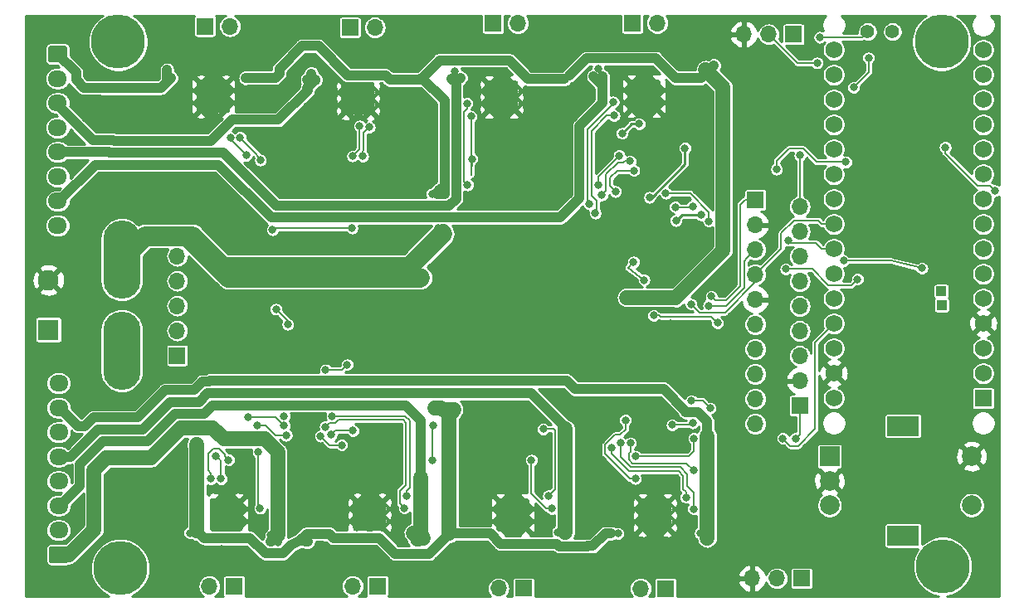
<source format=gbr>
%TF.GenerationSoftware,KiCad,Pcbnew,5.1.4*%
%TF.CreationDate,2019-11-11T17:30:34+01:00*%
%TF.ProjectId,charger2,63686172-6765-4723-922e-6b696361645f,rev?*%
%TF.SameCoordinates,Original*%
%TF.FileFunction,Copper,L2,Bot*%
%TF.FilePolarity,Positive*%
%FSLAX46Y46*%
G04 Gerber Fmt 4.6, Leading zero omitted, Abs format (unit mm)*
G04 Created by KiCad (PCBNEW 5.1.4) date 2019-11-11 17:30:34*
%MOMM*%
%LPD*%
G04 APERTURE LIST*
%ADD10R,1.727200X1.727200*%
%ADD11C,1.727200*%
%ADD12O,1.700000X1.700000*%
%ADD13R,1.700000X1.700000*%
%ADD14O,3.800000X8.000000*%
%ADD15O,1.950000X1.700000*%
%ADD16C,0.100000*%
%ADD17C,1.700000*%
%ADD18R,1.000000X1.000000*%
%ADD19C,5.500000*%
%ADD20C,3.350000*%
%ADD21C,0.810000*%
%ADD22R,2.000000X2.000000*%
%ADD23C,2.000000*%
%ADD24R,3.200000X2.000000*%
%ADD25R,2.100000X2.100000*%
%ADD26C,2.100000*%
%ADD27C,1.400000*%
%ADD28C,0.800000*%
%ADD29C,1.000000*%
%ADD30C,0.750000*%
%ADD31C,1.500000*%
%ADD32C,2.000000*%
%ADD33C,0.500000*%
%ADD34C,0.200000*%
%ADD35C,0.250000*%
%ADD36C,0.254000*%
G04 APERTURE END LIST*
D10*
X210616800Y-105689400D03*
D11*
X210616800Y-103149400D03*
X210616800Y-100609400D03*
X210616800Y-98069400D03*
X210616800Y-95529400D03*
X210616800Y-92989400D03*
X210616800Y-90449400D03*
X210616800Y-87909400D03*
X210616800Y-85369400D03*
X210616800Y-82829400D03*
X210616800Y-80289400D03*
X210616800Y-77749400D03*
X210616800Y-75209400D03*
X210616800Y-72669400D03*
X210616800Y-70129400D03*
X195376800Y-70129400D03*
X195376800Y-72669400D03*
X195376800Y-75209400D03*
X195376800Y-77749400D03*
X195376800Y-80289400D03*
X195376800Y-82829400D03*
X195376800Y-85369400D03*
X195376800Y-87909400D03*
X195376800Y-90449400D03*
X195376800Y-92989400D03*
X195376800Y-95529400D03*
X195376800Y-98069400D03*
X195376800Y-100609400D03*
X195376800Y-103149400D03*
X195376800Y-105689400D03*
D12*
X186194700Y-68541900D03*
X188734700Y-68541900D03*
D13*
X191274700Y-68541900D03*
D12*
X187032900Y-124091700D03*
X189572900Y-124091700D03*
D13*
X192112900Y-124091700D03*
D12*
X128375600Y-96257400D03*
D13*
X128375600Y-101337400D03*
D12*
X128375600Y-91177400D03*
X128375600Y-98797400D03*
X128375600Y-93717400D03*
X191893600Y-86133400D03*
X191893600Y-96293400D03*
X191893600Y-103913400D03*
X191893600Y-88673400D03*
X191893600Y-91213400D03*
D13*
X191893600Y-106453400D03*
D12*
X191893600Y-101373400D03*
X191893600Y-98833400D03*
X191893600Y-93753400D03*
X187363100Y-108305600D03*
X187363100Y-105765600D03*
X187363100Y-103225600D03*
X187363100Y-100685600D03*
X187363100Y-98145600D03*
X187363100Y-95605600D03*
X187363100Y-93065600D03*
X187363100Y-90525600D03*
X187363100Y-87985600D03*
D13*
X187363100Y-85445600D03*
D14*
X122732800Y-100841600D03*
X122732800Y-91541600D03*
D15*
X116281200Y-104166000D03*
X116281200Y-106666000D03*
X116281200Y-109166000D03*
X116281200Y-111666000D03*
X116281200Y-114166000D03*
X116281200Y-116666000D03*
X116281200Y-119166000D03*
D16*
G36*
X117030704Y-120817204D02*
G01*
X117054973Y-120820804D01*
X117078771Y-120826765D01*
X117101871Y-120835030D01*
X117124049Y-120845520D01*
X117145093Y-120858133D01*
X117164798Y-120872747D01*
X117182977Y-120889223D01*
X117199453Y-120907402D01*
X117214067Y-120927107D01*
X117226680Y-120948151D01*
X117237170Y-120970329D01*
X117245435Y-120993429D01*
X117251396Y-121017227D01*
X117254996Y-121041496D01*
X117256200Y-121066000D01*
X117256200Y-122266000D01*
X117254996Y-122290504D01*
X117251396Y-122314773D01*
X117245435Y-122338571D01*
X117237170Y-122361671D01*
X117226680Y-122383849D01*
X117214067Y-122404893D01*
X117199453Y-122424598D01*
X117182977Y-122442777D01*
X117164798Y-122459253D01*
X117145093Y-122473867D01*
X117124049Y-122486480D01*
X117101871Y-122496970D01*
X117078771Y-122505235D01*
X117054973Y-122511196D01*
X117030704Y-122514796D01*
X117006200Y-122516000D01*
X115556200Y-122516000D01*
X115531696Y-122514796D01*
X115507427Y-122511196D01*
X115483629Y-122505235D01*
X115460529Y-122496970D01*
X115438351Y-122486480D01*
X115417307Y-122473867D01*
X115397602Y-122459253D01*
X115379423Y-122442777D01*
X115362947Y-122424598D01*
X115348333Y-122404893D01*
X115335720Y-122383849D01*
X115325230Y-122361671D01*
X115316965Y-122338571D01*
X115311004Y-122314773D01*
X115307404Y-122290504D01*
X115306200Y-122266000D01*
X115306200Y-121066000D01*
X115307404Y-121041496D01*
X115311004Y-121017227D01*
X115316965Y-120993429D01*
X115325230Y-120970329D01*
X115335720Y-120948151D01*
X115348333Y-120927107D01*
X115362947Y-120907402D01*
X115379423Y-120889223D01*
X115397602Y-120872747D01*
X115417307Y-120858133D01*
X115438351Y-120845520D01*
X115460529Y-120835030D01*
X115483629Y-120826765D01*
X115507427Y-120820804D01*
X115531696Y-120817204D01*
X115556200Y-120816000D01*
X117006200Y-120816000D01*
X117030704Y-120817204D01*
X117030704Y-120817204D01*
G37*
D17*
X116281200Y-121666000D03*
D15*
X116179600Y-88061200D03*
X116179600Y-85561200D03*
X116179600Y-83061200D03*
X116179600Y-80561200D03*
X116179600Y-78061200D03*
X116179600Y-75561200D03*
X116179600Y-73061200D03*
D16*
G36*
X116929104Y-69712404D02*
G01*
X116953373Y-69716004D01*
X116977171Y-69721965D01*
X117000271Y-69730230D01*
X117022449Y-69740720D01*
X117043493Y-69753333D01*
X117063198Y-69767947D01*
X117081377Y-69784423D01*
X117097853Y-69802602D01*
X117112467Y-69822307D01*
X117125080Y-69843351D01*
X117135570Y-69865529D01*
X117143835Y-69888629D01*
X117149796Y-69912427D01*
X117153396Y-69936696D01*
X117154600Y-69961200D01*
X117154600Y-71161200D01*
X117153396Y-71185704D01*
X117149796Y-71209973D01*
X117143835Y-71233771D01*
X117135570Y-71256871D01*
X117125080Y-71279049D01*
X117112467Y-71300093D01*
X117097853Y-71319798D01*
X117081377Y-71337977D01*
X117063198Y-71354453D01*
X117043493Y-71369067D01*
X117022449Y-71381680D01*
X117000271Y-71392170D01*
X116977171Y-71400435D01*
X116953373Y-71406396D01*
X116929104Y-71409996D01*
X116904600Y-71411200D01*
X115454600Y-71411200D01*
X115430096Y-71409996D01*
X115405827Y-71406396D01*
X115382029Y-71400435D01*
X115358929Y-71392170D01*
X115336751Y-71381680D01*
X115315707Y-71369067D01*
X115296002Y-71354453D01*
X115277823Y-71337977D01*
X115261347Y-71319798D01*
X115246733Y-71300093D01*
X115234120Y-71279049D01*
X115223630Y-71256871D01*
X115215365Y-71233771D01*
X115209404Y-71209973D01*
X115205804Y-71185704D01*
X115204600Y-71161200D01*
X115204600Y-69961200D01*
X115205804Y-69936696D01*
X115209404Y-69912427D01*
X115215365Y-69888629D01*
X115223630Y-69865529D01*
X115234120Y-69843351D01*
X115246733Y-69822307D01*
X115261347Y-69802602D01*
X115277823Y-69784423D01*
X115296002Y-69767947D01*
X115315707Y-69753333D01*
X115336751Y-69740720D01*
X115358929Y-69730230D01*
X115382029Y-69721965D01*
X115405827Y-69716004D01*
X115430096Y-69712404D01*
X115454600Y-69711200D01*
X116904600Y-69711200D01*
X116929104Y-69712404D01*
X116929104Y-69712404D01*
G37*
D17*
X116179600Y-70561200D03*
D18*
X206336900Y-94754700D03*
X206400400Y-96202500D03*
D19*
X122364500Y-69291200D03*
X122580400Y-123050300D03*
X206480000Y-122850000D03*
X206364500Y-69291200D03*
D16*
G36*
X178578584Y-115961224D02*
G01*
X178602853Y-115964824D01*
X178626651Y-115970785D01*
X178649751Y-115979050D01*
X178671929Y-115989540D01*
X178692973Y-116002153D01*
X178712678Y-116016767D01*
X178730857Y-116033243D01*
X178747333Y-116051422D01*
X178761947Y-116071127D01*
X178774560Y-116092171D01*
X178785050Y-116114349D01*
X178793315Y-116137449D01*
X178799276Y-116161247D01*
X178802876Y-116185516D01*
X178804080Y-116210020D01*
X178804080Y-119060020D01*
X178802876Y-119084524D01*
X178799276Y-119108793D01*
X178793315Y-119132591D01*
X178785050Y-119155691D01*
X178774560Y-119177869D01*
X178761947Y-119198913D01*
X178747333Y-119218618D01*
X178730857Y-119236797D01*
X178712678Y-119253273D01*
X178692973Y-119267887D01*
X178671929Y-119280500D01*
X178649751Y-119290990D01*
X178626651Y-119299255D01*
X178602853Y-119305216D01*
X178578584Y-119308816D01*
X178554080Y-119310020D01*
X175704080Y-119310020D01*
X175679576Y-119308816D01*
X175655307Y-119305216D01*
X175631509Y-119299255D01*
X175608409Y-119290990D01*
X175586231Y-119280500D01*
X175565187Y-119267887D01*
X175545482Y-119253273D01*
X175527303Y-119236797D01*
X175510827Y-119218618D01*
X175496213Y-119198913D01*
X175483600Y-119177869D01*
X175473110Y-119155691D01*
X175464845Y-119132591D01*
X175458884Y-119108793D01*
X175455284Y-119084524D01*
X175454080Y-119060020D01*
X175454080Y-116210020D01*
X175455284Y-116185516D01*
X175458884Y-116161247D01*
X175464845Y-116137449D01*
X175473110Y-116114349D01*
X175483600Y-116092171D01*
X175496213Y-116071127D01*
X175510827Y-116051422D01*
X175527303Y-116033243D01*
X175545482Y-116016767D01*
X175565187Y-116002153D01*
X175586231Y-115989540D01*
X175608409Y-115979050D01*
X175631509Y-115970785D01*
X175655307Y-115964824D01*
X175679576Y-115961224D01*
X175704080Y-115960020D01*
X178554080Y-115960020D01*
X178578584Y-115961224D01*
X178578584Y-115961224D01*
G37*
D20*
X177129080Y-117635020D03*
D21*
X178399080Y-118905020D03*
X175859080Y-118905020D03*
X178399080Y-117635020D03*
X175859080Y-117635020D03*
X178399080Y-116365020D03*
X175859080Y-116365020D03*
D16*
G36*
X164070584Y-115935424D02*
G01*
X164094853Y-115939024D01*
X164118651Y-115944985D01*
X164141751Y-115953250D01*
X164163929Y-115963740D01*
X164184973Y-115976353D01*
X164204678Y-115990967D01*
X164222857Y-116007443D01*
X164239333Y-116025622D01*
X164253947Y-116045327D01*
X164266560Y-116066371D01*
X164277050Y-116088549D01*
X164285315Y-116111649D01*
X164291276Y-116135447D01*
X164294876Y-116159716D01*
X164296080Y-116184220D01*
X164296080Y-119034220D01*
X164294876Y-119058724D01*
X164291276Y-119082993D01*
X164285315Y-119106791D01*
X164277050Y-119129891D01*
X164266560Y-119152069D01*
X164253947Y-119173113D01*
X164239333Y-119192818D01*
X164222857Y-119210997D01*
X164204678Y-119227473D01*
X164184973Y-119242087D01*
X164163929Y-119254700D01*
X164141751Y-119265190D01*
X164118651Y-119273455D01*
X164094853Y-119279416D01*
X164070584Y-119283016D01*
X164046080Y-119284220D01*
X161196080Y-119284220D01*
X161171576Y-119283016D01*
X161147307Y-119279416D01*
X161123509Y-119273455D01*
X161100409Y-119265190D01*
X161078231Y-119254700D01*
X161057187Y-119242087D01*
X161037482Y-119227473D01*
X161019303Y-119210997D01*
X161002827Y-119192818D01*
X160988213Y-119173113D01*
X160975600Y-119152069D01*
X160965110Y-119129891D01*
X160956845Y-119106791D01*
X160950884Y-119082993D01*
X160947284Y-119058724D01*
X160946080Y-119034220D01*
X160946080Y-116184220D01*
X160947284Y-116159716D01*
X160950884Y-116135447D01*
X160956845Y-116111649D01*
X160965110Y-116088549D01*
X160975600Y-116066371D01*
X160988213Y-116045327D01*
X161002827Y-116025622D01*
X161019303Y-116007443D01*
X161037482Y-115990967D01*
X161057187Y-115976353D01*
X161078231Y-115963740D01*
X161100409Y-115953250D01*
X161123509Y-115944985D01*
X161147307Y-115939024D01*
X161171576Y-115935424D01*
X161196080Y-115934220D01*
X164046080Y-115934220D01*
X164070584Y-115935424D01*
X164070584Y-115935424D01*
G37*
D20*
X162621080Y-117609220D03*
D21*
X163891080Y-118879220D03*
X161351080Y-118879220D03*
X163891080Y-117609220D03*
X161351080Y-117609220D03*
X163891080Y-116339220D03*
X161351080Y-116339220D03*
D16*
G36*
X149461384Y-115906224D02*
G01*
X149485653Y-115909824D01*
X149509451Y-115915785D01*
X149532551Y-115924050D01*
X149554729Y-115934540D01*
X149575773Y-115947153D01*
X149595478Y-115961767D01*
X149613657Y-115978243D01*
X149630133Y-115996422D01*
X149644747Y-116016127D01*
X149657360Y-116037171D01*
X149667850Y-116059349D01*
X149676115Y-116082449D01*
X149682076Y-116106247D01*
X149685676Y-116130516D01*
X149686880Y-116155020D01*
X149686880Y-119005020D01*
X149685676Y-119029524D01*
X149682076Y-119053793D01*
X149676115Y-119077591D01*
X149667850Y-119100691D01*
X149657360Y-119122869D01*
X149644747Y-119143913D01*
X149630133Y-119163618D01*
X149613657Y-119181797D01*
X149595478Y-119198273D01*
X149575773Y-119212887D01*
X149554729Y-119225500D01*
X149532551Y-119235990D01*
X149509451Y-119244255D01*
X149485653Y-119250216D01*
X149461384Y-119253816D01*
X149436880Y-119255020D01*
X146586880Y-119255020D01*
X146562376Y-119253816D01*
X146538107Y-119250216D01*
X146514309Y-119244255D01*
X146491209Y-119235990D01*
X146469031Y-119225500D01*
X146447987Y-119212887D01*
X146428282Y-119198273D01*
X146410103Y-119181797D01*
X146393627Y-119163618D01*
X146379013Y-119143913D01*
X146366400Y-119122869D01*
X146355910Y-119100691D01*
X146347645Y-119077591D01*
X146341684Y-119053793D01*
X146338084Y-119029524D01*
X146336880Y-119005020D01*
X146336880Y-116155020D01*
X146338084Y-116130516D01*
X146341684Y-116106247D01*
X146347645Y-116082449D01*
X146355910Y-116059349D01*
X146366400Y-116037171D01*
X146379013Y-116016127D01*
X146393627Y-115996422D01*
X146410103Y-115978243D01*
X146428282Y-115961767D01*
X146447987Y-115947153D01*
X146469031Y-115934540D01*
X146491209Y-115924050D01*
X146514309Y-115915785D01*
X146538107Y-115909824D01*
X146562376Y-115906224D01*
X146586880Y-115905020D01*
X149436880Y-115905020D01*
X149461384Y-115906224D01*
X149461384Y-115906224D01*
G37*
D20*
X148011880Y-117580020D03*
D21*
X149281880Y-118850020D03*
X146741880Y-118850020D03*
X149281880Y-117580020D03*
X146741880Y-117580020D03*
X149281880Y-116310020D03*
X146741880Y-116310020D03*
D16*
G36*
X134849784Y-115923024D02*
G01*
X134874053Y-115926624D01*
X134897851Y-115932585D01*
X134920951Y-115940850D01*
X134943129Y-115951340D01*
X134964173Y-115963953D01*
X134983878Y-115978567D01*
X135002057Y-115995043D01*
X135018533Y-116013222D01*
X135033147Y-116032927D01*
X135045760Y-116053971D01*
X135056250Y-116076149D01*
X135064515Y-116099249D01*
X135070476Y-116123047D01*
X135074076Y-116147316D01*
X135075280Y-116171820D01*
X135075280Y-119021820D01*
X135074076Y-119046324D01*
X135070476Y-119070593D01*
X135064515Y-119094391D01*
X135056250Y-119117491D01*
X135045760Y-119139669D01*
X135033147Y-119160713D01*
X135018533Y-119180418D01*
X135002057Y-119198597D01*
X134983878Y-119215073D01*
X134964173Y-119229687D01*
X134943129Y-119242300D01*
X134920951Y-119252790D01*
X134897851Y-119261055D01*
X134874053Y-119267016D01*
X134849784Y-119270616D01*
X134825280Y-119271820D01*
X131975280Y-119271820D01*
X131950776Y-119270616D01*
X131926507Y-119267016D01*
X131902709Y-119261055D01*
X131879609Y-119252790D01*
X131857431Y-119242300D01*
X131836387Y-119229687D01*
X131816682Y-119215073D01*
X131798503Y-119198597D01*
X131782027Y-119180418D01*
X131767413Y-119160713D01*
X131754800Y-119139669D01*
X131744310Y-119117491D01*
X131736045Y-119094391D01*
X131730084Y-119070593D01*
X131726484Y-119046324D01*
X131725280Y-119021820D01*
X131725280Y-116171820D01*
X131726484Y-116147316D01*
X131730084Y-116123047D01*
X131736045Y-116099249D01*
X131744310Y-116076149D01*
X131754800Y-116053971D01*
X131767413Y-116032927D01*
X131782027Y-116013222D01*
X131798503Y-115995043D01*
X131816682Y-115978567D01*
X131836387Y-115963953D01*
X131857431Y-115951340D01*
X131879609Y-115940850D01*
X131902709Y-115932585D01*
X131926507Y-115926624D01*
X131950776Y-115923024D01*
X131975280Y-115921820D01*
X134825280Y-115921820D01*
X134849784Y-115923024D01*
X134849784Y-115923024D01*
G37*
D20*
X133400280Y-117596820D03*
D21*
X134670280Y-118866820D03*
X132130280Y-118866820D03*
X134670280Y-117596820D03*
X132130280Y-117596820D03*
X134670280Y-116326820D03*
X132130280Y-116326820D03*
D16*
G36*
X177451004Y-73172104D02*
G01*
X177475273Y-73175704D01*
X177499071Y-73181665D01*
X177522171Y-73189930D01*
X177544349Y-73200420D01*
X177565393Y-73213033D01*
X177585098Y-73227647D01*
X177603277Y-73244123D01*
X177619753Y-73262302D01*
X177634367Y-73282007D01*
X177646980Y-73303051D01*
X177657470Y-73325229D01*
X177665735Y-73348329D01*
X177671696Y-73372127D01*
X177675296Y-73396396D01*
X177676500Y-73420900D01*
X177676500Y-76270900D01*
X177675296Y-76295404D01*
X177671696Y-76319673D01*
X177665735Y-76343471D01*
X177657470Y-76366571D01*
X177646980Y-76388749D01*
X177634367Y-76409793D01*
X177619753Y-76429498D01*
X177603277Y-76447677D01*
X177585098Y-76464153D01*
X177565393Y-76478767D01*
X177544349Y-76491380D01*
X177522171Y-76501870D01*
X177499071Y-76510135D01*
X177475273Y-76516096D01*
X177451004Y-76519696D01*
X177426500Y-76520900D01*
X174576500Y-76520900D01*
X174551996Y-76519696D01*
X174527727Y-76516096D01*
X174503929Y-76510135D01*
X174480829Y-76501870D01*
X174458651Y-76491380D01*
X174437607Y-76478767D01*
X174417902Y-76464153D01*
X174399723Y-76447677D01*
X174383247Y-76429498D01*
X174368633Y-76409793D01*
X174356020Y-76388749D01*
X174345530Y-76366571D01*
X174337265Y-76343471D01*
X174331304Y-76319673D01*
X174327704Y-76295404D01*
X174326500Y-76270900D01*
X174326500Y-73420900D01*
X174327704Y-73396396D01*
X174331304Y-73372127D01*
X174337265Y-73348329D01*
X174345530Y-73325229D01*
X174356020Y-73303051D01*
X174368633Y-73282007D01*
X174383247Y-73262302D01*
X174399723Y-73244123D01*
X174417902Y-73227647D01*
X174437607Y-73213033D01*
X174458651Y-73200420D01*
X174480829Y-73189930D01*
X174503929Y-73181665D01*
X174527727Y-73175704D01*
X174551996Y-73172104D01*
X174576500Y-73170900D01*
X177426500Y-73170900D01*
X177451004Y-73172104D01*
X177451004Y-73172104D01*
G37*
D20*
X176001500Y-74845900D03*
D21*
X174731500Y-73575900D03*
X177271500Y-73575900D03*
X174731500Y-74845900D03*
X177271500Y-74845900D03*
X174731500Y-76115900D03*
X177271500Y-76115900D03*
D16*
G36*
X162932004Y-73272104D02*
G01*
X162956273Y-73275704D01*
X162980071Y-73281665D01*
X163003171Y-73289930D01*
X163025349Y-73300420D01*
X163046393Y-73313033D01*
X163066098Y-73327647D01*
X163084277Y-73344123D01*
X163100753Y-73362302D01*
X163115367Y-73382007D01*
X163127980Y-73403051D01*
X163138470Y-73425229D01*
X163146735Y-73448329D01*
X163152696Y-73472127D01*
X163156296Y-73496396D01*
X163157500Y-73520900D01*
X163157500Y-76370900D01*
X163156296Y-76395404D01*
X163152696Y-76419673D01*
X163146735Y-76443471D01*
X163138470Y-76466571D01*
X163127980Y-76488749D01*
X163115367Y-76509793D01*
X163100753Y-76529498D01*
X163084277Y-76547677D01*
X163066098Y-76564153D01*
X163046393Y-76578767D01*
X163025349Y-76591380D01*
X163003171Y-76601870D01*
X162980071Y-76610135D01*
X162956273Y-76616096D01*
X162932004Y-76619696D01*
X162907500Y-76620900D01*
X160057500Y-76620900D01*
X160032996Y-76619696D01*
X160008727Y-76616096D01*
X159984929Y-76610135D01*
X159961829Y-76601870D01*
X159939651Y-76591380D01*
X159918607Y-76578767D01*
X159898902Y-76564153D01*
X159880723Y-76547677D01*
X159864247Y-76529498D01*
X159849633Y-76509793D01*
X159837020Y-76488749D01*
X159826530Y-76466571D01*
X159818265Y-76443471D01*
X159812304Y-76419673D01*
X159808704Y-76395404D01*
X159807500Y-76370900D01*
X159807500Y-73520900D01*
X159808704Y-73496396D01*
X159812304Y-73472127D01*
X159818265Y-73448329D01*
X159826530Y-73425229D01*
X159837020Y-73403051D01*
X159849633Y-73382007D01*
X159864247Y-73362302D01*
X159880723Y-73344123D01*
X159898902Y-73327647D01*
X159918607Y-73313033D01*
X159939651Y-73300420D01*
X159961829Y-73289930D01*
X159984929Y-73281665D01*
X160008727Y-73275704D01*
X160032996Y-73272104D01*
X160057500Y-73270900D01*
X162907500Y-73270900D01*
X162932004Y-73272104D01*
X162932004Y-73272104D01*
G37*
D20*
X161482500Y-74945900D03*
D21*
X160212500Y-73675900D03*
X162752500Y-73675900D03*
X160212500Y-74945900D03*
X162752500Y-74945900D03*
X160212500Y-76215900D03*
X162752500Y-76215900D03*
D16*
G36*
X148282504Y-73408604D02*
G01*
X148306773Y-73412204D01*
X148330571Y-73418165D01*
X148353671Y-73426430D01*
X148375849Y-73436920D01*
X148396893Y-73449533D01*
X148416598Y-73464147D01*
X148434777Y-73480623D01*
X148451253Y-73498802D01*
X148465867Y-73518507D01*
X148478480Y-73539551D01*
X148488970Y-73561729D01*
X148497235Y-73584829D01*
X148503196Y-73608627D01*
X148506796Y-73632896D01*
X148508000Y-73657400D01*
X148508000Y-76507400D01*
X148506796Y-76531904D01*
X148503196Y-76556173D01*
X148497235Y-76579971D01*
X148488970Y-76603071D01*
X148478480Y-76625249D01*
X148465867Y-76646293D01*
X148451253Y-76665998D01*
X148434777Y-76684177D01*
X148416598Y-76700653D01*
X148396893Y-76715267D01*
X148375849Y-76727880D01*
X148353671Y-76738370D01*
X148330571Y-76746635D01*
X148306773Y-76752596D01*
X148282504Y-76756196D01*
X148258000Y-76757400D01*
X145408000Y-76757400D01*
X145383496Y-76756196D01*
X145359227Y-76752596D01*
X145335429Y-76746635D01*
X145312329Y-76738370D01*
X145290151Y-76727880D01*
X145269107Y-76715267D01*
X145249402Y-76700653D01*
X145231223Y-76684177D01*
X145214747Y-76665998D01*
X145200133Y-76646293D01*
X145187520Y-76625249D01*
X145177030Y-76603071D01*
X145168765Y-76579971D01*
X145162804Y-76556173D01*
X145159204Y-76531904D01*
X145158000Y-76507400D01*
X145158000Y-73657400D01*
X145159204Y-73632896D01*
X145162804Y-73608627D01*
X145168765Y-73584829D01*
X145177030Y-73561729D01*
X145187520Y-73539551D01*
X145200133Y-73518507D01*
X145214747Y-73498802D01*
X145231223Y-73480623D01*
X145249402Y-73464147D01*
X145269107Y-73449533D01*
X145290151Y-73436920D01*
X145312329Y-73426430D01*
X145335429Y-73418165D01*
X145359227Y-73412204D01*
X145383496Y-73408604D01*
X145408000Y-73407400D01*
X148258000Y-73407400D01*
X148282504Y-73408604D01*
X148282504Y-73408604D01*
G37*
D20*
X146833000Y-75082400D03*
D21*
X145563000Y-73812400D03*
X148103000Y-73812400D03*
X145563000Y-75082400D03*
X148103000Y-75082400D03*
X145563000Y-76352400D03*
X148103000Y-76352400D03*
D16*
G36*
X133527004Y-73218104D02*
G01*
X133551273Y-73221704D01*
X133575071Y-73227665D01*
X133598171Y-73235930D01*
X133620349Y-73246420D01*
X133641393Y-73259033D01*
X133661098Y-73273647D01*
X133679277Y-73290123D01*
X133695753Y-73308302D01*
X133710367Y-73328007D01*
X133722980Y-73349051D01*
X133733470Y-73371229D01*
X133741735Y-73394329D01*
X133747696Y-73418127D01*
X133751296Y-73442396D01*
X133752500Y-73466900D01*
X133752500Y-76316900D01*
X133751296Y-76341404D01*
X133747696Y-76365673D01*
X133741735Y-76389471D01*
X133733470Y-76412571D01*
X133722980Y-76434749D01*
X133710367Y-76455793D01*
X133695753Y-76475498D01*
X133679277Y-76493677D01*
X133661098Y-76510153D01*
X133641393Y-76524767D01*
X133620349Y-76537380D01*
X133598171Y-76547870D01*
X133575071Y-76556135D01*
X133551273Y-76562096D01*
X133527004Y-76565696D01*
X133502500Y-76566900D01*
X130652500Y-76566900D01*
X130627996Y-76565696D01*
X130603727Y-76562096D01*
X130579929Y-76556135D01*
X130556829Y-76547870D01*
X130534651Y-76537380D01*
X130513607Y-76524767D01*
X130493902Y-76510153D01*
X130475723Y-76493677D01*
X130459247Y-76475498D01*
X130444633Y-76455793D01*
X130432020Y-76434749D01*
X130421530Y-76412571D01*
X130413265Y-76389471D01*
X130407304Y-76365673D01*
X130403704Y-76341404D01*
X130402500Y-76316900D01*
X130402500Y-73466900D01*
X130403704Y-73442396D01*
X130407304Y-73418127D01*
X130413265Y-73394329D01*
X130421530Y-73371229D01*
X130432020Y-73349051D01*
X130444633Y-73328007D01*
X130459247Y-73308302D01*
X130475723Y-73290123D01*
X130493902Y-73273647D01*
X130513607Y-73259033D01*
X130534651Y-73246420D01*
X130556829Y-73235930D01*
X130579929Y-73227665D01*
X130603727Y-73221704D01*
X130627996Y-73218104D01*
X130652500Y-73216900D01*
X133502500Y-73216900D01*
X133527004Y-73218104D01*
X133527004Y-73218104D01*
G37*
D20*
X132077500Y-74891900D03*
D21*
X130807500Y-73621900D03*
X133347500Y-73621900D03*
X130807500Y-74891900D03*
X133347500Y-74891900D03*
X130807500Y-76161900D03*
X133347500Y-76161900D03*
D22*
X194938000Y-111622900D03*
D23*
X194938000Y-114122900D03*
X194938000Y-116622900D03*
D24*
X202438000Y-108522900D03*
X202438000Y-119722900D03*
D23*
X209438000Y-111622900D03*
X209438000Y-116622900D03*
D25*
X115252500Y-98704400D03*
D26*
X115252500Y-93624400D03*
D27*
X201358500Y-68262500D03*
X198818500Y-68262500D03*
D12*
X175671480Y-125128020D03*
D13*
X178211480Y-125128020D03*
D12*
X161168080Y-125102620D03*
D13*
X163708080Y-125102620D03*
D12*
X146271880Y-124880020D03*
D13*
X148811880Y-124880020D03*
D12*
X131660280Y-124896820D03*
D13*
X134200280Y-124896820D03*
D12*
X177370200Y-67391000D03*
D13*
X174830200Y-67391000D03*
X160604200Y-67411600D03*
D12*
X163144200Y-67411600D03*
X148547500Y-67843400D03*
D13*
X146007500Y-67843400D03*
D12*
X133769500Y-67716400D03*
D13*
X131229500Y-67716400D03*
D28*
X134218680Y-86288880D03*
X174980600Y-102717600D03*
X168224200Y-98806000D03*
X168148000Y-105562400D03*
X167132000Y-105562400D03*
X168148000Y-102514400D03*
X167741600Y-106324400D03*
X167132000Y-102514400D03*
X167609520Y-101836220D03*
X184111900Y-94322900D03*
X184848500Y-98158300D03*
X178739800Y-98082100D03*
X148247100Y-109512100D03*
X123875800Y-114198400D03*
X123215400Y-113753900D03*
X122529600Y-114173000D03*
X123901200Y-117703600D03*
X123164600Y-117309900D03*
X122478800Y-117729000D03*
X122859800Y-72720200D03*
X123748800Y-72720200D03*
X143243300Y-120840500D03*
X142773400Y-121539000D03*
X180467000Y-123088400D03*
X179705000Y-123596400D03*
X165874700Y-122910600D03*
X165481000Y-123596400D03*
X151257000Y-123088400D03*
X150749000Y-123596400D03*
X141668500Y-117830600D03*
X140931900Y-117805200D03*
X136550400Y-123698000D03*
X136118600Y-122986800D03*
X128282700Y-120764300D03*
X128765300Y-121424700D03*
X128193800Y-121907300D03*
X123911360Y-76728320D03*
X123266200Y-76281280D03*
X122600720Y-76611480D03*
X157975300Y-122135900D03*
X158521400Y-121539000D03*
X157810200Y-121145300D03*
X158470600Y-120675400D03*
X172288200Y-121945400D03*
X172948600Y-121488200D03*
X172288200Y-121031000D03*
X172847000Y-120675400D03*
X172618400Y-68681600D03*
X172542200Y-69469000D03*
X158115000Y-68732400D03*
X158673800Y-69291200D03*
X143484600Y-68808600D03*
X144208500Y-69240400D03*
X128879600Y-68707000D03*
X128803400Y-69494400D03*
X180416200Y-71145400D03*
X181025800Y-71653400D03*
X181051200Y-70764400D03*
X180441600Y-70256400D03*
X166192200Y-71856600D03*
X152019000Y-71780400D03*
X137083800Y-71704200D03*
X165608000Y-70319900D03*
X166192200Y-70891400D03*
X165531800Y-71424800D03*
X151447500Y-70383400D03*
X152044400Y-70815200D03*
X151409400Y-71196200D03*
X136461500Y-70192900D03*
X137058400Y-70739000D03*
X136423400Y-71221600D03*
X134210000Y-85380000D03*
X137920000Y-83690000D03*
X137060000Y-82840000D03*
X137998200Y-82854800D03*
X134980680Y-86029800D03*
X168211000Y-78785400D03*
X158186120Y-85813900D03*
X159019240Y-85783420D03*
X158567120Y-85110320D03*
X158112460Y-88577420D03*
X158917640Y-88549480D03*
X158551880Y-89293700D03*
X147940580Y-90681760D03*
X136386492Y-78701900D03*
X137426700Y-78701900D03*
X138442700Y-78701900D03*
X146812000Y-71526400D03*
X148526500Y-71526400D03*
X147574000Y-71526400D03*
X139298680Y-78694280D03*
X121920000Y-77370000D03*
X120568720Y-83266280D03*
X122621040Y-83820000D03*
X123200160Y-83276440D03*
X123830080Y-83804760D03*
X121264680Y-83073240D03*
X127490000Y-83150000D03*
X127680000Y-84030000D03*
X128350000Y-83430000D03*
X117983000Y-75082400D03*
X118999000Y-75082400D03*
X118491000Y-75844400D03*
X119507000Y-75844400D03*
X120015000Y-75082400D03*
X146177000Y-121564400D03*
X147066000Y-121564400D03*
X147955000Y-121564400D03*
X143548100Y-121551700D03*
X143141700Y-122250200D03*
X148056600Y-70916800D03*
X124637800Y-71882000D03*
X124612400Y-72745600D03*
X131521200Y-121158000D03*
X132240000Y-121610000D03*
X132943600Y-121081800D03*
X127322158Y-112082158D03*
X127838200Y-111620300D03*
X121884440Y-105382060D03*
X121018300Y-105270300D03*
X184132002Y-109575600D03*
X132486400Y-102641400D03*
X178574700Y-93052900D03*
X184213500Y-92477700D03*
X197791000Y-102438200D03*
X199580500Y-93103700D03*
X124170000Y-95730000D03*
X124129800Y-96570800D03*
X123253500Y-96177100D03*
X122402600Y-96177100D03*
X121460000Y-95870000D03*
X121200000Y-96650000D03*
X125940000Y-92460000D03*
X125603000Y-91503500D03*
X126390000Y-90970000D03*
X122891550Y-106533950D03*
X123698000Y-106540300D03*
X125539500Y-104533700D03*
X125018800Y-103987600D03*
X126822200Y-87464900D03*
X126809500Y-86487000D03*
X125971300Y-87477600D03*
X125133100Y-87477600D03*
X124269500Y-87439500D03*
X124167900Y-86626700D03*
X126960000Y-100240000D03*
X126980000Y-99370000D03*
X159766000Y-101498400D03*
X159766000Y-107086400D03*
X159766000Y-102387400D03*
X159766000Y-106324400D03*
X161417000Y-121691400D03*
X162306000Y-121691400D03*
X186753500Y-74193400D03*
X185847000Y-74210900D03*
X182340000Y-74210000D03*
X181390000Y-74250000D03*
X182435500Y-80162400D03*
X130048000Y-111099600D03*
X129672080Y-119461280D03*
X158521400Y-119507000D03*
X171932600Y-119507000D03*
X172643800Y-119507000D03*
X173355000Y-119507000D03*
X135382000Y-72986900D03*
X183134000Y-71716900D03*
X182308500Y-72161400D03*
X181102000Y-72986900D03*
X179197000Y-72986900D03*
X168402000Y-72732900D03*
X167640000Y-73113900D03*
X166560500Y-73050400D03*
X164719000Y-73050400D03*
X150926800Y-73177400D03*
X165632500Y-73040900D03*
X180151500Y-72940900D03*
X136227500Y-72986900D03*
X137096500Y-72986900D03*
X150063200Y-73177400D03*
X151828500Y-73177400D03*
X138399438Y-72956338D03*
X153353688Y-72988088D03*
X153988689Y-72353089D03*
X155030000Y-84330000D03*
X154390000Y-84830000D03*
X155422600Y-88925400D03*
X155625000Y-84900000D03*
X154995880Y-88336120D03*
X155681680Y-88320780D03*
X130477260Y-119354600D03*
X140893800Y-120243600D03*
X143916400Y-119545100D03*
X143002000Y-119532400D03*
X141719300Y-120345200D03*
X170798858Y-120786258D03*
X157556200Y-119507000D03*
X155417014Y-120238014D03*
X130632200Y-110515400D03*
X130429000Y-111810800D03*
X154673300Y-106667300D03*
X153289000Y-93548200D03*
X152349200Y-93548200D03*
X151587200Y-93548200D03*
X150825200Y-93548200D03*
X150063200Y-93548200D03*
X155575000Y-106705400D03*
X156464000Y-106705400D03*
X176149000Y-95402400D03*
X174244000Y-95402400D03*
X175133000Y-95402400D03*
X132029200Y-91033600D03*
X131673600Y-90322400D03*
X154436120Y-112022580D03*
X154533600Y-108443800D03*
X189542900Y-82321400D03*
X196621400Y-81584800D03*
X193953510Y-68845810D03*
X138465569Y-96608900D03*
X139674135Y-98152313D03*
X190165200Y-109791500D03*
X174942500Y-91782900D03*
X176022000Y-93624400D03*
X182753000Y-106705400D03*
X180848000Y-105943400D03*
X179273200Y-87553800D03*
X181813200Y-86982300D03*
X145151626Y-110480626D03*
X143002043Y-109565314D03*
X139510058Y-109483439D03*
X136563100Y-108508800D03*
X180819775Y-96091025D03*
X171333160Y-83916520D03*
X173473475Y-80932925D03*
X171724320Y-84950300D03*
X174597521Y-81497988D03*
X175120300Y-113906300D03*
X182877060Y-95279572D03*
X183515000Y-97993200D03*
X176999900Y-97243900D03*
X174117000Y-107924600D03*
X178249303Y-84777302D03*
X182626000Y-87630000D03*
X198928840Y-70946160D03*
X197393890Y-73954310D03*
X197791000Y-93548200D03*
X190474600Y-92506800D03*
X191465200Y-109791500D03*
X196380000Y-91660000D03*
X204368400Y-92417900D03*
X191909700Y-80911700D03*
X127736600Y-73025000D03*
X127355600Y-72186800D03*
X142062200Y-72542400D03*
X141668500Y-73177400D03*
X142468600Y-73253600D03*
X156718000Y-72288400D03*
X157289500Y-72986900D03*
X156400500Y-73050400D03*
X171767500Y-72859900D03*
X171323000Y-72097900D03*
X170878500Y-72859900D03*
X138633200Y-119646700D03*
X137922000Y-119672100D03*
X138658600Y-120421400D03*
X137883900Y-120421400D03*
X152488900Y-119443500D03*
X152925000Y-120175000D03*
X153300000Y-119375000D03*
X167208200Y-119354600D03*
X167970200Y-119354600D03*
X182325000Y-120050000D03*
X181750000Y-119475000D03*
X182575000Y-119250000D03*
X139295100Y-108506813D03*
X135597900Y-107645200D03*
X182600600Y-96240600D03*
X190717400Y-89578916D03*
X138099485Y-88488835D03*
X146220180Y-88320780D03*
X132867400Y-113920500D03*
X132359400Y-111582200D03*
X131813300Y-113920500D03*
X133629400Y-112001300D03*
X146316700Y-109016800D03*
X144106900Y-109435900D03*
X179190100Y-86169500D03*
X180990110Y-86080600D03*
X174980975Y-82440425D03*
X173105326Y-84591074D03*
X180193475Y-80152925D03*
X176586000Y-85185400D03*
X173776640Y-78656180D03*
X175519080Y-77675740D03*
X181063900Y-113068100D03*
X174625000Y-110261400D03*
X181098200Y-109786482D03*
X175172844Y-111642953D03*
X180975000Y-108229400D03*
X178878000Y-108421400D03*
X170454320Y-85877400D03*
X172867500Y-75450700D03*
X171025820Y-86791800D03*
X172953680Y-76842620D03*
X158356300Y-76908660D03*
X158442660Y-81252060D03*
X147309840Y-80995520D03*
X147977860Y-78031340D03*
X146985465Y-77908144D03*
X146283680Y-80970120D03*
X135414316Y-80910400D03*
X133802120Y-79110379D03*
X134801019Y-79063426D03*
X136880600Y-81381600D03*
X157945000Y-75580900D03*
X158003240Y-83911440D03*
X181063900Y-117005100D03*
X173609000Y-110261400D03*
X180289200Y-115824000D03*
X172720000Y-110794800D03*
X143522700Y-102807400D03*
X145722721Y-102273100D03*
X166268400Y-115658900D03*
X165722300Y-108839000D03*
X143484600Y-108610400D03*
X151549100Y-116916200D03*
X151803100Y-115709700D03*
X144180099Y-107506810D03*
X136829800Y-116928900D03*
X136652000Y-111213900D03*
X166620200Y-116974220D03*
X164515800Y-112014000D03*
X139295100Y-107506810D03*
X211807261Y-84506827D03*
X206742776Y-80072975D03*
X193687700Y-71462900D03*
D29*
X167624760Y-101843840D02*
X167259000Y-102209600D01*
X167269160Y-102219760D02*
X167259000Y-102209600D01*
X167963990Y-102219760D02*
X167269160Y-102219760D01*
X167963990Y-102219760D02*
X167963990Y-102219760D01*
D30*
X121627900Y-105270300D02*
X121018300Y-105270300D01*
D29*
X149663201Y-72777401D02*
X150063200Y-73177400D01*
X149593190Y-72707390D02*
X149663201Y-72777401D01*
X142775897Y-69727899D02*
X145755388Y-72707390D01*
X141140499Y-69727899D02*
X142775897Y-69727899D01*
X145755388Y-72707390D02*
X149593190Y-72707390D01*
X138799437Y-72068961D02*
X141140499Y-69727899D01*
X138799437Y-72556339D02*
X138799437Y-72068961D01*
X138399438Y-72956338D02*
X138799437Y-72556339D01*
X135412562Y-72956338D02*
X135382000Y-72986900D01*
X138399438Y-72956338D02*
X135412562Y-72956338D01*
X153164376Y-73177400D02*
X153353688Y-72988088D01*
X150063200Y-73177400D02*
X153164376Y-73177400D01*
X153353688Y-72988088D02*
X153364012Y-72988088D01*
X153364012Y-72988088D02*
X155163701Y-71188399D01*
X162254999Y-71188399D02*
X164180500Y-73113900D01*
X167328315Y-73113900D02*
X167894000Y-73113900D01*
X155163701Y-71188399D02*
X162254999Y-71188399D01*
X164180500Y-73113900D02*
X167328315Y-73113900D01*
X178797001Y-72586901D02*
X179197000Y-72986900D01*
X177207999Y-70997899D02*
X178797001Y-72586901D01*
X170137001Y-70997899D02*
X177207999Y-70997899D01*
X168402000Y-72732900D02*
X170137001Y-70997899D01*
X181864000Y-72986900D02*
X179197000Y-72986900D01*
X183134000Y-71716900D02*
X181864000Y-72986900D01*
X151828500Y-73177400D02*
X153044030Y-73177400D01*
X153353688Y-72988088D02*
X155644990Y-75279390D01*
X155644990Y-75279390D02*
X155644990Y-83165810D01*
X155644990Y-84820760D02*
X155644990Y-84820760D01*
X155644990Y-83978610D02*
X155644990Y-84820760D01*
X155644990Y-83165810D02*
X155644990Y-83978610D01*
X154950160Y-84820760D02*
X154940000Y-84810600D01*
X155644990Y-84820760D02*
X154950160Y-84820760D01*
X155305760Y-84444840D02*
X154940000Y-84810600D01*
X155305760Y-84282280D02*
X155305760Y-84444840D01*
X143002000Y-119532400D02*
X143916400Y-119545100D01*
X135465830Y-119971830D02*
X135806328Y-119971830D01*
X131122430Y-119971830D02*
X135465830Y-119971830D01*
X140893800Y-120243600D02*
X141719300Y-120345200D01*
X137355899Y-121521401D02*
X139186601Y-121521401D01*
X140030200Y-120677802D02*
X140893800Y-120243600D01*
X135806328Y-119971830D02*
X137355899Y-121521401D01*
X130403600Y-119253000D02*
X131122430Y-119971830D01*
X139186601Y-121521401D02*
X140030200Y-120677802D01*
X144326330Y-119955030D02*
X149025330Y-119955030D01*
X143916400Y-119545100D02*
X144326330Y-119955030D01*
X172078115Y-119507000D02*
X172643800Y-119507000D01*
X150640602Y-121570302D02*
X149025330Y-119955030D01*
X154084725Y-121570302D02*
X150640602Y-121570302D01*
X156148027Y-119507000D02*
X155417014Y-120238014D01*
X158521400Y-119507000D02*
X157556200Y-119507000D01*
X170798858Y-120786258D02*
X172078115Y-119507000D01*
X157556200Y-119507000D02*
X156148027Y-119507000D01*
X155417014Y-120238014D02*
X154084725Y-121570302D01*
D31*
X130403600Y-110508240D02*
X130352800Y-110457440D01*
X130352800Y-110457440D02*
X130352800Y-110457440D01*
X130403600Y-119253000D02*
X130403600Y-111633000D01*
X130403600Y-111633000D02*
X130403600Y-110508240D01*
D32*
X155422600Y-88925400D02*
X152066239Y-92281761D01*
X125147001Y-89127399D02*
X122732800Y-91541600D01*
X133074161Y-92281761D02*
X129919799Y-89127399D01*
D31*
X145260346Y-92281761D02*
X140122661Y-92281761D01*
D32*
X152066239Y-92281761D02*
X140122661Y-92281761D01*
X140122661Y-92281761D02*
X133074161Y-92281761D01*
X133612513Y-93380311D02*
X153164789Y-93380311D01*
X126836101Y-89127399D02*
X129359601Y-89127399D01*
X129919799Y-89127399D02*
X126836101Y-89127399D01*
X126836101Y-89127399D02*
X125147001Y-89127399D01*
X129359601Y-89127399D02*
X133612513Y-93380311D01*
D31*
X153164789Y-93380311D02*
X152066239Y-92281761D01*
X155295600Y-106667300D02*
X154673300Y-106667300D01*
X156148027Y-107519727D02*
X156591000Y-106832400D01*
X156148027Y-119507000D02*
X156148027Y-107519727D01*
X153289000Y-93548200D02*
X153164789Y-93380311D01*
X155517850Y-106889550D02*
X155295600Y-106667300D01*
X156591000Y-106832400D02*
X155517850Y-106889550D01*
X176149000Y-95402400D02*
X174244000Y-95402400D01*
D29*
X160325340Y-119507000D02*
X161366740Y-120548400D01*
X158521400Y-119507000D02*
X160325340Y-119507000D01*
X170233173Y-120786258D02*
X170798858Y-120786258D01*
X170214821Y-120804610D02*
X170233173Y-120786258D01*
X167369587Y-120804610D02*
X170214821Y-120804610D01*
X167113377Y-120548400D02*
X167369587Y-120804610D01*
X161366740Y-120548400D02*
X167113377Y-120548400D01*
X141605000Y-119532400D02*
X143002000Y-119532400D01*
X140893800Y-120243600D02*
X141605000Y-119532400D01*
D33*
X155030000Y-84190000D02*
X154390000Y-84830000D01*
X155070000Y-84190000D02*
X155030000Y-84190000D01*
D31*
X184086500Y-73939400D02*
X184086500Y-90606698D01*
X176149000Y-95402400D02*
X179220346Y-95402400D01*
X182308500Y-72161400D02*
X184086500Y-73939400D01*
X184086500Y-90606698D02*
X179255572Y-95437626D01*
X179220346Y-95402400D02*
X179255572Y-95437626D01*
D34*
X154436120Y-112022580D02*
X154436120Y-108541280D01*
X154436120Y-108541280D02*
X154533600Y-108443800D01*
X189542900Y-81473808D02*
X190805009Y-80211699D01*
X189542900Y-82321400D02*
X189542900Y-81473808D01*
X190805009Y-80211699D02*
X192245701Y-80211699D01*
X192245701Y-80211699D02*
X193618802Y-81584800D01*
X193618802Y-81584800D02*
X196621400Y-81584800D01*
X198235190Y-68845810D02*
X198818500Y-68262500D01*
X193953510Y-68845810D02*
X198235190Y-68845810D01*
X138465569Y-96608900D02*
X139674135Y-97817466D01*
X139674135Y-97817466D02*
X139674135Y-98152313D01*
X191739202Y-110553500D02*
X193471800Y-108820902D01*
X190165200Y-109791500D02*
X190927200Y-110553500D01*
X190927200Y-110553500D02*
X191739202Y-110553500D01*
X193471800Y-99974400D02*
X195376800Y-98069400D01*
X193471800Y-108820902D02*
X193471800Y-99974400D01*
X174364975Y-92360425D02*
X174942500Y-91782900D01*
X176022000Y-93624400D02*
X174364975Y-92360425D01*
X180848000Y-105943400D02*
X181991000Y-105943400D01*
X181991000Y-105943400D02*
X182753000Y-106705400D01*
D35*
X181813200Y-86982300D02*
X179870100Y-86982300D01*
X179870100Y-86982300D02*
X179273200Y-87553800D01*
D34*
X143917355Y-110480626D02*
X145151626Y-110480626D01*
X143002043Y-109565314D02*
X143917355Y-110480626D01*
X187363100Y-93859898D02*
X187363100Y-93065600D01*
X184282397Y-96940601D02*
X187363100Y-93859898D01*
X181669351Y-96940601D02*
X184282397Y-96940601D01*
X180819775Y-96091025D02*
X181669351Y-96940601D01*
X191341599Y-87523399D02*
X190017400Y-88847598D01*
X193769485Y-87523399D02*
X191341599Y-87523399D01*
X195376800Y-87909400D02*
X194155486Y-87909400D01*
X194155486Y-87909400D02*
X193769485Y-87523399D01*
X190017400Y-90411300D02*
X187363100Y-93065600D01*
X190017400Y-88847598D02*
X190017400Y-90411300D01*
X137128785Y-108508800D02*
X136563100Y-108508800D01*
X137429840Y-108508800D02*
X137128785Y-108508800D01*
X138404479Y-109483439D02*
X137429840Y-108508800D01*
X139510058Y-109483439D02*
X138404479Y-109483439D01*
X171333160Y-83073240D02*
X173473475Y-80932925D01*
X171333160Y-83916520D02*
X171333160Y-83073240D01*
X173339172Y-81632926D02*
X172124319Y-82847779D01*
X173896898Y-81632926D02*
X173339172Y-81632926D01*
X174031836Y-81497988D02*
X173896898Y-81632926D01*
X174597521Y-81497988D02*
X174031836Y-81497988D01*
X172124319Y-84550301D02*
X171724320Y-84950300D01*
X172124319Y-82847779D02*
X172124319Y-84550301D01*
X184355429Y-95679571D02*
X185813089Y-94221911D01*
X182877060Y-95279572D02*
X183277059Y-95679571D01*
X183277059Y-95679571D02*
X184355429Y-95679571D01*
X186313100Y-85445600D02*
X187363100Y-85445600D01*
X185813089Y-85945611D02*
X186313100Y-85445600D01*
X185813089Y-94221911D02*
X185813089Y-85945611D01*
X183115001Y-97593201D02*
X183515000Y-97993200D01*
X182862411Y-97340611D02*
X183115001Y-97593201D01*
X177662296Y-97340611D02*
X182862411Y-97340611D01*
X177565585Y-97243900D02*
X177662296Y-97340611D01*
X176999900Y-97243900D02*
X177565585Y-97243900D01*
X172019999Y-110458799D02*
X172019999Y-111371684D01*
X173042898Y-109435900D02*
X172019999Y-110458799D01*
X173570900Y-109435900D02*
X173042898Y-109435900D01*
X172019999Y-111371684D02*
X174554615Y-113906300D01*
X174554615Y-113906300D02*
X175120300Y-113906300D01*
X174117000Y-108889800D02*
X173570900Y-109435900D01*
X174117000Y-107924600D02*
X174117000Y-108889800D01*
X178814988Y-84777302D02*
X178249303Y-84777302D01*
X180722814Y-84777302D02*
X178814988Y-84777302D01*
X182626000Y-87630000D02*
X182626000Y-86680488D01*
X182626000Y-86680488D02*
X180722814Y-84777302D01*
X198928840Y-70946160D02*
X198928840Y-72419360D01*
X198928840Y-72419360D02*
X197393890Y-73954310D01*
X194818271Y-94153001D02*
X193172070Y-92506800D01*
X193172070Y-92506800D02*
X190474600Y-92506800D01*
X197791000Y-93548200D02*
X197186199Y-94153001D01*
X197186199Y-94153001D02*
X194818271Y-94153001D01*
X191893600Y-109363100D02*
X191465200Y-109791500D01*
X191893600Y-106453400D02*
X191893600Y-109363100D01*
X204368400Y-92417900D02*
X201244200Y-91655900D01*
X201244200Y-91655900D02*
X196430900Y-91655900D01*
X191909700Y-86117300D02*
X191893600Y-86133400D01*
X191909700Y-80911700D02*
X191909700Y-86117300D01*
D29*
X126771400Y-73990200D02*
X127736600Y-73025000D01*
X120543001Y-73982399D02*
X120550802Y-73990200D01*
X118059200Y-72440800D02*
X118059200Y-73202800D01*
X118059200Y-73202800D02*
X118838799Y-73982399D01*
X120550802Y-73990200D02*
X126771400Y-73990200D01*
X116179600Y-70561200D02*
X118059200Y-72440800D01*
X118838799Y-73982399D02*
X120543001Y-73982399D01*
X127355600Y-73406000D02*
X126771400Y-73990200D01*
X127355600Y-72186800D02*
X127355600Y-73406000D01*
X142062200Y-72847200D02*
X142468600Y-73253600D01*
X142062200Y-72542400D02*
X142062200Y-72847200D01*
X117995700Y-77560255D02*
X116179600Y-75744155D01*
X116179600Y-75744155D02*
X116179600Y-75561200D01*
X117995700Y-77597000D02*
X117995700Y-77560255D01*
X141668500Y-73177400D02*
X142494000Y-73177400D01*
X141681200Y-74295000D02*
X138709290Y-77266910D01*
X141668500Y-74282300D02*
X141681200Y-74295000D01*
X121953160Y-79451200D02*
X121851560Y-79349600D01*
X141668500Y-74002900D02*
X141668500Y-74282300D01*
X134017587Y-77266910D02*
X131833297Y-79451200D01*
X142494000Y-73177400D02*
X141668500Y-74002900D01*
X121851560Y-79349600D02*
X119748300Y-79349600D01*
X138709290Y-77266910D02*
X134017587Y-77266910D01*
X131833297Y-79451200D02*
X121953160Y-79451200D01*
X119748300Y-79349600D02*
X117995700Y-77597000D01*
X157226000Y-73050400D02*
X157289500Y-72986900D01*
X156400500Y-73050400D02*
X157226000Y-73050400D01*
X156400500Y-73050400D02*
X156845000Y-73494900D01*
X156845000Y-73494900D02*
X156845000Y-85317820D01*
X156845000Y-85317820D02*
X156142050Y-86020770D01*
X156142050Y-86020770D02*
X138469368Y-86020770D01*
X138469368Y-86020770D02*
X133099808Y-80651210D01*
X133099808Y-80651210D02*
X121456100Y-80651210D01*
X121366090Y-80561200D02*
X116179600Y-80561200D01*
X121456100Y-80651210D02*
X121366090Y-80561200D01*
X171767500Y-73748900D02*
X170878500Y-72859900D01*
X171767500Y-73952100D02*
X171767500Y-73748900D01*
X171767500Y-73952100D02*
X171767500Y-72859900D01*
X120014580Y-81851220D02*
X116304600Y-85561200D01*
X171767500Y-75577700D02*
X169429600Y-77915600D01*
X132602748Y-81851220D02*
X120014580Y-81851220D01*
X169429600Y-85281600D02*
X167490420Y-87220780D01*
X116304600Y-85561200D02*
X116179600Y-85561200D01*
X137972308Y-87220780D02*
X132602748Y-81851220D01*
X167490420Y-87220780D02*
X137972308Y-87220780D01*
X169429600Y-77915600D02*
X169429600Y-85281600D01*
X171767500Y-73952100D02*
X171767500Y-75577700D01*
X137958509Y-120321391D02*
X137883900Y-120321391D01*
X138633200Y-119646700D02*
X137958509Y-120321391D01*
D31*
X138633200Y-119646700D02*
X138633200Y-111197098D01*
X128737696Y-108757430D02*
X125729096Y-111766030D01*
X133123942Y-109863899D02*
X132017473Y-108757430D01*
X132017473Y-108757430D02*
X128737696Y-108757430D01*
X137300001Y-109863899D02*
X133123942Y-109863899D01*
X121177370Y-111766030D02*
X119906220Y-113037180D01*
X125729096Y-111766030D02*
X121177370Y-111766030D01*
X138633200Y-111197098D02*
X137300001Y-109863899D01*
X117356200Y-121666000D02*
X116281200Y-121666000D01*
X119906220Y-119115980D02*
X117356200Y-121666000D01*
X119906220Y-113037180D02*
X119906220Y-119115980D01*
X153200100Y-119481600D02*
X152488900Y-119443500D01*
X152857200Y-120078500D02*
X153517600Y-120027700D01*
X153517600Y-120027700D02*
X153200100Y-119481600D01*
D29*
X153200100Y-119481600D02*
X153200100Y-115684300D01*
D31*
X116451798Y-116666000D02*
X116281200Y-116666000D01*
X153200100Y-119481600D02*
X153200100Y-113779300D01*
D29*
X131997590Y-106406810D02*
X151682310Y-106406810D01*
X131140996Y-107263404D02*
X131997590Y-106406810D01*
X128181100Y-107263404D02*
X131140996Y-107263404D01*
X125378484Y-110066020D02*
X128181100Y-107263404D01*
X116281200Y-116666000D02*
X116406200Y-116666000D01*
X116406200Y-116666000D02*
X118456210Y-114615990D01*
X118456210Y-112436567D02*
X120826757Y-110066020D01*
X120826757Y-110066020D02*
X125378484Y-110066020D01*
X153200100Y-107924600D02*
X153200100Y-113779300D01*
X151682310Y-106406810D02*
X153200100Y-107924600D01*
X118456210Y-114615990D02*
X118456210Y-112436567D01*
D31*
X167970200Y-108851700D02*
X167970200Y-119354600D01*
D29*
X167970200Y-108648500D02*
X167970200Y-108851700D01*
X116281200Y-111666000D02*
X117529707Y-111666000D01*
X120329697Y-108866010D02*
X124881424Y-108866010D01*
X164528500Y-105206800D02*
X167970200Y-108648500D01*
X130588406Y-106063394D02*
X131445000Y-105206800D01*
X124881424Y-108866010D02*
X127684039Y-106063395D01*
X131445000Y-105206800D02*
X164528500Y-105206800D01*
X117529707Y-111666000D02*
X120329697Y-108866010D01*
X127684039Y-106063395D02*
X130588406Y-106063394D01*
D31*
X182448200Y-119964200D02*
X182448200Y-109575600D01*
D29*
X118974672Y-108523965D02*
X118264165Y-108523965D01*
X124384364Y-107666000D02*
X119832637Y-107666000D01*
X116406200Y-106666000D02*
X116281200Y-106666000D01*
X127186978Y-104863386D02*
X124384364Y-107666000D01*
X118264165Y-108523965D02*
X116406200Y-106666000D01*
X130091344Y-104863386D02*
X127186978Y-104863386D01*
X181503001Y-107129399D02*
X180281399Y-107129399D01*
X182448200Y-109575600D02*
X182448200Y-108074598D01*
X178026198Y-104749600D02*
X168963202Y-104749600D01*
X119832637Y-107666000D02*
X118974672Y-108523965D01*
X182448200Y-108074598D02*
X181503001Y-107129399D01*
X180281399Y-107129399D02*
X180281399Y-107004801D01*
X168121002Y-103907400D02*
X131728400Y-103907400D01*
X168963202Y-104749600D02*
X168121002Y-103907400D01*
X180281399Y-107004801D02*
X178026198Y-104749600D01*
X131728400Y-103907400D02*
X131629010Y-104006790D01*
X131629010Y-104006790D02*
X130947939Y-104006791D01*
X130947939Y-104006791D02*
X130091344Y-104863386D01*
D34*
X182600600Y-96240600D02*
X184416700Y-96240600D01*
X186513101Y-91375599D02*
X187363100Y-90525600D01*
X186213099Y-91675601D02*
X186513101Y-91375599D01*
X186213099Y-94444201D02*
X186213099Y-91675601D01*
X184416700Y-96240600D02*
X186213099Y-94444201D01*
X190961885Y-89823401D02*
X190717400Y-89578916D01*
X193529487Y-89823401D02*
X190961885Y-89823401D01*
X195376800Y-90449400D02*
X194155486Y-90449400D01*
X194155486Y-90449400D02*
X193529487Y-89823401D01*
X138433487Y-107645200D02*
X139295100Y-108506813D01*
X135597900Y-107645200D02*
X138433487Y-107645200D01*
X146253200Y-88320780D02*
X138267540Y-88320780D01*
X138267540Y-88320780D02*
X138099485Y-88488835D01*
X132867400Y-112090200D02*
X132759399Y-111982199D01*
X132867400Y-113920500D02*
X132867400Y-112090200D01*
X132759399Y-111982199D02*
X132359400Y-111582200D01*
X131813300Y-113354815D02*
X131519699Y-113061214D01*
X132023399Y-110882199D02*
X132695401Y-110882199D01*
X132695401Y-110882199D02*
X133229401Y-111416199D01*
X131519699Y-111385899D02*
X132023399Y-110882199D01*
X133229401Y-111601301D02*
X133629400Y-112001300D01*
X133229401Y-111416199D02*
X133229401Y-111601301D01*
X131813300Y-113920500D02*
X131813300Y-113354815D01*
X131519699Y-113061214D02*
X131519699Y-111385899D01*
X144526000Y-109016800D02*
X146316700Y-109016800D01*
X144106900Y-109435900D02*
X144526000Y-109016800D01*
X179190100Y-86169500D02*
X180901210Y-86169500D01*
X180901210Y-86169500D02*
X180990110Y-86080600D01*
X173105326Y-84591074D02*
X172524329Y-84010077D01*
X172524329Y-84010077D02*
X172524329Y-83195251D01*
X173279155Y-82440425D02*
X174980975Y-82440425D01*
X172524329Y-83195251D02*
X173279155Y-82440425D01*
D35*
X180193475Y-80718610D02*
X180193475Y-80152925D01*
X180193475Y-81807824D02*
X180193475Y-80718610D01*
X176815899Y-85185400D02*
X180193475Y-81807824D01*
X176586000Y-85185400D02*
X176815899Y-85185400D01*
X174757080Y-77675740D02*
X173776640Y-78656180D01*
X175519080Y-77675740D02*
X174757080Y-77675740D01*
D34*
X180338754Y-112342954D02*
X181063900Y-113068100D01*
X174836843Y-112342954D02*
X180338754Y-112342954D01*
X174472843Y-111978954D02*
X174836843Y-112342954D01*
X174472843Y-111306952D02*
X174472843Y-111978954D01*
X174625000Y-111154795D02*
X174472843Y-111306952D01*
X174625000Y-110261400D02*
X174625000Y-111154795D01*
X175172844Y-111642953D02*
X180584047Y-111642953D01*
X180584047Y-111642953D02*
X181098200Y-111128800D01*
X181098200Y-111128800D02*
X181098200Y-109786482D01*
X180783000Y-108421400D02*
X180975000Y-108229400D01*
X178878000Y-108421400D02*
X180783000Y-108421400D01*
X172867500Y-75609084D02*
X172867500Y-75450700D01*
X170229610Y-86037226D02*
X170229610Y-78246974D01*
X170229610Y-78246974D02*
X172867500Y-75609084D01*
X170454320Y-85877400D02*
X170229610Y-86037226D01*
X171154321Y-85538541D02*
X170629620Y-85013840D01*
X170629620Y-85013840D02*
X170629620Y-78412662D01*
X171025820Y-86791800D02*
X171154321Y-86663299D01*
X171154321Y-86663299D02*
X171154321Y-85538541D01*
X170629620Y-78412662D02*
X172199662Y-76842620D01*
X172199662Y-76842620D02*
X172953680Y-76842620D01*
X158356300Y-82869130D02*
X158356300Y-76908660D01*
X158442660Y-81252060D02*
X158356300Y-82869130D01*
X147419060Y-80400439D02*
X147419060Y-78590140D01*
X147419060Y-78590140D02*
X147977860Y-78031340D01*
X147309840Y-80509659D02*
X147419060Y-80400439D01*
X147309840Y-80995520D02*
X147309840Y-80509659D01*
X146985465Y-80268335D02*
X146985465Y-77908144D01*
X146283680Y-80970120D02*
X146985465Y-80268335D01*
X133802120Y-79298204D02*
X133802120Y-79110379D01*
X135414316Y-80910400D02*
X133802120Y-79298204D01*
X136418320Y-80680727D02*
X134801019Y-79063426D01*
X136880600Y-81381600D02*
X136418320Y-80680727D01*
X157656299Y-83549941D02*
X157656299Y-76435286D01*
X157656299Y-76435286D02*
X157945000Y-76146585D01*
X158003240Y-83911440D02*
X157656299Y-83549941D01*
X157945000Y-76146585D02*
X157945000Y-75580900D01*
X181063900Y-115354100D02*
X181063900Y-116439415D01*
X180396198Y-114686398D02*
X181063900Y-115354100D01*
X173609000Y-110261400D02*
X173609000Y-111680810D01*
X173609000Y-111680810D02*
X174671154Y-112742964D01*
X174671154Y-112742964D02*
X179702762Y-112742964D01*
X181063900Y-116439415D02*
X181063900Y-117005100D01*
X179702762Y-112742964D02*
X180396198Y-113436400D01*
X180396198Y-113436400D02*
X180396198Y-114686398D01*
X180289200Y-115258315D02*
X180289200Y-115824000D01*
X179996188Y-114965303D02*
X180289200Y-115258315D01*
X172720000Y-110794800D02*
X172720000Y-111357508D01*
X174505466Y-113142974D02*
X179537074Y-113142974D01*
X172720000Y-111357508D02*
X174505466Y-113142974D01*
X179537074Y-113142974D02*
X179996188Y-113602088D01*
X179996188Y-113602088D02*
X179996188Y-114965303D01*
X143522700Y-102807400D02*
X145188421Y-102807400D01*
X145188421Y-102807400D02*
X145722721Y-102273100D01*
X166268400Y-115658900D02*
X166920190Y-115007110D01*
X166920190Y-115007110D02*
X166920190Y-109008190D01*
X166751000Y-108839000D02*
X165722300Y-108839000D01*
X166920190Y-109008190D02*
X166751000Y-108839000D01*
X143888189Y-108206811D02*
X144516100Y-108206811D01*
X144516100Y-108206811D02*
X144816091Y-107906820D01*
X144816091Y-107906820D02*
X151442420Y-107906820D01*
X143484600Y-108610400D02*
X143888189Y-108206811D01*
X151103099Y-115177801D02*
X151745990Y-114534910D01*
X151549100Y-116916200D02*
X151103099Y-116470199D01*
X151103099Y-116470199D02*
X151103099Y-115177801D01*
X151745990Y-108210390D02*
X151442420Y-107906820D01*
X151745990Y-114534910D02*
X151745990Y-108210390D01*
X151803100Y-115144015D02*
X152146000Y-114801115D01*
X151803100Y-115709700D02*
X151803100Y-115144015D01*
X152146000Y-114801115D02*
X152146000Y-108001884D01*
X151650926Y-107506810D02*
X144180099Y-107506810D01*
X152146000Y-108001884D02*
X151650926Y-107506810D01*
X136652000Y-116751100D02*
X136829800Y-116928900D01*
X136652000Y-111213900D02*
X136652000Y-116751100D01*
X164515800Y-112014000D02*
X164490400Y-111893885D01*
X164490400Y-111893885D02*
X164490400Y-115410105D01*
X166054515Y-116974220D02*
X166620200Y-116974220D01*
X164490400Y-115410105D02*
X166054515Y-116974220D01*
X206742776Y-80677506D02*
X206742776Y-80072975D01*
X210058271Y-83993001D02*
X206742776Y-80677506D01*
X211807261Y-84506827D02*
X211293435Y-83993001D01*
X211293435Y-83993001D02*
X210058271Y-83993001D01*
X191655700Y-71462900D02*
X188734700Y-68541900D01*
X193687700Y-71462900D02*
X191655700Y-71462900D01*
D36*
G36*
X120403027Y-66901138D02*
G01*
X119974438Y-67329727D01*
X119637698Y-67833694D01*
X119405748Y-68393672D01*
X119287500Y-68988142D01*
X119287500Y-69594258D01*
X119405748Y-70188728D01*
X119637698Y-70748706D01*
X119974438Y-71252673D01*
X120403027Y-71681262D01*
X120906994Y-72018002D01*
X121466972Y-72249952D01*
X122061442Y-72368200D01*
X122667558Y-72368200D01*
X123262028Y-72249952D01*
X123822006Y-72018002D01*
X124325973Y-71681262D01*
X124754562Y-71252673D01*
X125091302Y-70748706D01*
X125323252Y-70188728D01*
X125441500Y-69594258D01*
X125441500Y-68988142D01*
X125323252Y-68393672D01*
X125091302Y-67833694D01*
X124754562Y-67329727D01*
X124325973Y-66901138D01*
X123926771Y-66634400D01*
X130146876Y-66634400D01*
X130106294Y-66683850D01*
X130075930Y-66740657D01*
X130057232Y-66802297D01*
X130050918Y-66866400D01*
X130050918Y-68566400D01*
X130057232Y-68630503D01*
X130075930Y-68692143D01*
X130106294Y-68748950D01*
X130147157Y-68798743D01*
X130196950Y-68839606D01*
X130253757Y-68869970D01*
X130315397Y-68888668D01*
X130379500Y-68894982D01*
X132079500Y-68894982D01*
X132143603Y-68888668D01*
X132205243Y-68869970D01*
X132262050Y-68839606D01*
X132311843Y-68798743D01*
X132352706Y-68748950D01*
X132383070Y-68692143D01*
X132401768Y-68630503D01*
X132408082Y-68566400D01*
X132408082Y-66866400D01*
X132401768Y-66802297D01*
X132383070Y-66740657D01*
X132352706Y-66683850D01*
X132312124Y-66634400D01*
X133296946Y-66634400D01*
X133112430Y-66733026D01*
X132933209Y-66880109D01*
X132786126Y-67059330D01*
X132676833Y-67263803D01*
X132609531Y-67485668D01*
X132586806Y-67716400D01*
X132609531Y-67947132D01*
X132676833Y-68168997D01*
X132786126Y-68373470D01*
X132933209Y-68552691D01*
X133112430Y-68699774D01*
X133316903Y-68809067D01*
X133538768Y-68876369D01*
X133711688Y-68893400D01*
X133827312Y-68893400D01*
X134000232Y-68876369D01*
X134222097Y-68809067D01*
X134426570Y-68699774D01*
X134605791Y-68552691D01*
X134752874Y-68373470D01*
X134862167Y-68168997D01*
X134929469Y-67947132D01*
X134952194Y-67716400D01*
X134929469Y-67485668D01*
X134862167Y-67263803D01*
X134752874Y-67059330D01*
X134698767Y-66993400D01*
X144828918Y-66993400D01*
X144828918Y-68693400D01*
X144835232Y-68757503D01*
X144853930Y-68819143D01*
X144884294Y-68875950D01*
X144925157Y-68925743D01*
X144974950Y-68966606D01*
X145031757Y-68996970D01*
X145093397Y-69015668D01*
X145157500Y-69021982D01*
X146857500Y-69021982D01*
X146921603Y-69015668D01*
X146983243Y-68996970D01*
X147040050Y-68966606D01*
X147089843Y-68925743D01*
X147130706Y-68875950D01*
X147161070Y-68819143D01*
X147179768Y-68757503D01*
X147186082Y-68693400D01*
X147186082Y-67843400D01*
X147364806Y-67843400D01*
X147387531Y-68074132D01*
X147454833Y-68295997D01*
X147564126Y-68500470D01*
X147711209Y-68679691D01*
X147890430Y-68826774D01*
X148094903Y-68936067D01*
X148316768Y-69003369D01*
X148489688Y-69020400D01*
X148605312Y-69020400D01*
X148778232Y-69003369D01*
X149000097Y-68936067D01*
X149069835Y-68898791D01*
X184753219Y-68898791D01*
X184850543Y-69173152D01*
X184999522Y-69423255D01*
X185194431Y-69639488D01*
X185427780Y-69813541D01*
X185690601Y-69938725D01*
X185837810Y-69983376D01*
X186067700Y-69862055D01*
X186067700Y-68668900D01*
X184873886Y-68668900D01*
X184753219Y-68898791D01*
X149069835Y-68898791D01*
X149204570Y-68826774D01*
X149383791Y-68679691D01*
X149530874Y-68500470D01*
X149640167Y-68295997D01*
X149707469Y-68074132D01*
X149730194Y-67843400D01*
X149707469Y-67612668D01*
X149640167Y-67390803D01*
X149530874Y-67186330D01*
X149383791Y-67007109D01*
X149204570Y-66860026D01*
X149000097Y-66750733D01*
X148778232Y-66683431D01*
X148605312Y-66666400D01*
X148489688Y-66666400D01*
X148316768Y-66683431D01*
X148094903Y-66750733D01*
X147890430Y-66860026D01*
X147711209Y-67007109D01*
X147564126Y-67186330D01*
X147454833Y-67390803D01*
X147387531Y-67612668D01*
X147364806Y-67843400D01*
X147186082Y-67843400D01*
X147186082Y-66993400D01*
X147179768Y-66929297D01*
X147161070Y-66867657D01*
X147130706Y-66810850D01*
X147089843Y-66761057D01*
X147040050Y-66720194D01*
X146983243Y-66689830D01*
X146921603Y-66671132D01*
X146857500Y-66664818D01*
X145157500Y-66664818D01*
X145093397Y-66671132D01*
X145031757Y-66689830D01*
X144974950Y-66720194D01*
X144925157Y-66761057D01*
X144884294Y-66810850D01*
X144853930Y-66867657D01*
X144835232Y-66929297D01*
X144828918Y-66993400D01*
X134698767Y-66993400D01*
X134605791Y-66880109D01*
X134426570Y-66733026D01*
X134242054Y-66634400D01*
X159425618Y-66634400D01*
X159425618Y-68261600D01*
X159431932Y-68325703D01*
X159450630Y-68387343D01*
X159480994Y-68444150D01*
X159521857Y-68493943D01*
X159571650Y-68534806D01*
X159628457Y-68565170D01*
X159690097Y-68583868D01*
X159754200Y-68590182D01*
X161454200Y-68590182D01*
X161518303Y-68583868D01*
X161579943Y-68565170D01*
X161636750Y-68534806D01*
X161686543Y-68493943D01*
X161727406Y-68444150D01*
X161757770Y-68387343D01*
X161776468Y-68325703D01*
X161782782Y-68261600D01*
X161782782Y-66634400D01*
X162259414Y-66634400D01*
X162160826Y-66754530D01*
X162051533Y-66959003D01*
X161984231Y-67180868D01*
X161961506Y-67411600D01*
X161984231Y-67642332D01*
X162051533Y-67864197D01*
X162160826Y-68068670D01*
X162307909Y-68247891D01*
X162487130Y-68394974D01*
X162691603Y-68504267D01*
X162913468Y-68571569D01*
X163086388Y-68588600D01*
X163202012Y-68588600D01*
X163374932Y-68571569D01*
X163596797Y-68504267D01*
X163801270Y-68394974D01*
X163980491Y-68247891D01*
X164127574Y-68068670D01*
X164236867Y-67864197D01*
X164304169Y-67642332D01*
X164326894Y-67411600D01*
X164304169Y-67180868D01*
X164236867Y-66959003D01*
X164127574Y-66754530D01*
X164028986Y-66634400D01*
X173651618Y-66634400D01*
X173651618Y-68241000D01*
X173657932Y-68305103D01*
X173676630Y-68366743D01*
X173706994Y-68423550D01*
X173747857Y-68473343D01*
X173797650Y-68514206D01*
X173854457Y-68544570D01*
X173916097Y-68563268D01*
X173980200Y-68569582D01*
X175680200Y-68569582D01*
X175744303Y-68563268D01*
X175805943Y-68544570D01*
X175862750Y-68514206D01*
X175912543Y-68473343D01*
X175953406Y-68423550D01*
X175983770Y-68366743D01*
X176002468Y-68305103D01*
X176008782Y-68241000D01*
X176008782Y-66634400D01*
X176468508Y-66634400D01*
X176386826Y-66733930D01*
X176277533Y-66938403D01*
X176210231Y-67160268D01*
X176187506Y-67391000D01*
X176210231Y-67621732D01*
X176277533Y-67843597D01*
X176386826Y-68048070D01*
X176533909Y-68227291D01*
X176713130Y-68374374D01*
X176917603Y-68483667D01*
X177139468Y-68550969D01*
X177312388Y-68568000D01*
X177428012Y-68568000D01*
X177600932Y-68550969D01*
X177822797Y-68483667D01*
X178027270Y-68374374D01*
X178206491Y-68227291D01*
X178241190Y-68185009D01*
X184753219Y-68185009D01*
X184873886Y-68414900D01*
X186067700Y-68414900D01*
X186067700Y-67221745D01*
X186321700Y-67221745D01*
X186321700Y-68414900D01*
X186341700Y-68414900D01*
X186341700Y-68668900D01*
X186321700Y-68668900D01*
X186321700Y-69862055D01*
X186551590Y-69983376D01*
X186698799Y-69938725D01*
X186961620Y-69813541D01*
X187194969Y-69639488D01*
X187389878Y-69423255D01*
X187538857Y-69173152D01*
X187623686Y-68934015D01*
X187642033Y-68994497D01*
X187751326Y-69198970D01*
X187898409Y-69378191D01*
X188077630Y-69525274D01*
X188282103Y-69634567D01*
X188503968Y-69701869D01*
X188676888Y-69718900D01*
X188792512Y-69718900D01*
X188965432Y-69701869D01*
X189187297Y-69634567D01*
X189210889Y-69621957D01*
X191338936Y-71750005D01*
X191352305Y-71766295D01*
X191368595Y-71779664D01*
X191368599Y-71779668D01*
X191417323Y-71819656D01*
X191474238Y-71850076D01*
X191491504Y-71859305D01*
X191571993Y-71883722D01*
X191634722Y-71889900D01*
X191634733Y-71889900D01*
X191655700Y-71891965D01*
X191676667Y-71889900D01*
X193098656Y-71889900D01*
X193123002Y-71926336D01*
X193224264Y-72027598D01*
X193343336Y-72107159D01*
X193475642Y-72161962D01*
X193616097Y-72189900D01*
X193759303Y-72189900D01*
X193899758Y-72161962D01*
X194032064Y-72107159D01*
X194151136Y-72027598D01*
X194252398Y-71926336D01*
X194331959Y-71807264D01*
X194386762Y-71674958D01*
X194414700Y-71534503D01*
X194414700Y-71391297D01*
X194386762Y-71250842D01*
X194331959Y-71118536D01*
X194252398Y-70999464D01*
X194151136Y-70898202D01*
X194032064Y-70818641D01*
X193899758Y-70763838D01*
X193759303Y-70735900D01*
X193616097Y-70735900D01*
X193475642Y-70763838D01*
X193343336Y-70818641D01*
X193224264Y-70898202D01*
X193123002Y-70999464D01*
X193098656Y-71035900D01*
X191832569Y-71035900D01*
X190517151Y-69720482D01*
X192124700Y-69720482D01*
X192188803Y-69714168D01*
X192250443Y-69695470D01*
X192307250Y-69665106D01*
X192357043Y-69624243D01*
X192397906Y-69574450D01*
X192428270Y-69517643D01*
X192446968Y-69456003D01*
X192453282Y-69391900D01*
X192453282Y-67691900D01*
X192446968Y-67627797D01*
X192428270Y-67566157D01*
X192397906Y-67509350D01*
X192357043Y-67459557D01*
X192307250Y-67418694D01*
X192250443Y-67388330D01*
X192188803Y-67369632D01*
X192124700Y-67363318D01*
X190424700Y-67363318D01*
X190360597Y-67369632D01*
X190298957Y-67388330D01*
X190242150Y-67418694D01*
X190192357Y-67459557D01*
X190151494Y-67509350D01*
X190121130Y-67566157D01*
X190102432Y-67627797D01*
X190096118Y-67691900D01*
X190096118Y-69299450D01*
X189814757Y-69018089D01*
X189827367Y-68994497D01*
X189894669Y-68772632D01*
X189917394Y-68541900D01*
X189894669Y-68311168D01*
X189827367Y-68089303D01*
X189718074Y-67884830D01*
X189570991Y-67705609D01*
X189391770Y-67558526D01*
X189187297Y-67449233D01*
X188965432Y-67381931D01*
X188792512Y-67364900D01*
X188676888Y-67364900D01*
X188503968Y-67381931D01*
X188282103Y-67449233D01*
X188077630Y-67558526D01*
X187898409Y-67705609D01*
X187751326Y-67884830D01*
X187642033Y-68089303D01*
X187623686Y-68149785D01*
X187538857Y-67910648D01*
X187389878Y-67660545D01*
X187194969Y-67444312D01*
X186961620Y-67270259D01*
X186698799Y-67145075D01*
X186551590Y-67100424D01*
X186321700Y-67221745D01*
X186067700Y-67221745D01*
X185837810Y-67100424D01*
X185690601Y-67145075D01*
X185427780Y-67270259D01*
X185194431Y-67444312D01*
X184999522Y-67660545D01*
X184850543Y-67910648D01*
X184753219Y-68185009D01*
X178241190Y-68185009D01*
X178353574Y-68048070D01*
X178462867Y-67843597D01*
X178530169Y-67621732D01*
X178552894Y-67391000D01*
X178530169Y-67160268D01*
X178462867Y-66938403D01*
X178353574Y-66733930D01*
X178271892Y-66634400D01*
X194561204Y-66634400D01*
X194404308Y-66791296D01*
X194267292Y-66996356D01*
X194172914Y-67224205D01*
X194124800Y-67466089D01*
X194124800Y-67712711D01*
X194172914Y-67954595D01*
X194267292Y-68182444D01*
X194273241Y-68191348D01*
X194165568Y-68146748D01*
X194025113Y-68118810D01*
X193881907Y-68118810D01*
X193741452Y-68146748D01*
X193609146Y-68201551D01*
X193490074Y-68281112D01*
X193388812Y-68382374D01*
X193309251Y-68501446D01*
X193254448Y-68633752D01*
X193226510Y-68774207D01*
X193226510Y-68917413D01*
X193254448Y-69057868D01*
X193309251Y-69190174D01*
X193388812Y-69309246D01*
X193490074Y-69410508D01*
X193609146Y-69490069D01*
X193741452Y-69544872D01*
X193881907Y-69572810D01*
X194025113Y-69572810D01*
X194165568Y-69544872D01*
X194297874Y-69490069D01*
X194416946Y-69410508D01*
X194441897Y-69385557D01*
X194321704Y-69565439D01*
X194231954Y-69782115D01*
X194186200Y-70012136D01*
X194186200Y-70246664D01*
X194231954Y-70476685D01*
X194321704Y-70693361D01*
X194452000Y-70888363D01*
X194617837Y-71054200D01*
X194812839Y-71184496D01*
X195029515Y-71274246D01*
X195259536Y-71320000D01*
X195494064Y-71320000D01*
X195724085Y-71274246D01*
X195940761Y-71184496D01*
X196135763Y-71054200D01*
X196301600Y-70888363D01*
X196431896Y-70693361D01*
X196521646Y-70476685D01*
X196567400Y-70246664D01*
X196567400Y-70012136D01*
X196521646Y-69782115D01*
X196431896Y-69565439D01*
X196301600Y-69370437D01*
X196203973Y-69272810D01*
X198214223Y-69272810D01*
X198235190Y-69274875D01*
X198256157Y-69272810D01*
X198256168Y-69272810D01*
X198318897Y-69266632D01*
X198399386Y-69242215D01*
X198443341Y-69218721D01*
X198518935Y-69250033D01*
X198717349Y-69289500D01*
X198919651Y-69289500D01*
X199118065Y-69250033D01*
X199304967Y-69172615D01*
X199473174Y-69060223D01*
X199616223Y-68917174D01*
X199728615Y-68748967D01*
X199806033Y-68562065D01*
X199845500Y-68363651D01*
X199845500Y-68161349D01*
X200331500Y-68161349D01*
X200331500Y-68363651D01*
X200370967Y-68562065D01*
X200448385Y-68748967D01*
X200560777Y-68917174D01*
X200703826Y-69060223D01*
X200872033Y-69172615D01*
X201058935Y-69250033D01*
X201257349Y-69289500D01*
X201459651Y-69289500D01*
X201658065Y-69250033D01*
X201844967Y-69172615D01*
X202013174Y-69060223D01*
X202156223Y-68917174D01*
X202268615Y-68748967D01*
X202346033Y-68562065D01*
X202385500Y-68363651D01*
X202385500Y-68161349D01*
X202346033Y-67962935D01*
X202268615Y-67776033D01*
X202156223Y-67607826D01*
X202013174Y-67464777D01*
X201844967Y-67352385D01*
X201658065Y-67274967D01*
X201459651Y-67235500D01*
X201257349Y-67235500D01*
X201058935Y-67274967D01*
X200872033Y-67352385D01*
X200703826Y-67464777D01*
X200560777Y-67607826D01*
X200448385Y-67776033D01*
X200370967Y-67962935D01*
X200331500Y-68161349D01*
X199845500Y-68161349D01*
X199806033Y-67962935D01*
X199728615Y-67776033D01*
X199616223Y-67607826D01*
X199473174Y-67464777D01*
X199304967Y-67352385D01*
X199118065Y-67274967D01*
X198919651Y-67235500D01*
X198717349Y-67235500D01*
X198518935Y-67274967D01*
X198332033Y-67352385D01*
X198163826Y-67464777D01*
X198020777Y-67607826D01*
X197908385Y-67776033D01*
X197830967Y-67962935D01*
X197791500Y-68161349D01*
X197791500Y-68363651D01*
X197802472Y-68418810D01*
X196317986Y-68418810D01*
X196349292Y-68387504D01*
X196486308Y-68182444D01*
X196580686Y-67954595D01*
X196628800Y-67712711D01*
X196628800Y-67466089D01*
X196580686Y-67224205D01*
X196486308Y-66996356D01*
X196349292Y-66791296D01*
X196192396Y-66634400D01*
X204802229Y-66634400D01*
X204403027Y-66901138D01*
X203974438Y-67329727D01*
X203637698Y-67833694D01*
X203405748Y-68393672D01*
X203287500Y-68988142D01*
X203287500Y-69594258D01*
X203405748Y-70188728D01*
X203637698Y-70748706D01*
X203974438Y-71252673D01*
X204403027Y-71681262D01*
X204906994Y-72018002D01*
X205466972Y-72249952D01*
X206061442Y-72368200D01*
X206667558Y-72368200D01*
X207262028Y-72249952D01*
X207822006Y-72018002D01*
X208325973Y-71681262D01*
X208754562Y-71252673D01*
X209091302Y-70748706D01*
X209323252Y-70188728D01*
X209358378Y-70012136D01*
X209426200Y-70012136D01*
X209426200Y-70246664D01*
X209471954Y-70476685D01*
X209561704Y-70693361D01*
X209692000Y-70888363D01*
X209857837Y-71054200D01*
X210052839Y-71184496D01*
X210269515Y-71274246D01*
X210499536Y-71320000D01*
X210734064Y-71320000D01*
X210964085Y-71274246D01*
X211180761Y-71184496D01*
X211375763Y-71054200D01*
X211541600Y-70888363D01*
X211671896Y-70693361D01*
X211761646Y-70476685D01*
X211807400Y-70246664D01*
X211807400Y-70012136D01*
X211761646Y-69782115D01*
X211671896Y-69565439D01*
X211541600Y-69370437D01*
X211375763Y-69204600D01*
X211180761Y-69074304D01*
X210964085Y-68984554D01*
X210734064Y-68938800D01*
X210499536Y-68938800D01*
X210269515Y-68984554D01*
X210052839Y-69074304D01*
X209857837Y-69204600D01*
X209692000Y-69370437D01*
X209561704Y-69565439D01*
X209471954Y-69782115D01*
X209426200Y-70012136D01*
X209358378Y-70012136D01*
X209441500Y-69594258D01*
X209441500Y-68988142D01*
X209323252Y-68393672D01*
X209091302Y-67833694D01*
X208754562Y-67329727D01*
X208325973Y-66901138D01*
X207926771Y-66634400D01*
X209801204Y-66634400D01*
X209644308Y-66791296D01*
X209507292Y-66996356D01*
X209412914Y-67224205D01*
X209364800Y-67466089D01*
X209364800Y-67712711D01*
X209412914Y-67954595D01*
X209507292Y-68182444D01*
X209644308Y-68387504D01*
X209818696Y-68561892D01*
X210023756Y-68698908D01*
X210251605Y-68793286D01*
X210493489Y-68841400D01*
X210740111Y-68841400D01*
X210981995Y-68793286D01*
X211209844Y-68698908D01*
X211414904Y-68561892D01*
X211589292Y-68387504D01*
X211726308Y-68182444D01*
X211820686Y-67954595D01*
X211868800Y-67712711D01*
X211868800Y-67466089D01*
X211820686Y-67224205D01*
X211726308Y-66996356D01*
X211589292Y-66791296D01*
X211432396Y-66634400D01*
X212217000Y-66634400D01*
X212217000Y-83906250D01*
X212151625Y-83862568D01*
X212019319Y-83807765D01*
X211878864Y-83779827D01*
X211735658Y-83779827D01*
X211692678Y-83788376D01*
X211610202Y-83705900D01*
X211596830Y-83689606D01*
X211531811Y-83636246D01*
X211506986Y-83622977D01*
X211541600Y-83588363D01*
X211671896Y-83393361D01*
X211761646Y-83176685D01*
X211807400Y-82946664D01*
X211807400Y-82712136D01*
X211761646Y-82482115D01*
X211671896Y-82265439D01*
X211541600Y-82070437D01*
X211375763Y-81904600D01*
X211180761Y-81774304D01*
X210964085Y-81684554D01*
X210734064Y-81638800D01*
X210499536Y-81638800D01*
X210269515Y-81684554D01*
X210052839Y-81774304D01*
X209857837Y-81904600D01*
X209692000Y-82070437D01*
X209561704Y-82265439D01*
X209471954Y-82482115D01*
X209426200Y-82712136D01*
X209426200Y-82757061D01*
X207256512Y-80587373D01*
X207307474Y-80536411D01*
X207387035Y-80417339D01*
X207441838Y-80285033D01*
X207464294Y-80172136D01*
X209426200Y-80172136D01*
X209426200Y-80406664D01*
X209471954Y-80636685D01*
X209561704Y-80853361D01*
X209692000Y-81048363D01*
X209857837Y-81214200D01*
X210052839Y-81344496D01*
X210269515Y-81434246D01*
X210499536Y-81480000D01*
X210734064Y-81480000D01*
X210964085Y-81434246D01*
X211180761Y-81344496D01*
X211375763Y-81214200D01*
X211541600Y-81048363D01*
X211671896Y-80853361D01*
X211761646Y-80636685D01*
X211807400Y-80406664D01*
X211807400Y-80172136D01*
X211761646Y-79942115D01*
X211671896Y-79725439D01*
X211541600Y-79530437D01*
X211375763Y-79364600D01*
X211180761Y-79234304D01*
X210964085Y-79144554D01*
X210734064Y-79098800D01*
X210499536Y-79098800D01*
X210269515Y-79144554D01*
X210052839Y-79234304D01*
X209857837Y-79364600D01*
X209692000Y-79530437D01*
X209561704Y-79725439D01*
X209471954Y-79942115D01*
X209426200Y-80172136D01*
X207464294Y-80172136D01*
X207469776Y-80144578D01*
X207469776Y-80001372D01*
X207441838Y-79860917D01*
X207387035Y-79728611D01*
X207307474Y-79609539D01*
X207206212Y-79508277D01*
X207087140Y-79428716D01*
X206954834Y-79373913D01*
X206814379Y-79345975D01*
X206671173Y-79345975D01*
X206530718Y-79373913D01*
X206398412Y-79428716D01*
X206279340Y-79508277D01*
X206178078Y-79609539D01*
X206098517Y-79728611D01*
X206043714Y-79860917D01*
X206015776Y-80001372D01*
X206015776Y-80144578D01*
X206043714Y-80285033D01*
X206098517Y-80417339D01*
X206178078Y-80536411D01*
X206279340Y-80637673D01*
X206315270Y-80661680D01*
X206313711Y-80677506D01*
X206315776Y-80698473D01*
X206315776Y-80698483D01*
X206321954Y-80761212D01*
X206346371Y-80841701D01*
X206352800Y-80853729D01*
X206386021Y-80915882D01*
X206426008Y-80964606D01*
X206439381Y-80980901D01*
X206455676Y-80994274D01*
X209741507Y-84280106D01*
X209754876Y-84296396D01*
X209771166Y-84309765D01*
X209771170Y-84309769D01*
X209819894Y-84349756D01*
X209851842Y-84366832D01*
X209894075Y-84389406D01*
X209925963Y-84399080D01*
X209857837Y-84444600D01*
X209692000Y-84610437D01*
X209561704Y-84805439D01*
X209471954Y-85022115D01*
X209426200Y-85252136D01*
X209426200Y-85486664D01*
X209471954Y-85716685D01*
X209561704Y-85933361D01*
X209692000Y-86128363D01*
X209857837Y-86294200D01*
X210052839Y-86424496D01*
X210269515Y-86514246D01*
X210499536Y-86560000D01*
X210734064Y-86560000D01*
X210964085Y-86514246D01*
X211180761Y-86424496D01*
X211375763Y-86294200D01*
X211541600Y-86128363D01*
X211671896Y-85933361D01*
X211761646Y-85716685D01*
X211807400Y-85486664D01*
X211807400Y-85252136D01*
X211803758Y-85233827D01*
X211878864Y-85233827D01*
X212019319Y-85205889D01*
X212151625Y-85151086D01*
X212217000Y-85107404D01*
X212217001Y-125905400D01*
X206891648Y-125905400D01*
X207377528Y-125808752D01*
X207937506Y-125576802D01*
X208441473Y-125240062D01*
X208870062Y-124811473D01*
X209206802Y-124307506D01*
X209438752Y-123747528D01*
X209557000Y-123153058D01*
X209557000Y-122546942D01*
X209438752Y-121952472D01*
X209206802Y-121392494D01*
X208870062Y-120888527D01*
X208441473Y-120459938D01*
X207937506Y-120123198D01*
X207377528Y-119891248D01*
X206783058Y-119773000D01*
X206176942Y-119773000D01*
X205582472Y-119891248D01*
X205022494Y-120123198D01*
X204518527Y-120459938D01*
X204366582Y-120611883D01*
X204366582Y-118722900D01*
X204360268Y-118658797D01*
X204341570Y-118597157D01*
X204311206Y-118540350D01*
X204270343Y-118490557D01*
X204220550Y-118449694D01*
X204163743Y-118419330D01*
X204102103Y-118400632D01*
X204038000Y-118394318D01*
X200838000Y-118394318D01*
X200773897Y-118400632D01*
X200712257Y-118419330D01*
X200655450Y-118449694D01*
X200605657Y-118490557D01*
X200564794Y-118540350D01*
X200534430Y-118597157D01*
X200515732Y-118658797D01*
X200509418Y-118722900D01*
X200509418Y-120722900D01*
X200515732Y-120787003D01*
X200534430Y-120848643D01*
X200564794Y-120905450D01*
X200605657Y-120955243D01*
X200655450Y-120996106D01*
X200712257Y-121026470D01*
X200773897Y-121045168D01*
X200838000Y-121051482D01*
X203981055Y-121051482D01*
X203753198Y-121392494D01*
X203521248Y-121952472D01*
X203403000Y-122546942D01*
X203403000Y-123153058D01*
X203521248Y-123747528D01*
X203753198Y-124307506D01*
X204089938Y-124811473D01*
X204518527Y-125240062D01*
X205022494Y-125576802D01*
X205582472Y-125808752D01*
X206068352Y-125905400D01*
X179390062Y-125905400D01*
X179390062Y-124448591D01*
X185591419Y-124448591D01*
X185688743Y-124722952D01*
X185837722Y-124973055D01*
X186032631Y-125189288D01*
X186265980Y-125363341D01*
X186528801Y-125488525D01*
X186676010Y-125533176D01*
X186905900Y-125411855D01*
X186905900Y-124218700D01*
X185712086Y-124218700D01*
X185591419Y-124448591D01*
X179390062Y-124448591D01*
X179390062Y-124278020D01*
X179383748Y-124213917D01*
X179365050Y-124152277D01*
X179334686Y-124095470D01*
X179293823Y-124045677D01*
X179244030Y-124004814D01*
X179187223Y-123974450D01*
X179125583Y-123955752D01*
X179061480Y-123949438D01*
X177361480Y-123949438D01*
X177297377Y-123955752D01*
X177235737Y-123974450D01*
X177178930Y-124004814D01*
X177129137Y-124045677D01*
X177088274Y-124095470D01*
X177057910Y-124152277D01*
X177039212Y-124213917D01*
X177032898Y-124278020D01*
X177032898Y-125905400D01*
X176556118Y-125905400D01*
X176654854Y-125785090D01*
X176764147Y-125580617D01*
X176831449Y-125358752D01*
X176854174Y-125128020D01*
X176831449Y-124897288D01*
X176764147Y-124675423D01*
X176654854Y-124470950D01*
X176507771Y-124291729D01*
X176328550Y-124144646D01*
X176124077Y-124035353D01*
X175902212Y-123968051D01*
X175729292Y-123951020D01*
X175613668Y-123951020D01*
X175440748Y-123968051D01*
X175218883Y-124035353D01*
X175014410Y-124144646D01*
X174835189Y-124291729D01*
X174688106Y-124470950D01*
X174578813Y-124675423D01*
X174511511Y-124897288D01*
X174488786Y-125128020D01*
X174511511Y-125358752D01*
X174578813Y-125580617D01*
X174688106Y-125785090D01*
X174786842Y-125905400D01*
X164886662Y-125905400D01*
X164886662Y-124252620D01*
X164880348Y-124188517D01*
X164861650Y-124126877D01*
X164831286Y-124070070D01*
X164790423Y-124020277D01*
X164740630Y-123979414D01*
X164683823Y-123949050D01*
X164622183Y-123930352D01*
X164558080Y-123924038D01*
X162858080Y-123924038D01*
X162793977Y-123930352D01*
X162732337Y-123949050D01*
X162675530Y-123979414D01*
X162625737Y-124020277D01*
X162584874Y-124070070D01*
X162554510Y-124126877D01*
X162535812Y-124188517D01*
X162529498Y-124252620D01*
X162529498Y-125905400D01*
X162031873Y-125905400D01*
X162151454Y-125759690D01*
X162260747Y-125555217D01*
X162328049Y-125333352D01*
X162350774Y-125102620D01*
X162328049Y-124871888D01*
X162260747Y-124650023D01*
X162151454Y-124445550D01*
X162004371Y-124266329D01*
X161825150Y-124119246D01*
X161620677Y-124009953D01*
X161398812Y-123942651D01*
X161225892Y-123925620D01*
X161110268Y-123925620D01*
X160937348Y-123942651D01*
X160715483Y-124009953D01*
X160511010Y-124119246D01*
X160331789Y-124266329D01*
X160184706Y-124445550D01*
X160075413Y-124650023D01*
X160008111Y-124871888D01*
X159985386Y-125102620D01*
X160008111Y-125333352D01*
X160075413Y-125555217D01*
X160184706Y-125759690D01*
X160304287Y-125905400D01*
X149938918Y-125905400D01*
X149965450Y-125855763D01*
X149984148Y-125794123D01*
X149990462Y-125730020D01*
X149990462Y-124030020D01*
X149984148Y-123965917D01*
X149965450Y-123904277D01*
X149935086Y-123847470D01*
X149894223Y-123797677D01*
X149844430Y-123756814D01*
X149803262Y-123734809D01*
X185591419Y-123734809D01*
X185712086Y-123964700D01*
X186905900Y-123964700D01*
X186905900Y-122771545D01*
X187159900Y-122771545D01*
X187159900Y-123964700D01*
X187179900Y-123964700D01*
X187179900Y-124218700D01*
X187159900Y-124218700D01*
X187159900Y-125411855D01*
X187389790Y-125533176D01*
X187536999Y-125488525D01*
X187799820Y-125363341D01*
X188033169Y-125189288D01*
X188228078Y-124973055D01*
X188377057Y-124722952D01*
X188461886Y-124483815D01*
X188480233Y-124544297D01*
X188589526Y-124748770D01*
X188736609Y-124927991D01*
X188915830Y-125075074D01*
X189120303Y-125184367D01*
X189342168Y-125251669D01*
X189515088Y-125268700D01*
X189630712Y-125268700D01*
X189803632Y-125251669D01*
X190025497Y-125184367D01*
X190229970Y-125075074D01*
X190409191Y-124927991D01*
X190556274Y-124748770D01*
X190665567Y-124544297D01*
X190732869Y-124322432D01*
X190755594Y-124091700D01*
X190732869Y-123860968D01*
X190665567Y-123639103D01*
X190556274Y-123434630D01*
X190409191Y-123255409D01*
X190392487Y-123241700D01*
X190934318Y-123241700D01*
X190934318Y-124941700D01*
X190940632Y-125005803D01*
X190959330Y-125067443D01*
X190989694Y-125124250D01*
X191030557Y-125174043D01*
X191080350Y-125214906D01*
X191137157Y-125245270D01*
X191198797Y-125263968D01*
X191262900Y-125270282D01*
X192962900Y-125270282D01*
X193027003Y-125263968D01*
X193088643Y-125245270D01*
X193145450Y-125214906D01*
X193195243Y-125174043D01*
X193236106Y-125124250D01*
X193266470Y-125067443D01*
X193285168Y-125005803D01*
X193291482Y-124941700D01*
X193291482Y-123241700D01*
X193285168Y-123177597D01*
X193266470Y-123115957D01*
X193236106Y-123059150D01*
X193195243Y-123009357D01*
X193145450Y-122968494D01*
X193088643Y-122938130D01*
X193027003Y-122919432D01*
X192962900Y-122913118D01*
X191262900Y-122913118D01*
X191198797Y-122919432D01*
X191137157Y-122938130D01*
X191080350Y-122968494D01*
X191030557Y-123009357D01*
X190989694Y-123059150D01*
X190959330Y-123115957D01*
X190940632Y-123177597D01*
X190934318Y-123241700D01*
X190392487Y-123241700D01*
X190229970Y-123108326D01*
X190025497Y-122999033D01*
X189803632Y-122931731D01*
X189630712Y-122914700D01*
X189515088Y-122914700D01*
X189342168Y-122931731D01*
X189120303Y-122999033D01*
X188915830Y-123108326D01*
X188736609Y-123255409D01*
X188589526Y-123434630D01*
X188480233Y-123639103D01*
X188461886Y-123699585D01*
X188377057Y-123460448D01*
X188228078Y-123210345D01*
X188033169Y-122994112D01*
X187799820Y-122820059D01*
X187536999Y-122694875D01*
X187389790Y-122650224D01*
X187159900Y-122771545D01*
X186905900Y-122771545D01*
X186676010Y-122650224D01*
X186528801Y-122694875D01*
X186265980Y-122820059D01*
X186032631Y-122994112D01*
X185837722Y-123210345D01*
X185688743Y-123460448D01*
X185591419Y-123734809D01*
X149803262Y-123734809D01*
X149787623Y-123726450D01*
X149725983Y-123707752D01*
X149661880Y-123701438D01*
X147961880Y-123701438D01*
X147897777Y-123707752D01*
X147836137Y-123726450D01*
X147779330Y-123756814D01*
X147729537Y-123797677D01*
X147688674Y-123847470D01*
X147658310Y-123904277D01*
X147639612Y-123965917D01*
X147633298Y-124030020D01*
X147633298Y-125730020D01*
X147639612Y-125794123D01*
X147658310Y-125855763D01*
X147684842Y-125905400D01*
X146850362Y-125905400D01*
X146928950Y-125863394D01*
X147108171Y-125716311D01*
X147255254Y-125537090D01*
X147364547Y-125332617D01*
X147431849Y-125110752D01*
X147454574Y-124880020D01*
X147431849Y-124649288D01*
X147364547Y-124427423D01*
X147255254Y-124222950D01*
X147108171Y-124043729D01*
X146928950Y-123896646D01*
X146724477Y-123787353D01*
X146502612Y-123720051D01*
X146329692Y-123703020D01*
X146214068Y-123703020D01*
X146041148Y-123720051D01*
X145819283Y-123787353D01*
X145614810Y-123896646D01*
X145435589Y-124043729D01*
X145288506Y-124222950D01*
X145179213Y-124427423D01*
X145111911Y-124649288D01*
X145089186Y-124880020D01*
X145111911Y-125110752D01*
X145179213Y-125332617D01*
X145288506Y-125537090D01*
X145435589Y-125716311D01*
X145614810Y-125863394D01*
X145693398Y-125905400D01*
X135336298Y-125905400D01*
X135353850Y-125872563D01*
X135372548Y-125810923D01*
X135378862Y-125746820D01*
X135378862Y-124046820D01*
X135372548Y-123982717D01*
X135353850Y-123921077D01*
X135323486Y-123864270D01*
X135282623Y-123814477D01*
X135232830Y-123773614D01*
X135176023Y-123743250D01*
X135114383Y-123724552D01*
X135050280Y-123718238D01*
X133350280Y-123718238D01*
X133286177Y-123724552D01*
X133224537Y-123743250D01*
X133167730Y-123773614D01*
X133117937Y-123814477D01*
X133077074Y-123864270D01*
X133046710Y-123921077D01*
X133028012Y-123982717D01*
X133021698Y-124046820D01*
X133021698Y-125746820D01*
X133028012Y-125810923D01*
X133046710Y-125872563D01*
X133064262Y-125905400D01*
X132270193Y-125905400D01*
X132317350Y-125880194D01*
X132496571Y-125733111D01*
X132643654Y-125553890D01*
X132752947Y-125349417D01*
X132820249Y-125127552D01*
X132842974Y-124896820D01*
X132820249Y-124666088D01*
X132752947Y-124444223D01*
X132643654Y-124239750D01*
X132496571Y-124060529D01*
X132317350Y-123913446D01*
X132112877Y-123804153D01*
X131891012Y-123736851D01*
X131718092Y-123719820D01*
X131602468Y-123719820D01*
X131429548Y-123736851D01*
X131207683Y-123804153D01*
X131003210Y-123913446D01*
X130823989Y-124060529D01*
X130676906Y-124239750D01*
X130567613Y-124444223D01*
X130500311Y-124666088D01*
X130477586Y-124896820D01*
X130500311Y-125127552D01*
X130567613Y-125349417D01*
X130676906Y-125553890D01*
X130823989Y-125733111D01*
X131003210Y-125880194D01*
X131050367Y-125905400D01*
X123728167Y-125905400D01*
X124037906Y-125777102D01*
X124541873Y-125440362D01*
X124970462Y-125011773D01*
X125307202Y-124507806D01*
X125539152Y-123947828D01*
X125657400Y-123353358D01*
X125657400Y-122747242D01*
X125539152Y-122152772D01*
X125307202Y-121592794D01*
X124970462Y-121088827D01*
X124541873Y-120660238D01*
X124037906Y-120323498D01*
X123477928Y-120091548D01*
X122883458Y-119973300D01*
X122277342Y-119973300D01*
X121682872Y-120091548D01*
X121122894Y-120323498D01*
X120618927Y-120660238D01*
X120190338Y-121088827D01*
X119853598Y-121592794D01*
X119621648Y-122152772D01*
X119503400Y-122747242D01*
X119503400Y-123353358D01*
X119621648Y-123947828D01*
X119853598Y-124507806D01*
X120190338Y-125011773D01*
X120618927Y-125440362D01*
X121122894Y-125777102D01*
X121432633Y-125905400D01*
X112921000Y-125905400D01*
X112921000Y-119166000D01*
X114973506Y-119166000D01*
X114996231Y-119396732D01*
X115063533Y-119618597D01*
X115172826Y-119823070D01*
X115319909Y-120002291D01*
X115499130Y-120149374D01*
X115703603Y-120258667D01*
X115925468Y-120325969D01*
X116098388Y-120343000D01*
X116464012Y-120343000D01*
X116636932Y-120325969D01*
X116858797Y-120258667D01*
X117063270Y-120149374D01*
X117242491Y-120002291D01*
X117389574Y-119823070D01*
X117498867Y-119618597D01*
X117566169Y-119396732D01*
X117588894Y-119166000D01*
X117566169Y-118935268D01*
X117498867Y-118713403D01*
X117389574Y-118508930D01*
X117242491Y-118329709D01*
X117063270Y-118182626D01*
X116858797Y-118073333D01*
X116636932Y-118006031D01*
X116464012Y-117989000D01*
X116098388Y-117989000D01*
X115925468Y-118006031D01*
X115703603Y-118073333D01*
X115499130Y-118182626D01*
X115319909Y-118329709D01*
X115172826Y-118508930D01*
X115063533Y-118713403D01*
X114996231Y-118935268D01*
X114973506Y-119166000D01*
X112921000Y-119166000D01*
X112921000Y-106666000D01*
X114973506Y-106666000D01*
X114996231Y-106896732D01*
X115063533Y-107118597D01*
X115172826Y-107323070D01*
X115319909Y-107502291D01*
X115499130Y-107649374D01*
X115703603Y-107758667D01*
X115925468Y-107825969D01*
X116098388Y-107843000D01*
X116413646Y-107843000D01*
X116570094Y-107999448D01*
X116464012Y-107989000D01*
X116098388Y-107989000D01*
X115925468Y-108006031D01*
X115703603Y-108073333D01*
X115499130Y-108182626D01*
X115319909Y-108329709D01*
X115172826Y-108508930D01*
X115063533Y-108713403D01*
X114996231Y-108935268D01*
X114973506Y-109166000D01*
X114996231Y-109396732D01*
X115063533Y-109618597D01*
X115172826Y-109823070D01*
X115319909Y-110002291D01*
X115499130Y-110149374D01*
X115703603Y-110258667D01*
X115925468Y-110325969D01*
X116098388Y-110343000D01*
X116464012Y-110343000D01*
X116636932Y-110325969D01*
X116858797Y-110258667D01*
X117063270Y-110149374D01*
X117242491Y-110002291D01*
X117389574Y-109823070D01*
X117498867Y-109618597D01*
X117566169Y-109396732D01*
X117588894Y-109166000D01*
X117572752Y-109002107D01*
X117650668Y-109080023D01*
X117676559Y-109111571D01*
X117708106Y-109137461D01*
X117708112Y-109137467D01*
X117802484Y-109214917D01*
X117886497Y-109259822D01*
X117946155Y-109291710D01*
X118102045Y-109338999D01*
X118223541Y-109350965D01*
X118223553Y-109350965D01*
X118264164Y-109354965D01*
X118304775Y-109350965D01*
X118675188Y-109350965D01*
X117217200Y-110808954D01*
X117063270Y-110682626D01*
X116858797Y-110573333D01*
X116636932Y-110506031D01*
X116464012Y-110489000D01*
X116098388Y-110489000D01*
X115925468Y-110506031D01*
X115703603Y-110573333D01*
X115499130Y-110682626D01*
X115319909Y-110829709D01*
X115172826Y-111008930D01*
X115063533Y-111213403D01*
X114996231Y-111435268D01*
X114973506Y-111666000D01*
X114996231Y-111896732D01*
X115063533Y-112118597D01*
X115172826Y-112323070D01*
X115319909Y-112502291D01*
X115499130Y-112649374D01*
X115703603Y-112758667D01*
X115925468Y-112825969D01*
X116098388Y-112843000D01*
X116464012Y-112843000D01*
X116636932Y-112825969D01*
X116858797Y-112758667D01*
X117063270Y-112649374D01*
X117242491Y-112502291D01*
X117250116Y-112493000D01*
X117489093Y-112493000D01*
X117529707Y-112497000D01*
X117570321Y-112493000D01*
X117570331Y-112493000D01*
X117629211Y-112487201D01*
X117629210Y-114273436D01*
X117572752Y-114329894D01*
X117588894Y-114166000D01*
X117566169Y-113935268D01*
X117498867Y-113713403D01*
X117389574Y-113508930D01*
X117242491Y-113329709D01*
X117063270Y-113182626D01*
X116858797Y-113073333D01*
X116636932Y-113006031D01*
X116464012Y-112989000D01*
X116098388Y-112989000D01*
X115925468Y-113006031D01*
X115703603Y-113073333D01*
X115499130Y-113182626D01*
X115319909Y-113329709D01*
X115172826Y-113508930D01*
X115063533Y-113713403D01*
X114996231Y-113935268D01*
X114973506Y-114166000D01*
X114996231Y-114396732D01*
X115063533Y-114618597D01*
X115172826Y-114823070D01*
X115319909Y-115002291D01*
X115499130Y-115149374D01*
X115703603Y-115258667D01*
X115925468Y-115325969D01*
X116098388Y-115343000D01*
X116464012Y-115343000D01*
X116570095Y-115332552D01*
X116413647Y-115489000D01*
X116098388Y-115489000D01*
X115925468Y-115506031D01*
X115703603Y-115573333D01*
X115499130Y-115682626D01*
X115319909Y-115829709D01*
X115172826Y-116008930D01*
X115063533Y-116213403D01*
X114996231Y-116435268D01*
X114973506Y-116666000D01*
X114996231Y-116896732D01*
X115063533Y-117118597D01*
X115172826Y-117323070D01*
X115319909Y-117502291D01*
X115499130Y-117649374D01*
X115703603Y-117758667D01*
X115925468Y-117825969D01*
X116098388Y-117843000D01*
X116464012Y-117843000D01*
X116636932Y-117825969D01*
X116858797Y-117758667D01*
X117063270Y-117649374D01*
X117242491Y-117502291D01*
X117389574Y-117323070D01*
X117498867Y-117118597D01*
X117566169Y-116896732D01*
X117588894Y-116666000D01*
X117587716Y-116654037D01*
X118829220Y-115412533D01*
X118829221Y-118669871D01*
X117011184Y-120487909D01*
X117006200Y-120487418D01*
X115556200Y-120487418D01*
X115443324Y-120498535D01*
X115334786Y-120531460D01*
X115234757Y-120584927D01*
X115147081Y-120656881D01*
X115075127Y-120744557D01*
X115021660Y-120844586D01*
X114988735Y-120953124D01*
X114977618Y-121066000D01*
X114977618Y-122266000D01*
X114988735Y-122378876D01*
X115021660Y-122487414D01*
X115075127Y-122587443D01*
X115147081Y-122675119D01*
X115234757Y-122747073D01*
X115334786Y-122800540D01*
X115443324Y-122833465D01*
X115556200Y-122844582D01*
X117006200Y-122844582D01*
X117119076Y-122833465D01*
X117227614Y-122800540D01*
X117327643Y-122747073D01*
X117329465Y-122745578D01*
X117356200Y-122748211D01*
X117409107Y-122743000D01*
X117409109Y-122743000D01*
X117567329Y-122727417D01*
X117770344Y-122665833D01*
X117957444Y-122565826D01*
X118121439Y-122431239D01*
X118155173Y-122390134D01*
X120630360Y-119914948D01*
X120671459Y-119881219D01*
X120806046Y-119717224D01*
X120906053Y-119530124D01*
X120967637Y-119327109D01*
X120983220Y-119168889D01*
X120983220Y-119168887D01*
X120988431Y-119115980D01*
X120983220Y-119063073D01*
X120983220Y-113483287D01*
X121623478Y-112843030D01*
X125676189Y-112843030D01*
X125729096Y-112848241D01*
X125782003Y-112843030D01*
X125782005Y-112843030D01*
X125940225Y-112827447D01*
X126143240Y-112765863D01*
X126330340Y-112665856D01*
X126494335Y-112531269D01*
X126528069Y-112490164D01*
X129183804Y-109834430D01*
X129470837Y-109834430D01*
X129452974Y-109856196D01*
X129352967Y-110043296D01*
X129291383Y-110246311D01*
X129270589Y-110457440D01*
X129291383Y-110668569D01*
X129326600Y-110784664D01*
X129326600Y-110999844D01*
X129321000Y-111027997D01*
X129321000Y-111171203D01*
X129326600Y-111199356D01*
X129326600Y-111685908D01*
X129326601Y-111685918D01*
X129326600Y-118817767D01*
X129208644Y-118896582D01*
X129107382Y-118997844D01*
X129027821Y-119116916D01*
X128973018Y-119249222D01*
X128945080Y-119389677D01*
X128945080Y-119532883D01*
X128973018Y-119673338D01*
X129027821Y-119805644D01*
X129107382Y-119924716D01*
X129208644Y-120025978D01*
X129327716Y-120105539D01*
X129460022Y-120160342D01*
X129600477Y-120188280D01*
X129743683Y-120188280D01*
X129834784Y-120170159D01*
X129989456Y-120252833D01*
X130192471Y-120314417D01*
X130306715Y-120325669D01*
X130508927Y-120527881D01*
X130534824Y-120559436D01*
X130566377Y-120585331D01*
X130566378Y-120585332D01*
X130660749Y-120662782D01*
X130733093Y-120701450D01*
X130804420Y-120739575D01*
X130960310Y-120786864D01*
X131081806Y-120798830D01*
X131081815Y-120798830D01*
X131122429Y-120802830D01*
X131163043Y-120798830D01*
X135463775Y-120798830D01*
X136742402Y-122077459D01*
X136768293Y-122109007D01*
X136799840Y-122134897D01*
X136799846Y-122134903D01*
X136894218Y-122212352D01*
X136894220Y-122212353D01*
X137037889Y-122289146D01*
X137193779Y-122336435D01*
X137315275Y-122348401D01*
X137315287Y-122348401D01*
X137355898Y-122352401D01*
X137396509Y-122348401D01*
X139145987Y-122348401D01*
X139186601Y-122352401D01*
X139227215Y-122348401D01*
X139227225Y-122348401D01*
X139348721Y-122336435D01*
X139504611Y-122289146D01*
X139648280Y-122212353D01*
X139774207Y-122109007D01*
X139800106Y-122077449D01*
X140520748Y-121356808D01*
X141041443Y-121095012D01*
X141658597Y-121170969D01*
X141780645Y-121173934D01*
X141941144Y-121146041D01*
X142093118Y-121087373D01*
X142230726Y-121000184D01*
X142348681Y-120887824D01*
X142442448Y-120754612D01*
X142508426Y-120605666D01*
X142544077Y-120446711D01*
X142546198Y-120359400D01*
X142996264Y-120359400D01*
X143569102Y-120367356D01*
X143712827Y-120511081D01*
X143738724Y-120542636D01*
X143770277Y-120568531D01*
X143770279Y-120568533D01*
X143864651Y-120645982D01*
X144008319Y-120722775D01*
X144030288Y-120729439D01*
X144164210Y-120770064D01*
X144285706Y-120782030D01*
X144285716Y-120782030D01*
X144326330Y-120786030D01*
X144366944Y-120782030D01*
X148682777Y-120782030D01*
X150027105Y-122126360D01*
X150052996Y-122157908D01*
X150084543Y-122183798D01*
X150084550Y-122183805D01*
X150178922Y-122261254D01*
X150322591Y-122338047D01*
X150356724Y-122348401D01*
X150478482Y-122385336D01*
X150599978Y-122397302D01*
X150599988Y-122397302D01*
X150640602Y-122401302D01*
X150681216Y-122397302D01*
X154044111Y-122397302D01*
X154084725Y-122401302D01*
X154125339Y-122397302D01*
X154125349Y-122397302D01*
X154246845Y-122385336D01*
X154402735Y-122338047D01*
X154546404Y-122261254D01*
X154672331Y-122157908D01*
X154698225Y-122126356D01*
X156030516Y-120794067D01*
X156030521Y-120794061D01*
X156244913Y-120579669D01*
X156359155Y-120568417D01*
X156562170Y-120506833D01*
X156749271Y-120406826D01*
X156838010Y-120334000D01*
X159982787Y-120334000D01*
X160753237Y-121104451D01*
X160779134Y-121136006D01*
X160810687Y-121161901D01*
X160810688Y-121161902D01*
X160905060Y-121239352D01*
X160955456Y-121266289D01*
X161048730Y-121316145D01*
X161204620Y-121363434D01*
X161326116Y-121375400D01*
X161326125Y-121375400D01*
X161366739Y-121379400D01*
X161407353Y-121375400D01*
X166768180Y-121375400D01*
X166781981Y-121392216D01*
X166813534Y-121418111D01*
X166813536Y-121418113D01*
X166834012Y-121434917D01*
X166907908Y-121495562D01*
X167051577Y-121572355D01*
X167207467Y-121619644D01*
X167328963Y-121631610D01*
X167328973Y-121631610D01*
X167369587Y-121635610D01*
X167410201Y-121631610D01*
X170174207Y-121631610D01*
X170214821Y-121635610D01*
X170255435Y-121631610D01*
X170255445Y-121631610D01*
X170376941Y-121619644D01*
X170397993Y-121613258D01*
X170758244Y-121613258D01*
X170798858Y-121617258D01*
X170839472Y-121613258D01*
X170839482Y-121613258D01*
X170960978Y-121601292D01*
X171116868Y-121554003D01*
X171226203Y-121495562D01*
X171260538Y-121477210D01*
X171354910Y-121399760D01*
X171354911Y-121399759D01*
X171386464Y-121373864D01*
X171412361Y-121342309D01*
X172420669Y-120334000D01*
X172684424Y-120334000D01*
X172805920Y-120322034D01*
X172961810Y-120274745D01*
X173105479Y-120197952D01*
X173111478Y-120193029D01*
X173142942Y-120206062D01*
X173283397Y-120234000D01*
X173426603Y-120234000D01*
X173567058Y-120206062D01*
X173699364Y-120151259D01*
X173818436Y-120071698D01*
X173919698Y-119970436D01*
X173999259Y-119851364D01*
X174054062Y-119719058D01*
X174074750Y-119615051D01*
X175328654Y-119615051D01*
X175352124Y-119818851D01*
X175540144Y-119900194D01*
X175740422Y-119943293D01*
X175945259Y-119946492D01*
X176146785Y-119909667D01*
X176337254Y-119834235D01*
X176366036Y-119818851D01*
X176389506Y-119615051D01*
X177868654Y-119615051D01*
X177892124Y-119818851D01*
X178080144Y-119900194D01*
X178280422Y-119943293D01*
X178485259Y-119946492D01*
X178686785Y-119909667D01*
X178877254Y-119834235D01*
X178906036Y-119818851D01*
X178929506Y-119615051D01*
X178399080Y-119084625D01*
X177868654Y-119615051D01*
X176389506Y-119615051D01*
X175859080Y-119084625D01*
X175328654Y-119615051D01*
X174074750Y-119615051D01*
X174082000Y-119578603D01*
X174082000Y-119435397D01*
X174054062Y-119294942D01*
X173999259Y-119162636D01*
X173919698Y-119043564D01*
X173867333Y-118991199D01*
X174817608Y-118991199D01*
X174854433Y-119192725D01*
X174929865Y-119383194D01*
X174945249Y-119411976D01*
X175149049Y-119435446D01*
X175679475Y-118905020D01*
X176038685Y-118905020D01*
X176569111Y-119435446D01*
X176772911Y-119411976D01*
X176854254Y-119223956D01*
X176897353Y-119023678D01*
X176897860Y-118991199D01*
X177357608Y-118991199D01*
X177394433Y-119192725D01*
X177469865Y-119383194D01*
X177485249Y-119411976D01*
X177689049Y-119435446D01*
X178219475Y-118905020D01*
X178578685Y-118905020D01*
X179109111Y-119435446D01*
X179312911Y-119411976D01*
X179394254Y-119223956D01*
X179437353Y-119023678D01*
X179440552Y-118818841D01*
X179403727Y-118617315D01*
X179328295Y-118426846D01*
X179312911Y-118398064D01*
X179109111Y-118374594D01*
X178578685Y-118905020D01*
X178219475Y-118905020D01*
X177689049Y-118374594D01*
X177485249Y-118398064D01*
X177403906Y-118586084D01*
X177360807Y-118786362D01*
X177357608Y-118991199D01*
X176897860Y-118991199D01*
X176900552Y-118818841D01*
X176863727Y-118617315D01*
X176788295Y-118426846D01*
X176772911Y-118398064D01*
X176569111Y-118374594D01*
X176038685Y-118905020D01*
X175679475Y-118905020D01*
X175149049Y-118374594D01*
X174945249Y-118398064D01*
X174863906Y-118586084D01*
X174820807Y-118786362D01*
X174817608Y-118991199D01*
X173867333Y-118991199D01*
X173818436Y-118942302D01*
X173699364Y-118862741D01*
X173567058Y-118807938D01*
X173426603Y-118780000D01*
X173283397Y-118780000D01*
X173142942Y-118807938D01*
X173111478Y-118820971D01*
X173105479Y-118816048D01*
X172961810Y-118739255D01*
X172805920Y-118691966D01*
X172684424Y-118680000D01*
X172118728Y-118680000D01*
X172078114Y-118676000D01*
X172037503Y-118680000D01*
X172037491Y-118680000D01*
X171915995Y-118691966D01*
X171760105Y-118739255D01*
X171760103Y-118739256D01*
X171616434Y-118816049D01*
X171522062Y-118893498D01*
X171522056Y-118893504D01*
X171490509Y-118919394D01*
X171474799Y-118938537D01*
X171469164Y-118942302D01*
X171367902Y-119043564D01*
X171359658Y-119055903D01*
X170456304Y-119959258D01*
X170273787Y-119959258D01*
X170233173Y-119955258D01*
X170192559Y-119959258D01*
X170192549Y-119959258D01*
X170071053Y-119971224D01*
X170050001Y-119977610D01*
X168852163Y-119977610D01*
X168870026Y-119955844D01*
X168970033Y-119768744D01*
X169031617Y-119565729D01*
X169047200Y-119407509D01*
X169047200Y-118194989D01*
X175328654Y-118194989D01*
X175403685Y-118270020D01*
X175328654Y-118345051D01*
X175352124Y-118548851D01*
X175540144Y-118630194D01*
X175740422Y-118673293D01*
X175808014Y-118674349D01*
X175859080Y-118725415D01*
X175908576Y-118675919D01*
X175945259Y-118676492D01*
X176146785Y-118639667D01*
X176337254Y-118564235D01*
X176366036Y-118548851D01*
X176389506Y-118345051D01*
X176314475Y-118270020D01*
X176389506Y-118194989D01*
X177868654Y-118194989D01*
X177943685Y-118270020D01*
X177868654Y-118345051D01*
X177892124Y-118548851D01*
X178080144Y-118630194D01*
X178280422Y-118673293D01*
X178348014Y-118674349D01*
X178399080Y-118725415D01*
X178448576Y-118675919D01*
X178485259Y-118676492D01*
X178686785Y-118639667D01*
X178877254Y-118564235D01*
X178906036Y-118548851D01*
X178929506Y-118345051D01*
X178854475Y-118270020D01*
X178929506Y-118194989D01*
X178906036Y-117991189D01*
X178718016Y-117909846D01*
X178517738Y-117866747D01*
X178450146Y-117865691D01*
X178399080Y-117814625D01*
X178349584Y-117864121D01*
X178312901Y-117863548D01*
X178111375Y-117900373D01*
X177920906Y-117975805D01*
X177892124Y-117991189D01*
X177868654Y-118194989D01*
X176389506Y-118194989D01*
X176366036Y-117991189D01*
X176178016Y-117909846D01*
X175977738Y-117866747D01*
X175910146Y-117865691D01*
X175859080Y-117814625D01*
X175809584Y-117864121D01*
X175772901Y-117863548D01*
X175571375Y-117900373D01*
X175380906Y-117975805D01*
X175352124Y-117991189D01*
X175328654Y-118194989D01*
X169047200Y-118194989D01*
X169047200Y-117721199D01*
X174817608Y-117721199D01*
X174854433Y-117922725D01*
X174929865Y-118113194D01*
X174945249Y-118141976D01*
X175149049Y-118165446D01*
X175679475Y-117635020D01*
X176038685Y-117635020D01*
X176569111Y-118165446D01*
X176772911Y-118141976D01*
X176854254Y-117953956D01*
X176897353Y-117753678D01*
X176897860Y-117721199D01*
X177357608Y-117721199D01*
X177394433Y-117922725D01*
X177469865Y-118113194D01*
X177485249Y-118141976D01*
X177689049Y-118165446D01*
X178219475Y-117635020D01*
X178578685Y-117635020D01*
X179109111Y-118165446D01*
X179312911Y-118141976D01*
X179394254Y-117953956D01*
X179437353Y-117753678D01*
X179440552Y-117548841D01*
X179403727Y-117347315D01*
X179328295Y-117156846D01*
X179312911Y-117128064D01*
X179109111Y-117104594D01*
X178578685Y-117635020D01*
X178219475Y-117635020D01*
X177689049Y-117104594D01*
X177485249Y-117128064D01*
X177403906Y-117316084D01*
X177360807Y-117516362D01*
X177357608Y-117721199D01*
X176897860Y-117721199D01*
X176900552Y-117548841D01*
X176863727Y-117347315D01*
X176788295Y-117156846D01*
X176772911Y-117128064D01*
X176569111Y-117104594D01*
X176038685Y-117635020D01*
X175679475Y-117635020D01*
X175149049Y-117104594D01*
X174945249Y-117128064D01*
X174863906Y-117316084D01*
X174820807Y-117516362D01*
X174817608Y-117721199D01*
X169047200Y-117721199D01*
X169047200Y-116924989D01*
X175328654Y-116924989D01*
X175403685Y-117000020D01*
X175328654Y-117075051D01*
X175352124Y-117278851D01*
X175540144Y-117360194D01*
X175740422Y-117403293D01*
X175808014Y-117404349D01*
X175859080Y-117455415D01*
X175908576Y-117405919D01*
X175945259Y-117406492D01*
X176146785Y-117369667D01*
X176337254Y-117294235D01*
X176366036Y-117278851D01*
X176389506Y-117075051D01*
X176314475Y-117000020D01*
X176389506Y-116924989D01*
X177868654Y-116924989D01*
X177943685Y-117000020D01*
X177868654Y-117075051D01*
X177892124Y-117278851D01*
X178080144Y-117360194D01*
X178280422Y-117403293D01*
X178348014Y-117404349D01*
X178399080Y-117455415D01*
X178448576Y-117405919D01*
X178485259Y-117406492D01*
X178686785Y-117369667D01*
X178877254Y-117294235D01*
X178906036Y-117278851D01*
X178929506Y-117075051D01*
X178854475Y-117000020D01*
X178929506Y-116924989D01*
X178906036Y-116721189D01*
X178718016Y-116639846D01*
X178517738Y-116596747D01*
X178450146Y-116595691D01*
X178399080Y-116544625D01*
X178349584Y-116594121D01*
X178312901Y-116593548D01*
X178111375Y-116630373D01*
X177920906Y-116705805D01*
X177892124Y-116721189D01*
X177868654Y-116924989D01*
X176389506Y-116924989D01*
X176366036Y-116721189D01*
X176178016Y-116639846D01*
X175977738Y-116596747D01*
X175910146Y-116595691D01*
X175859080Y-116544625D01*
X175809584Y-116594121D01*
X175772901Y-116593548D01*
X175571375Y-116630373D01*
X175380906Y-116705805D01*
X175352124Y-116721189D01*
X175328654Y-116924989D01*
X169047200Y-116924989D01*
X169047200Y-116451199D01*
X174817608Y-116451199D01*
X174854433Y-116652725D01*
X174929865Y-116843194D01*
X174945249Y-116871976D01*
X175149049Y-116895446D01*
X175679475Y-116365020D01*
X176038685Y-116365020D01*
X176569111Y-116895446D01*
X176772911Y-116871976D01*
X176854254Y-116683956D01*
X176897353Y-116483678D01*
X176897860Y-116451199D01*
X177357608Y-116451199D01*
X177394433Y-116652725D01*
X177469865Y-116843194D01*
X177485249Y-116871976D01*
X177689049Y-116895446D01*
X178219475Y-116365020D01*
X178578685Y-116365020D01*
X179109111Y-116895446D01*
X179312911Y-116871976D01*
X179394254Y-116683956D01*
X179437353Y-116483678D01*
X179440552Y-116278841D01*
X179403727Y-116077315D01*
X179328295Y-115886846D01*
X179312911Y-115858064D01*
X179109111Y-115834594D01*
X178578685Y-116365020D01*
X178219475Y-116365020D01*
X177689049Y-115834594D01*
X177485249Y-115858064D01*
X177403906Y-116046084D01*
X177360807Y-116246362D01*
X177357608Y-116451199D01*
X176897860Y-116451199D01*
X176900552Y-116278841D01*
X176863727Y-116077315D01*
X176788295Y-115886846D01*
X176772911Y-115858064D01*
X176569111Y-115834594D01*
X176038685Y-116365020D01*
X175679475Y-116365020D01*
X175149049Y-115834594D01*
X174945249Y-115858064D01*
X174863906Y-116046084D01*
X174820807Y-116246362D01*
X174817608Y-116451199D01*
X169047200Y-116451199D01*
X169047200Y-115654989D01*
X175328654Y-115654989D01*
X175859080Y-116185415D01*
X176389506Y-115654989D01*
X177868654Y-115654989D01*
X178399080Y-116185415D01*
X178929506Y-115654989D01*
X178906036Y-115451189D01*
X178718016Y-115369846D01*
X178517738Y-115326747D01*
X178312901Y-115323548D01*
X178111375Y-115360373D01*
X177920906Y-115435805D01*
X177892124Y-115451189D01*
X177868654Y-115654989D01*
X176389506Y-115654989D01*
X176366036Y-115451189D01*
X176178016Y-115369846D01*
X175977738Y-115326747D01*
X175772901Y-115323548D01*
X175571375Y-115360373D01*
X175380906Y-115435805D01*
X175352124Y-115451189D01*
X175328654Y-115654989D01*
X169047200Y-115654989D01*
X169047200Y-108798791D01*
X169031617Y-108640571D01*
X168970033Y-108437556D01*
X168870026Y-108250456D01*
X168735439Y-108086461D01*
X168571444Y-107951874D01*
X168384343Y-107851867D01*
X168325171Y-107833917D01*
X165225653Y-104734400D01*
X167778448Y-104734400D01*
X168349705Y-105305658D01*
X168375596Y-105337206D01*
X168407143Y-105363096D01*
X168407150Y-105363103D01*
X168501522Y-105440552D01*
X168570941Y-105477657D01*
X168645192Y-105517345D01*
X168801082Y-105564634D01*
X168922578Y-105576600D01*
X168922588Y-105576600D01*
X168963202Y-105580600D01*
X169003816Y-105576600D01*
X177683645Y-105576600D01*
X179495889Y-107388844D01*
X179513654Y-107447409D01*
X179590447Y-107591078D01*
X179687167Y-107708931D01*
X179693793Y-107717005D01*
X179819720Y-107820351D01*
X179963389Y-107897144D01*
X180119279Y-107944433D01*
X180281399Y-107960400D01*
X180300295Y-107958539D01*
X180285441Y-107994400D01*
X179467044Y-107994400D01*
X179442698Y-107957964D01*
X179341436Y-107856702D01*
X179222364Y-107777141D01*
X179090058Y-107722338D01*
X178949603Y-107694400D01*
X178806397Y-107694400D01*
X178665942Y-107722338D01*
X178533636Y-107777141D01*
X178414564Y-107856702D01*
X178313302Y-107957964D01*
X178233741Y-108077036D01*
X178178938Y-108209342D01*
X178151000Y-108349797D01*
X178151000Y-108493003D01*
X178178938Y-108633458D01*
X178233741Y-108765764D01*
X178313302Y-108884836D01*
X178414564Y-108986098D01*
X178533636Y-109065659D01*
X178665942Y-109120462D01*
X178806397Y-109148400D01*
X178949603Y-109148400D01*
X179090058Y-109120462D01*
X179222364Y-109065659D01*
X179341436Y-108986098D01*
X179442698Y-108884836D01*
X179467044Y-108848400D01*
X180592833Y-108848400D01*
X180630636Y-108873659D01*
X180762942Y-108928462D01*
X180903397Y-108956400D01*
X181046603Y-108956400D01*
X181187058Y-108928462D01*
X181319364Y-108873659D01*
X181438436Y-108794098D01*
X181539698Y-108692836D01*
X181619259Y-108573764D01*
X181621201Y-108569076D01*
X181621200Y-108885618D01*
X181548375Y-108974356D01*
X181454416Y-109150142D01*
X181442564Y-109142223D01*
X181310258Y-109087420D01*
X181169803Y-109059482D01*
X181026597Y-109059482D01*
X180886142Y-109087420D01*
X180753836Y-109142223D01*
X180634764Y-109221784D01*
X180533502Y-109323046D01*
X180453941Y-109442118D01*
X180399138Y-109574424D01*
X180371200Y-109714879D01*
X180371200Y-109858085D01*
X180399138Y-109998540D01*
X180453941Y-110130846D01*
X180533502Y-110249918D01*
X180634764Y-110351180D01*
X180671201Y-110375526D01*
X180671200Y-110951930D01*
X180407178Y-111215953D01*
X175761888Y-111215953D01*
X175737542Y-111179517D01*
X175636280Y-111078255D01*
X175517208Y-110998694D01*
X175384902Y-110943891D01*
X175244447Y-110915953D01*
X175101241Y-110915953D01*
X175052000Y-110925748D01*
X175052000Y-110850444D01*
X175088436Y-110826098D01*
X175189698Y-110724836D01*
X175269259Y-110605764D01*
X175324062Y-110473458D01*
X175352000Y-110333003D01*
X175352000Y-110189797D01*
X175324062Y-110049342D01*
X175269259Y-109917036D01*
X175189698Y-109797964D01*
X175088436Y-109696702D01*
X174969364Y-109617141D01*
X174837058Y-109562338D01*
X174696603Y-109534400D01*
X174553397Y-109534400D01*
X174412942Y-109562338D01*
X174280636Y-109617141D01*
X174161564Y-109696702D01*
X174117000Y-109741266D01*
X174072436Y-109696702D01*
X173977440Y-109633228D01*
X174404105Y-109206564D01*
X174420395Y-109193195D01*
X174433764Y-109176905D01*
X174433768Y-109176901D01*
X174473755Y-109128177D01*
X174495746Y-109087034D01*
X174513405Y-109053996D01*
X174537822Y-108973507D01*
X174544000Y-108910778D01*
X174544000Y-108910768D01*
X174546065Y-108889801D01*
X174544000Y-108868834D01*
X174544000Y-108513644D01*
X174580436Y-108489298D01*
X174681698Y-108388036D01*
X174761259Y-108268964D01*
X174816062Y-108136658D01*
X174844000Y-107996203D01*
X174844000Y-107852997D01*
X174816062Y-107712542D01*
X174761259Y-107580236D01*
X174681698Y-107461164D01*
X174580436Y-107359902D01*
X174461364Y-107280341D01*
X174329058Y-107225538D01*
X174188603Y-107197600D01*
X174045397Y-107197600D01*
X173904942Y-107225538D01*
X173772636Y-107280341D01*
X173653564Y-107359902D01*
X173552302Y-107461164D01*
X173472741Y-107580236D01*
X173417938Y-107712542D01*
X173390000Y-107852997D01*
X173390000Y-107996203D01*
X173417938Y-108136658D01*
X173472741Y-108268964D01*
X173552302Y-108388036D01*
X173653564Y-108489298D01*
X173690001Y-108513644D01*
X173690001Y-108712930D01*
X173394032Y-109008900D01*
X173063865Y-109008900D01*
X173042898Y-109006835D01*
X173021931Y-109008900D01*
X173021920Y-109008900D01*
X172959191Y-109015078D01*
X172905977Y-109031221D01*
X172878701Y-109039495D01*
X172804521Y-109079144D01*
X172755797Y-109119132D01*
X172755793Y-109119136D01*
X172739503Y-109132505D01*
X172726134Y-109148795D01*
X171732899Y-110142031D01*
X171716604Y-110155404D01*
X171703232Y-110171698D01*
X171703231Y-110171699D01*
X171663244Y-110220423D01*
X171659119Y-110228141D01*
X171623594Y-110294604D01*
X171599177Y-110375093D01*
X171592999Y-110437822D01*
X171592999Y-110437832D01*
X171590934Y-110458799D01*
X171592999Y-110479767D01*
X171593000Y-111350707D01*
X171590934Y-111371684D01*
X171593000Y-111392661D01*
X171593000Y-111392662D01*
X171599178Y-111455391D01*
X171611355Y-111495532D01*
X171623595Y-111535880D01*
X171663244Y-111610060D01*
X171703231Y-111658784D01*
X171703236Y-111658789D01*
X171716605Y-111675079D01*
X171732894Y-111688447D01*
X174237856Y-114193411D01*
X174251220Y-114209695D01*
X174267504Y-114223059D01*
X174267513Y-114223068D01*
X174316238Y-114263055D01*
X174342805Y-114277255D01*
X174390419Y-114302705D01*
X174470908Y-114327122D01*
X174531089Y-114333049D01*
X174555602Y-114369736D01*
X174656864Y-114470998D01*
X174775936Y-114550559D01*
X174908242Y-114605362D01*
X175048697Y-114633300D01*
X175191903Y-114633300D01*
X175332358Y-114605362D01*
X175464664Y-114550559D01*
X175583736Y-114470998D01*
X175684998Y-114369736D01*
X175764559Y-114250664D01*
X175819362Y-114118358D01*
X175847300Y-113977903D01*
X175847300Y-113834697D01*
X175819362Y-113694242D01*
X175767888Y-113569974D01*
X179360205Y-113569974D01*
X179569188Y-113778958D01*
X179569189Y-114944326D01*
X179567123Y-114965303D01*
X179569189Y-114986280D01*
X179569189Y-114986281D01*
X179575367Y-115049010D01*
X179595526Y-115115464D01*
X179599784Y-115129499D01*
X179639433Y-115203679D01*
X179679420Y-115252403D01*
X179679425Y-115252408D01*
X179692794Y-115268698D01*
X179709083Y-115282066D01*
X179756041Y-115329025D01*
X179724502Y-115360564D01*
X179644941Y-115479636D01*
X179590138Y-115611942D01*
X179562200Y-115752397D01*
X179562200Y-115895603D01*
X179590138Y-116036058D01*
X179644941Y-116168364D01*
X179724502Y-116287436D01*
X179825764Y-116388698D01*
X179944836Y-116468259D01*
X180077142Y-116523062D01*
X180217597Y-116551000D01*
X180360803Y-116551000D01*
X180501258Y-116523062D01*
X180529504Y-116511362D01*
X180499202Y-116541664D01*
X180419641Y-116660736D01*
X180364838Y-116793042D01*
X180336900Y-116933497D01*
X180336900Y-117076703D01*
X180364838Y-117217158D01*
X180419641Y-117349464D01*
X180499202Y-117468536D01*
X180600464Y-117569798D01*
X180719536Y-117649359D01*
X180851842Y-117704162D01*
X180992297Y-117732100D01*
X181135503Y-117732100D01*
X181275958Y-117704162D01*
X181371200Y-117664711D01*
X181371200Y-118853750D01*
X181286564Y-118910302D01*
X181185302Y-119011564D01*
X181105741Y-119130636D01*
X181050938Y-119262942D01*
X181023000Y-119403397D01*
X181023000Y-119546603D01*
X181050938Y-119687058D01*
X181105741Y-119819364D01*
X181185302Y-119938436D01*
X181286564Y-120039698D01*
X181379544Y-120101825D01*
X181386783Y-120175328D01*
X181448367Y-120378343D01*
X181548374Y-120565444D01*
X181682961Y-120729439D01*
X181846956Y-120864026D01*
X182034056Y-120964033D01*
X182237071Y-121025617D01*
X182448200Y-121046411D01*
X182659328Y-121025617D01*
X182862343Y-120964033D01*
X183049444Y-120864026D01*
X183213439Y-120729439D01*
X183348026Y-120565444D01*
X183448033Y-120378344D01*
X183509617Y-120175329D01*
X183525200Y-120017109D01*
X183525200Y-116492202D01*
X193611000Y-116492202D01*
X193611000Y-116753598D01*
X193661996Y-117009972D01*
X193762028Y-117251470D01*
X193907252Y-117468813D01*
X194092087Y-117653648D01*
X194309430Y-117798872D01*
X194550928Y-117898904D01*
X194807302Y-117949900D01*
X195068698Y-117949900D01*
X195325072Y-117898904D01*
X195566570Y-117798872D01*
X195783913Y-117653648D01*
X195968748Y-117468813D01*
X196113972Y-117251470D01*
X196214004Y-117009972D01*
X196265000Y-116753598D01*
X196265000Y-116492202D01*
X208111000Y-116492202D01*
X208111000Y-116753598D01*
X208161996Y-117009972D01*
X208262028Y-117251470D01*
X208407252Y-117468813D01*
X208592087Y-117653648D01*
X208809430Y-117798872D01*
X209050928Y-117898904D01*
X209307302Y-117949900D01*
X209568698Y-117949900D01*
X209825072Y-117898904D01*
X210066570Y-117798872D01*
X210283913Y-117653648D01*
X210468748Y-117468813D01*
X210613972Y-117251470D01*
X210714004Y-117009972D01*
X210765000Y-116753598D01*
X210765000Y-116492202D01*
X210714004Y-116235828D01*
X210613972Y-115994330D01*
X210468748Y-115776987D01*
X210283913Y-115592152D01*
X210066570Y-115446928D01*
X209825072Y-115346896D01*
X209568698Y-115295900D01*
X209307302Y-115295900D01*
X209050928Y-115346896D01*
X208809430Y-115446928D01*
X208592087Y-115592152D01*
X208407252Y-115776987D01*
X208262028Y-115994330D01*
X208161996Y-116235828D01*
X208111000Y-116492202D01*
X196265000Y-116492202D01*
X196214004Y-116235828D01*
X196113972Y-115994330D01*
X195968748Y-115776987D01*
X195783913Y-115592152D01*
X195732458Y-115557771D01*
X195798044Y-115522714D01*
X195893808Y-115258313D01*
X194938000Y-114302505D01*
X193982192Y-115258313D01*
X194077956Y-115522714D01*
X194146271Y-115555947D01*
X194092087Y-115592152D01*
X193907252Y-115776987D01*
X193762028Y-115994330D01*
X193661996Y-116235828D01*
X193611000Y-116492202D01*
X183525200Y-116492202D01*
X183525200Y-114185495D01*
X193296282Y-114185495D01*
X193340039Y-114504575D01*
X193445205Y-114808988D01*
X193538186Y-114982944D01*
X193802587Y-115078708D01*
X194758395Y-114122900D01*
X195117605Y-114122900D01*
X196073413Y-115078708D01*
X196337814Y-114982944D01*
X196478704Y-114693329D01*
X196560384Y-114381792D01*
X196579718Y-114060305D01*
X196535961Y-113741225D01*
X196430795Y-113436812D01*
X196337814Y-113262856D01*
X196073413Y-113167092D01*
X195117605Y-114122900D01*
X194758395Y-114122900D01*
X193802587Y-113167092D01*
X193538186Y-113262856D01*
X193397296Y-113552471D01*
X193315616Y-113864008D01*
X193296282Y-114185495D01*
X183525200Y-114185495D01*
X183525200Y-109719897D01*
X189438200Y-109719897D01*
X189438200Y-109863103D01*
X189466138Y-110003558D01*
X189520941Y-110135864D01*
X189600502Y-110254936D01*
X189701764Y-110356198D01*
X189820836Y-110435759D01*
X189953142Y-110490562D01*
X190093597Y-110518500D01*
X190236803Y-110518500D01*
X190279782Y-110509951D01*
X190610436Y-110840605D01*
X190623805Y-110856895D01*
X190640095Y-110870264D01*
X190640099Y-110870268D01*
X190688823Y-110910256D01*
X190740621Y-110937941D01*
X190763004Y-110949905D01*
X190843493Y-110974322D01*
X190906222Y-110980500D01*
X190906233Y-110980500D01*
X190927200Y-110982565D01*
X190948167Y-110980500D01*
X191718235Y-110980500D01*
X191739202Y-110982565D01*
X191760169Y-110980500D01*
X191760180Y-110980500D01*
X191822909Y-110974322D01*
X191903398Y-110949905D01*
X191977578Y-110910255D01*
X192042597Y-110856895D01*
X192055970Y-110840600D01*
X192273670Y-110622900D01*
X193609418Y-110622900D01*
X193609418Y-112622900D01*
X193615732Y-112687003D01*
X193634430Y-112748643D01*
X193664794Y-112805450D01*
X193705657Y-112855243D01*
X193755450Y-112896106D01*
X193812257Y-112926470D01*
X193873897Y-112945168D01*
X193938000Y-112951482D01*
X193995233Y-112951482D01*
X193982192Y-112987487D01*
X194938000Y-113943295D01*
X195893808Y-112987487D01*
X195880767Y-112951482D01*
X195938000Y-112951482D01*
X196002103Y-112945168D01*
X196063743Y-112926470D01*
X196120550Y-112896106D01*
X196170343Y-112855243D01*
X196211206Y-112805450D01*
X196236401Y-112758313D01*
X208482192Y-112758313D01*
X208577956Y-113022714D01*
X208867571Y-113163604D01*
X209179108Y-113245284D01*
X209500595Y-113264618D01*
X209819675Y-113220861D01*
X210124088Y-113115695D01*
X210298044Y-113022714D01*
X210393808Y-112758313D01*
X209438000Y-111802505D01*
X208482192Y-112758313D01*
X196236401Y-112758313D01*
X196241570Y-112748643D01*
X196260268Y-112687003D01*
X196266582Y-112622900D01*
X196266582Y-111685495D01*
X207796282Y-111685495D01*
X207840039Y-112004575D01*
X207945205Y-112308988D01*
X208038186Y-112482944D01*
X208302587Y-112578708D01*
X209258395Y-111622900D01*
X209617605Y-111622900D01*
X210573413Y-112578708D01*
X210837814Y-112482944D01*
X210978704Y-112193329D01*
X211060384Y-111881792D01*
X211079718Y-111560305D01*
X211035961Y-111241225D01*
X210930795Y-110936812D01*
X210837814Y-110762856D01*
X210573413Y-110667092D01*
X209617605Y-111622900D01*
X209258395Y-111622900D01*
X208302587Y-110667092D01*
X208038186Y-110762856D01*
X207897296Y-111052471D01*
X207815616Y-111364008D01*
X207796282Y-111685495D01*
X196266582Y-111685495D01*
X196266582Y-110622900D01*
X196260268Y-110558797D01*
X196241570Y-110497157D01*
X196236402Y-110487487D01*
X208482192Y-110487487D01*
X209438000Y-111443295D01*
X210393808Y-110487487D01*
X210298044Y-110223086D01*
X210008429Y-110082196D01*
X209696892Y-110000516D01*
X209375405Y-109981182D01*
X209056325Y-110024939D01*
X208751912Y-110130105D01*
X208577956Y-110223086D01*
X208482192Y-110487487D01*
X196236402Y-110487487D01*
X196211206Y-110440350D01*
X196170343Y-110390557D01*
X196120550Y-110349694D01*
X196063743Y-110319330D01*
X196002103Y-110300632D01*
X195938000Y-110294318D01*
X193938000Y-110294318D01*
X193873897Y-110300632D01*
X193812257Y-110319330D01*
X193755450Y-110349694D01*
X193705657Y-110390557D01*
X193664794Y-110440350D01*
X193634430Y-110497157D01*
X193615732Y-110558797D01*
X193609418Y-110622900D01*
X192273670Y-110622900D01*
X193758906Y-109137665D01*
X193775195Y-109124297D01*
X193788564Y-109108007D01*
X193788568Y-109108003D01*
X193828556Y-109059279D01*
X193868205Y-108985099D01*
X193883136Y-108935878D01*
X193892622Y-108904609D01*
X193898800Y-108841880D01*
X193898800Y-108841869D01*
X193900865Y-108820902D01*
X193898800Y-108799935D01*
X193898800Y-108106089D01*
X194124800Y-108106089D01*
X194124800Y-108352711D01*
X194172914Y-108594595D01*
X194267292Y-108822444D01*
X194404308Y-109027504D01*
X194578696Y-109201892D01*
X194783756Y-109338908D01*
X195011605Y-109433286D01*
X195253489Y-109481400D01*
X195500111Y-109481400D01*
X195741995Y-109433286D01*
X195969844Y-109338908D01*
X196174904Y-109201892D01*
X196349292Y-109027504D01*
X196486308Y-108822444D01*
X196580686Y-108594595D01*
X196628800Y-108352711D01*
X196628800Y-108106089D01*
X196580686Y-107864205D01*
X196486308Y-107636356D01*
X196410500Y-107522900D01*
X200509418Y-107522900D01*
X200509418Y-109522900D01*
X200515732Y-109587003D01*
X200534430Y-109648643D01*
X200564794Y-109705450D01*
X200605657Y-109755243D01*
X200655450Y-109796106D01*
X200712257Y-109826470D01*
X200773897Y-109845168D01*
X200838000Y-109851482D01*
X204038000Y-109851482D01*
X204102103Y-109845168D01*
X204163743Y-109826470D01*
X204220550Y-109796106D01*
X204270343Y-109755243D01*
X204311206Y-109705450D01*
X204341570Y-109648643D01*
X204360268Y-109587003D01*
X204366582Y-109522900D01*
X204366582Y-108106089D01*
X209364800Y-108106089D01*
X209364800Y-108352711D01*
X209412914Y-108594595D01*
X209507292Y-108822444D01*
X209644308Y-109027504D01*
X209818696Y-109201892D01*
X210023756Y-109338908D01*
X210251605Y-109433286D01*
X210493489Y-109481400D01*
X210740111Y-109481400D01*
X210981995Y-109433286D01*
X211209844Y-109338908D01*
X211414904Y-109201892D01*
X211589292Y-109027504D01*
X211726308Y-108822444D01*
X211820686Y-108594595D01*
X211868800Y-108352711D01*
X211868800Y-108106089D01*
X211820686Y-107864205D01*
X211726308Y-107636356D01*
X211589292Y-107431296D01*
X211414904Y-107256908D01*
X211209844Y-107119892D01*
X210981995Y-107025514D01*
X210740111Y-106977400D01*
X210493489Y-106977400D01*
X210251605Y-107025514D01*
X210023756Y-107119892D01*
X209818696Y-107256908D01*
X209644308Y-107431296D01*
X209507292Y-107636356D01*
X209412914Y-107864205D01*
X209364800Y-108106089D01*
X204366582Y-108106089D01*
X204366582Y-107522900D01*
X204360268Y-107458797D01*
X204341570Y-107397157D01*
X204311206Y-107340350D01*
X204270343Y-107290557D01*
X204220550Y-107249694D01*
X204163743Y-107219330D01*
X204102103Y-107200632D01*
X204038000Y-107194318D01*
X200838000Y-107194318D01*
X200773897Y-107200632D01*
X200712257Y-107219330D01*
X200655450Y-107249694D01*
X200605657Y-107290557D01*
X200564794Y-107340350D01*
X200534430Y-107397157D01*
X200515732Y-107458797D01*
X200509418Y-107522900D01*
X196410500Y-107522900D01*
X196349292Y-107431296D01*
X196174904Y-107256908D01*
X195969844Y-107119892D01*
X195741995Y-107025514D01*
X195500111Y-106977400D01*
X195253489Y-106977400D01*
X195011605Y-107025514D01*
X194783756Y-107119892D01*
X194578696Y-107256908D01*
X194404308Y-107431296D01*
X194267292Y-107636356D01*
X194172914Y-107864205D01*
X194124800Y-108106089D01*
X193898800Y-108106089D01*
X193898800Y-105572136D01*
X194186200Y-105572136D01*
X194186200Y-105806664D01*
X194231954Y-106036685D01*
X194321704Y-106253361D01*
X194452000Y-106448363D01*
X194617837Y-106614200D01*
X194812839Y-106744496D01*
X195029515Y-106834246D01*
X195259536Y-106880000D01*
X195494064Y-106880000D01*
X195724085Y-106834246D01*
X195940761Y-106744496D01*
X196135763Y-106614200D01*
X196301600Y-106448363D01*
X196431896Y-106253361D01*
X196521646Y-106036685D01*
X196567400Y-105806664D01*
X196567400Y-105572136D01*
X196521646Y-105342115D01*
X196431896Y-105125439D01*
X196301600Y-104930437D01*
X196196963Y-104825800D01*
X209424618Y-104825800D01*
X209424618Y-106553000D01*
X209430932Y-106617103D01*
X209449630Y-106678743D01*
X209479994Y-106735550D01*
X209520857Y-106785343D01*
X209570650Y-106826206D01*
X209627457Y-106856570D01*
X209689097Y-106875268D01*
X209753200Y-106881582D01*
X211480400Y-106881582D01*
X211544503Y-106875268D01*
X211606143Y-106856570D01*
X211662950Y-106826206D01*
X211712743Y-106785343D01*
X211753606Y-106735550D01*
X211783970Y-106678743D01*
X211802668Y-106617103D01*
X211808982Y-106553000D01*
X211808982Y-104825800D01*
X211802668Y-104761697D01*
X211783970Y-104700057D01*
X211753606Y-104643250D01*
X211712743Y-104593457D01*
X211662950Y-104552594D01*
X211606143Y-104522230D01*
X211544503Y-104503532D01*
X211480400Y-104497218D01*
X209753200Y-104497218D01*
X209689097Y-104503532D01*
X209627457Y-104522230D01*
X209570650Y-104552594D01*
X209520857Y-104593457D01*
X209479994Y-104643250D01*
X209449630Y-104700057D01*
X209430932Y-104761697D01*
X209424618Y-104825800D01*
X196196963Y-104825800D01*
X196135763Y-104764600D01*
X195940761Y-104634304D01*
X195817287Y-104583160D01*
X196015293Y-104513186D01*
X196156018Y-104437967D01*
X196235299Y-104187504D01*
X195376800Y-103329005D01*
X194518301Y-104187504D01*
X194597582Y-104437967D01*
X194863941Y-104565226D01*
X194935571Y-104583467D01*
X194812839Y-104634304D01*
X194617837Y-104764600D01*
X194452000Y-104930437D01*
X194321704Y-105125439D01*
X194231954Y-105342115D01*
X194186200Y-105572136D01*
X193898800Y-105572136D01*
X193898800Y-103399714D01*
X193914655Y-103509564D01*
X194013014Y-103787893D01*
X194088233Y-103928618D01*
X194338696Y-104007899D01*
X195197195Y-103149400D01*
X195556405Y-103149400D01*
X196414904Y-104007899D01*
X196665367Y-103928618D01*
X196792626Y-103662259D01*
X196865475Y-103376190D01*
X196881115Y-103081407D01*
X196874004Y-103032136D01*
X209426200Y-103032136D01*
X209426200Y-103266664D01*
X209471954Y-103496685D01*
X209561704Y-103713361D01*
X209692000Y-103908363D01*
X209857837Y-104074200D01*
X210052839Y-104204496D01*
X210269515Y-104294246D01*
X210499536Y-104340000D01*
X210734064Y-104340000D01*
X210964085Y-104294246D01*
X211180761Y-104204496D01*
X211375763Y-104074200D01*
X211541600Y-103908363D01*
X211671896Y-103713361D01*
X211761646Y-103496685D01*
X211807400Y-103266664D01*
X211807400Y-103032136D01*
X211761646Y-102802115D01*
X211671896Y-102585439D01*
X211541600Y-102390437D01*
X211375763Y-102224600D01*
X211180761Y-102094304D01*
X210964085Y-102004554D01*
X210734064Y-101958800D01*
X210499536Y-101958800D01*
X210269515Y-102004554D01*
X210052839Y-102094304D01*
X209857837Y-102224600D01*
X209692000Y-102390437D01*
X209561704Y-102585439D01*
X209471954Y-102802115D01*
X209426200Y-103032136D01*
X196874004Y-103032136D01*
X196838945Y-102789236D01*
X196740586Y-102510907D01*
X196665367Y-102370182D01*
X196414904Y-102290901D01*
X195556405Y-103149400D01*
X195197195Y-103149400D01*
X194338696Y-102290901D01*
X194088233Y-102370182D01*
X193960974Y-102636541D01*
X193898800Y-102880691D01*
X193898800Y-100492136D01*
X194186200Y-100492136D01*
X194186200Y-100726664D01*
X194231954Y-100956685D01*
X194321704Y-101173361D01*
X194452000Y-101368363D01*
X194617837Y-101534200D01*
X194812839Y-101664496D01*
X194936313Y-101715640D01*
X194738307Y-101785614D01*
X194597582Y-101860833D01*
X194518301Y-102111296D01*
X195376800Y-102969795D01*
X196235299Y-102111296D01*
X196156018Y-101860833D01*
X195889659Y-101733574D01*
X195818029Y-101715333D01*
X195940761Y-101664496D01*
X196135763Y-101534200D01*
X196301600Y-101368363D01*
X196431896Y-101173361D01*
X196521646Y-100956685D01*
X196567400Y-100726664D01*
X196567400Y-100492136D01*
X209426200Y-100492136D01*
X209426200Y-100726664D01*
X209471954Y-100956685D01*
X209561704Y-101173361D01*
X209692000Y-101368363D01*
X209857837Y-101534200D01*
X210052839Y-101664496D01*
X210269515Y-101754246D01*
X210499536Y-101800000D01*
X210734064Y-101800000D01*
X210964085Y-101754246D01*
X211180761Y-101664496D01*
X211375763Y-101534200D01*
X211541600Y-101368363D01*
X211671896Y-101173361D01*
X211761646Y-100956685D01*
X211807400Y-100726664D01*
X211807400Y-100492136D01*
X211761646Y-100262115D01*
X211671896Y-100045439D01*
X211541600Y-99850437D01*
X211375763Y-99684600D01*
X211180761Y-99554304D01*
X211057287Y-99503160D01*
X211255293Y-99433186D01*
X211396018Y-99357967D01*
X211475299Y-99107504D01*
X210616800Y-98249005D01*
X209758301Y-99107504D01*
X209837582Y-99357967D01*
X210103941Y-99485226D01*
X210175571Y-99503467D01*
X210052839Y-99554304D01*
X209857837Y-99684600D01*
X209692000Y-99850437D01*
X209561704Y-100045439D01*
X209471954Y-100262115D01*
X209426200Y-100492136D01*
X196567400Y-100492136D01*
X196521646Y-100262115D01*
X196431896Y-100045439D01*
X196301600Y-99850437D01*
X196135763Y-99684600D01*
X195940761Y-99554304D01*
X195724085Y-99464554D01*
X195494064Y-99418800D01*
X195259536Y-99418800D01*
X195029515Y-99464554D01*
X194812839Y-99554304D01*
X194617837Y-99684600D01*
X194452000Y-99850437D01*
X194321704Y-100045439D01*
X194231954Y-100262115D01*
X194186200Y-100492136D01*
X193898800Y-100492136D01*
X193898800Y-100151268D01*
X194892554Y-99157515D01*
X195029515Y-99214246D01*
X195259536Y-99260000D01*
X195494064Y-99260000D01*
X195724085Y-99214246D01*
X195940761Y-99124496D01*
X196135763Y-98994200D01*
X196301600Y-98828363D01*
X196431896Y-98633361D01*
X196521646Y-98416685D01*
X196567400Y-98186664D01*
X196567400Y-98137393D01*
X209112485Y-98137393D01*
X209154655Y-98429564D01*
X209253014Y-98707893D01*
X209328233Y-98848618D01*
X209578696Y-98927899D01*
X210437195Y-98069400D01*
X210796405Y-98069400D01*
X211654904Y-98927899D01*
X211905367Y-98848618D01*
X212032626Y-98582259D01*
X212105475Y-98296190D01*
X212121115Y-98001407D01*
X212078945Y-97709236D01*
X211980586Y-97430907D01*
X211905367Y-97290182D01*
X211654904Y-97210901D01*
X210796405Y-98069400D01*
X210437195Y-98069400D01*
X209578696Y-97210901D01*
X209328233Y-97290182D01*
X209200974Y-97556541D01*
X209128125Y-97842610D01*
X209112485Y-98137393D01*
X196567400Y-98137393D01*
X196567400Y-97952136D01*
X196521646Y-97722115D01*
X196431896Y-97505439D01*
X196301600Y-97310437D01*
X196135763Y-97144600D01*
X195940761Y-97014304D01*
X195724085Y-96924554D01*
X195494064Y-96878800D01*
X195259536Y-96878800D01*
X195029515Y-96924554D01*
X194812839Y-97014304D01*
X194617837Y-97144600D01*
X194452000Y-97310437D01*
X194321704Y-97505439D01*
X194231954Y-97722115D01*
X194186200Y-97952136D01*
X194186200Y-98186664D01*
X194231954Y-98416685D01*
X194288685Y-98553646D01*
X193184696Y-99657636D01*
X193168406Y-99671005D01*
X193155037Y-99687295D01*
X193155032Y-99687300D01*
X193115045Y-99736024D01*
X193075396Y-99810204D01*
X193054180Y-99880143D01*
X193050979Y-99890694D01*
X193042735Y-99974400D01*
X193044801Y-99995377D01*
X193044801Y-101113763D01*
X192986267Y-100920803D01*
X192876974Y-100716330D01*
X192729891Y-100537109D01*
X192550670Y-100390026D01*
X192346197Y-100280733D01*
X192124332Y-100213431D01*
X191951412Y-100196400D01*
X191835788Y-100196400D01*
X191662868Y-100213431D01*
X191441003Y-100280733D01*
X191236530Y-100390026D01*
X191057309Y-100537109D01*
X190910226Y-100716330D01*
X190800933Y-100920803D01*
X190733631Y-101142668D01*
X190710906Y-101373400D01*
X190733631Y-101604132D01*
X190800933Y-101825997D01*
X190910226Y-102030470D01*
X191057309Y-102209691D01*
X191236530Y-102356774D01*
X191441003Y-102466067D01*
X191501485Y-102484414D01*
X191262348Y-102569243D01*
X191012245Y-102718222D01*
X190796012Y-102913131D01*
X190621959Y-103146480D01*
X190496775Y-103409301D01*
X190452124Y-103556510D01*
X190573445Y-103786400D01*
X191766600Y-103786400D01*
X191766600Y-103766400D01*
X192020600Y-103766400D01*
X192020600Y-103786400D01*
X192040600Y-103786400D01*
X192040600Y-104040400D01*
X192020600Y-104040400D01*
X192020600Y-104060400D01*
X191766600Y-104060400D01*
X191766600Y-104040400D01*
X190573445Y-104040400D01*
X190452124Y-104270290D01*
X190496775Y-104417499D01*
X190621959Y-104680320D01*
X190796012Y-104913669D01*
X191012245Y-105108578D01*
X191262348Y-105257557D01*
X191311008Y-105274818D01*
X191043600Y-105274818D01*
X190979497Y-105281132D01*
X190917857Y-105299830D01*
X190861050Y-105330194D01*
X190811257Y-105371057D01*
X190770394Y-105420850D01*
X190740030Y-105477657D01*
X190721332Y-105539297D01*
X190715018Y-105603400D01*
X190715018Y-107303400D01*
X190721332Y-107367503D01*
X190740030Y-107429143D01*
X190770394Y-107485950D01*
X190811257Y-107535743D01*
X190861050Y-107576606D01*
X190917857Y-107606970D01*
X190979497Y-107625668D01*
X191043600Y-107631982D01*
X191466600Y-107631982D01*
X191466601Y-109064500D01*
X191393597Y-109064500D01*
X191253142Y-109092438D01*
X191120836Y-109147241D01*
X191001764Y-109226802D01*
X190900502Y-109328064D01*
X190820941Y-109447136D01*
X190815200Y-109460996D01*
X190809459Y-109447136D01*
X190729898Y-109328064D01*
X190628636Y-109226802D01*
X190509564Y-109147241D01*
X190377258Y-109092438D01*
X190236803Y-109064500D01*
X190093597Y-109064500D01*
X189953142Y-109092438D01*
X189820836Y-109147241D01*
X189701764Y-109226802D01*
X189600502Y-109328064D01*
X189520941Y-109447136D01*
X189466138Y-109579442D01*
X189438200Y-109719897D01*
X183525200Y-109719897D01*
X183525200Y-109522691D01*
X183509617Y-109364471D01*
X183448033Y-109161456D01*
X183348026Y-108974356D01*
X183275200Y-108885617D01*
X183275200Y-108305600D01*
X186180406Y-108305600D01*
X186203131Y-108536332D01*
X186270433Y-108758197D01*
X186379726Y-108962670D01*
X186526809Y-109141891D01*
X186706030Y-109288974D01*
X186910503Y-109398267D01*
X187132368Y-109465569D01*
X187305288Y-109482600D01*
X187420912Y-109482600D01*
X187593832Y-109465569D01*
X187815697Y-109398267D01*
X188020170Y-109288974D01*
X188199391Y-109141891D01*
X188346474Y-108962670D01*
X188455767Y-108758197D01*
X188523069Y-108536332D01*
X188545794Y-108305600D01*
X188523069Y-108074868D01*
X188455767Y-107853003D01*
X188346474Y-107648530D01*
X188199391Y-107469309D01*
X188020170Y-107322226D01*
X187815697Y-107212933D01*
X187593832Y-107145631D01*
X187420912Y-107128600D01*
X187305288Y-107128600D01*
X187132368Y-107145631D01*
X186910503Y-107212933D01*
X186706030Y-107322226D01*
X186526809Y-107469309D01*
X186379726Y-107648530D01*
X186270433Y-107853003D01*
X186203131Y-108074868D01*
X186180406Y-108305600D01*
X183275200Y-108305600D01*
X183275200Y-108115211D01*
X183279200Y-108074597D01*
X183275200Y-108033983D01*
X183275200Y-108033974D01*
X183263234Y-107912478D01*
X183215945Y-107756588D01*
X183184076Y-107696965D01*
X183139152Y-107612917D01*
X183061702Y-107518546D01*
X183061701Y-107518545D01*
X183035806Y-107486992D01*
X183004253Y-107461097D01*
X182950511Y-107407355D01*
X182965058Y-107404462D01*
X183097364Y-107349659D01*
X183216436Y-107270098D01*
X183317698Y-107168836D01*
X183397259Y-107049764D01*
X183452062Y-106917458D01*
X183480000Y-106777003D01*
X183480000Y-106633797D01*
X183452062Y-106493342D01*
X183397259Y-106361036D01*
X183317698Y-106241964D01*
X183216436Y-106140702D01*
X183097364Y-106061141D01*
X182965058Y-106006338D01*
X182824603Y-105978400D01*
X182681397Y-105978400D01*
X182638418Y-105986949D01*
X182417069Y-105765600D01*
X186180406Y-105765600D01*
X186203131Y-105996332D01*
X186270433Y-106218197D01*
X186379726Y-106422670D01*
X186526809Y-106601891D01*
X186706030Y-106748974D01*
X186910503Y-106858267D01*
X187132368Y-106925569D01*
X187305288Y-106942600D01*
X187420912Y-106942600D01*
X187593832Y-106925569D01*
X187815697Y-106858267D01*
X188020170Y-106748974D01*
X188199391Y-106601891D01*
X188346474Y-106422670D01*
X188455767Y-106218197D01*
X188523069Y-105996332D01*
X188545794Y-105765600D01*
X188523069Y-105534868D01*
X188455767Y-105313003D01*
X188346474Y-105108530D01*
X188199391Y-104929309D01*
X188020170Y-104782226D01*
X187815697Y-104672933D01*
X187593832Y-104605631D01*
X187420912Y-104588600D01*
X187305288Y-104588600D01*
X187132368Y-104605631D01*
X186910503Y-104672933D01*
X186706030Y-104782226D01*
X186526809Y-104929309D01*
X186379726Y-105108530D01*
X186270433Y-105313003D01*
X186203131Y-105534868D01*
X186180406Y-105765600D01*
X182417069Y-105765600D01*
X182307768Y-105656300D01*
X182294395Y-105640005D01*
X182229376Y-105586645D01*
X182155196Y-105546995D01*
X182074707Y-105522578D01*
X182011978Y-105516400D01*
X182011967Y-105516400D01*
X181991000Y-105514335D01*
X181970033Y-105516400D01*
X181437044Y-105516400D01*
X181412698Y-105479964D01*
X181311436Y-105378702D01*
X181192364Y-105299141D01*
X181060058Y-105244338D01*
X180919603Y-105216400D01*
X180776397Y-105216400D01*
X180635942Y-105244338D01*
X180503636Y-105299141D01*
X180384564Y-105378702D01*
X180283302Y-105479964D01*
X180203741Y-105599036D01*
X180157302Y-105711150D01*
X178639703Y-104193552D01*
X178613804Y-104161994D01*
X178487877Y-104058648D01*
X178344208Y-103981855D01*
X178188318Y-103934566D01*
X178066822Y-103922600D01*
X178066812Y-103922600D01*
X178026198Y-103918600D01*
X177985584Y-103922600D01*
X169305756Y-103922600D01*
X168734507Y-103351352D01*
X168708608Y-103319794D01*
X168593833Y-103225600D01*
X186180406Y-103225600D01*
X186203131Y-103456332D01*
X186270433Y-103678197D01*
X186379726Y-103882670D01*
X186526809Y-104061891D01*
X186706030Y-104208974D01*
X186910503Y-104318267D01*
X187132368Y-104385569D01*
X187305288Y-104402600D01*
X187420912Y-104402600D01*
X187593832Y-104385569D01*
X187815697Y-104318267D01*
X188020170Y-104208974D01*
X188199391Y-104061891D01*
X188346474Y-103882670D01*
X188455767Y-103678197D01*
X188523069Y-103456332D01*
X188545794Y-103225600D01*
X188523069Y-102994868D01*
X188455767Y-102773003D01*
X188346474Y-102568530D01*
X188199391Y-102389309D01*
X188020170Y-102242226D01*
X187815697Y-102132933D01*
X187593832Y-102065631D01*
X187420912Y-102048600D01*
X187305288Y-102048600D01*
X187132368Y-102065631D01*
X186910503Y-102132933D01*
X186706030Y-102242226D01*
X186526809Y-102389309D01*
X186379726Y-102568530D01*
X186270433Y-102773003D01*
X186203131Y-102994868D01*
X186180406Y-103225600D01*
X168593833Y-103225600D01*
X168582681Y-103216448D01*
X168439012Y-103139655D01*
X168283122Y-103092366D01*
X168161626Y-103080400D01*
X168161616Y-103080400D01*
X168121002Y-103076400D01*
X168080388Y-103080400D01*
X145519289Y-103080400D01*
X145608139Y-102991551D01*
X145651118Y-103000100D01*
X145794324Y-103000100D01*
X145934779Y-102972162D01*
X146067085Y-102917359D01*
X146186157Y-102837798D01*
X146287419Y-102736536D01*
X146366980Y-102617464D01*
X146421783Y-102485158D01*
X146449721Y-102344703D01*
X146449721Y-102201497D01*
X146421783Y-102061042D01*
X146366980Y-101928736D01*
X146287419Y-101809664D01*
X146186157Y-101708402D01*
X146067085Y-101628841D01*
X145934779Y-101574038D01*
X145794324Y-101546100D01*
X145651118Y-101546100D01*
X145510663Y-101574038D01*
X145378357Y-101628841D01*
X145259285Y-101708402D01*
X145158023Y-101809664D01*
X145078462Y-101928736D01*
X145023659Y-102061042D01*
X144995721Y-102201497D01*
X144995721Y-102344703D01*
X145002822Y-102380400D01*
X144111744Y-102380400D01*
X144087398Y-102343964D01*
X143986136Y-102242702D01*
X143867064Y-102163141D01*
X143734758Y-102108338D01*
X143594303Y-102080400D01*
X143451097Y-102080400D01*
X143310642Y-102108338D01*
X143178336Y-102163141D01*
X143059264Y-102242702D01*
X142958002Y-102343964D01*
X142878441Y-102463036D01*
X142823638Y-102595342D01*
X142795700Y-102735797D01*
X142795700Y-102879003D01*
X142823638Y-103019458D01*
X142848881Y-103080400D01*
X131769014Y-103080400D01*
X131728400Y-103076400D01*
X131687786Y-103080400D01*
X131687776Y-103080400D01*
X131566280Y-103092366D01*
X131410390Y-103139655D01*
X131335301Y-103179791D01*
X130988560Y-103179792D01*
X130947938Y-103175791D01*
X130785818Y-103191758D01*
X130629928Y-103239047D01*
X130486258Y-103315839D01*
X130391887Y-103393289D01*
X130391881Y-103393295D01*
X130360333Y-103419186D01*
X130334444Y-103450732D01*
X129748791Y-104036386D01*
X127227592Y-104036386D01*
X127186978Y-104032386D01*
X127146364Y-104036386D01*
X127146354Y-104036386D01*
X127024858Y-104048352D01*
X126868968Y-104095641D01*
X126802091Y-104131388D01*
X126725298Y-104172434D01*
X126630926Y-104249883D01*
X126630919Y-104249890D01*
X126599372Y-104275780D01*
X126573482Y-104307327D01*
X124041811Y-106839000D01*
X119873251Y-106839000D01*
X119832637Y-106835000D01*
X119792023Y-106839000D01*
X119792013Y-106839000D01*
X119670517Y-106850966D01*
X119514627Y-106898255D01*
X119447750Y-106934002D01*
X119370957Y-106975048D01*
X119276585Y-107052498D01*
X119245031Y-107078394D01*
X119219136Y-107109947D01*
X118632119Y-107696965D01*
X118606720Y-107696965D01*
X117587716Y-106677962D01*
X117588894Y-106666000D01*
X117566169Y-106435268D01*
X117498867Y-106213403D01*
X117389574Y-106008930D01*
X117242491Y-105829709D01*
X117063270Y-105682626D01*
X116858797Y-105573333D01*
X116636932Y-105506031D01*
X116464012Y-105489000D01*
X116098388Y-105489000D01*
X115925468Y-105506031D01*
X115703603Y-105573333D01*
X115499130Y-105682626D01*
X115319909Y-105829709D01*
X115172826Y-106008930D01*
X115063533Y-106213403D01*
X114996231Y-106435268D01*
X114973506Y-106666000D01*
X112921000Y-106666000D01*
X112921000Y-104166000D01*
X114973506Y-104166000D01*
X114996231Y-104396732D01*
X115063533Y-104618597D01*
X115172826Y-104823070D01*
X115319909Y-105002291D01*
X115499130Y-105149374D01*
X115703603Y-105258667D01*
X115925468Y-105325969D01*
X116098388Y-105343000D01*
X116464012Y-105343000D01*
X116636932Y-105325969D01*
X116858797Y-105258667D01*
X117063270Y-105149374D01*
X117242491Y-105002291D01*
X117389574Y-104823070D01*
X117498867Y-104618597D01*
X117566169Y-104396732D01*
X117588894Y-104166000D01*
X117566169Y-103935268D01*
X117498867Y-103713403D01*
X117389574Y-103508930D01*
X117242491Y-103329709D01*
X117063270Y-103182626D01*
X116858797Y-103073333D01*
X116785175Y-103051000D01*
X120505800Y-103051000D01*
X120538023Y-103378167D01*
X120665365Y-103797958D01*
X120872158Y-104184841D01*
X121150454Y-104523946D01*
X121489559Y-104802242D01*
X121876441Y-105009035D01*
X122296232Y-105136377D01*
X122732800Y-105179375D01*
X123169367Y-105136377D01*
X123589158Y-105009035D01*
X123976041Y-104802242D01*
X124315146Y-104523946D01*
X124593442Y-104184841D01*
X124800235Y-103797959D01*
X124927577Y-103378168D01*
X124959800Y-103051001D01*
X124959800Y-100487400D01*
X127197018Y-100487400D01*
X127197018Y-102187400D01*
X127203332Y-102251503D01*
X127222030Y-102313143D01*
X127252394Y-102369950D01*
X127293257Y-102419743D01*
X127343050Y-102460606D01*
X127399857Y-102490970D01*
X127461497Y-102509668D01*
X127525600Y-102515982D01*
X129225600Y-102515982D01*
X129289703Y-102509668D01*
X129351343Y-102490970D01*
X129408150Y-102460606D01*
X129457943Y-102419743D01*
X129498806Y-102369950D01*
X129529170Y-102313143D01*
X129547868Y-102251503D01*
X129554182Y-102187400D01*
X129554182Y-100685600D01*
X186180406Y-100685600D01*
X186203131Y-100916332D01*
X186270433Y-101138197D01*
X186379726Y-101342670D01*
X186526809Y-101521891D01*
X186706030Y-101668974D01*
X186910503Y-101778267D01*
X187132368Y-101845569D01*
X187305288Y-101862600D01*
X187420912Y-101862600D01*
X187593832Y-101845569D01*
X187815697Y-101778267D01*
X188020170Y-101668974D01*
X188199391Y-101521891D01*
X188346474Y-101342670D01*
X188455767Y-101138197D01*
X188523069Y-100916332D01*
X188545794Y-100685600D01*
X188523069Y-100454868D01*
X188455767Y-100233003D01*
X188346474Y-100028530D01*
X188199391Y-99849309D01*
X188020170Y-99702226D01*
X187815697Y-99592933D01*
X187593832Y-99525631D01*
X187420912Y-99508600D01*
X187305288Y-99508600D01*
X187132368Y-99525631D01*
X186910503Y-99592933D01*
X186706030Y-99702226D01*
X186526809Y-99849309D01*
X186379726Y-100028530D01*
X186270433Y-100233003D01*
X186203131Y-100454868D01*
X186180406Y-100685600D01*
X129554182Y-100685600D01*
X129554182Y-100487400D01*
X129547868Y-100423297D01*
X129529170Y-100361657D01*
X129498806Y-100304850D01*
X129457943Y-100255057D01*
X129408150Y-100214194D01*
X129351343Y-100183830D01*
X129289703Y-100165132D01*
X129225600Y-100158818D01*
X127525600Y-100158818D01*
X127461497Y-100165132D01*
X127399857Y-100183830D01*
X127343050Y-100214194D01*
X127293257Y-100255057D01*
X127252394Y-100304850D01*
X127222030Y-100361657D01*
X127203332Y-100423297D01*
X127197018Y-100487400D01*
X124959800Y-100487400D01*
X124959800Y-98797400D01*
X127192906Y-98797400D01*
X127215631Y-99028132D01*
X127282933Y-99249997D01*
X127392226Y-99454470D01*
X127539309Y-99633691D01*
X127718530Y-99780774D01*
X127923003Y-99890067D01*
X128144868Y-99957369D01*
X128317788Y-99974400D01*
X128433412Y-99974400D01*
X128606332Y-99957369D01*
X128828197Y-99890067D01*
X129032670Y-99780774D01*
X129211891Y-99633691D01*
X129358974Y-99454470D01*
X129468267Y-99249997D01*
X129535569Y-99028132D01*
X129558294Y-98797400D01*
X129535569Y-98566668D01*
X129468267Y-98344803D01*
X129358974Y-98140330D01*
X129211891Y-97961109D01*
X129032670Y-97814026D01*
X128828197Y-97704733D01*
X128606332Y-97637431D01*
X128433412Y-97620400D01*
X128317788Y-97620400D01*
X128144868Y-97637431D01*
X127923003Y-97704733D01*
X127718530Y-97814026D01*
X127539309Y-97961109D01*
X127392226Y-98140330D01*
X127282933Y-98344803D01*
X127215631Y-98566668D01*
X127192906Y-98797400D01*
X124959800Y-98797400D01*
X124959800Y-98632199D01*
X124927577Y-98305032D01*
X124800235Y-97885241D01*
X124593442Y-97498359D01*
X124315146Y-97159254D01*
X123976041Y-96880958D01*
X123589159Y-96674165D01*
X123169368Y-96546823D01*
X122732800Y-96503825D01*
X122296233Y-96546823D01*
X121876442Y-96674165D01*
X121489560Y-96880958D01*
X121150455Y-97159254D01*
X120872159Y-97498359D01*
X120665366Y-97885241D01*
X120538024Y-98305032D01*
X120505801Y-98632199D01*
X120505800Y-103051000D01*
X116785175Y-103051000D01*
X116636932Y-103006031D01*
X116464012Y-102989000D01*
X116098388Y-102989000D01*
X115925468Y-103006031D01*
X115703603Y-103073333D01*
X115499130Y-103182626D01*
X115319909Y-103329709D01*
X115172826Y-103508930D01*
X115063533Y-103713403D01*
X114996231Y-103935268D01*
X114973506Y-104166000D01*
X112921000Y-104166000D01*
X112921000Y-97654400D01*
X113873918Y-97654400D01*
X113873918Y-99754400D01*
X113880232Y-99818503D01*
X113898930Y-99880143D01*
X113929294Y-99936950D01*
X113970157Y-99986743D01*
X114019950Y-100027606D01*
X114076757Y-100057970D01*
X114138397Y-100076668D01*
X114202500Y-100082982D01*
X116302500Y-100082982D01*
X116366603Y-100076668D01*
X116428243Y-100057970D01*
X116485050Y-100027606D01*
X116534843Y-99986743D01*
X116575706Y-99936950D01*
X116606070Y-99880143D01*
X116624768Y-99818503D01*
X116631082Y-99754400D01*
X116631082Y-97654400D01*
X116624768Y-97590297D01*
X116606070Y-97528657D01*
X116575706Y-97471850D01*
X116534843Y-97422057D01*
X116485050Y-97381194D01*
X116428243Y-97350830D01*
X116366603Y-97332132D01*
X116302500Y-97325818D01*
X114202500Y-97325818D01*
X114138397Y-97332132D01*
X114076757Y-97350830D01*
X114019950Y-97381194D01*
X113970157Y-97422057D01*
X113929294Y-97471850D01*
X113898930Y-97528657D01*
X113880232Y-97590297D01*
X113873918Y-97654400D01*
X112921000Y-97654400D01*
X112921000Y-96257400D01*
X127192906Y-96257400D01*
X127215631Y-96488132D01*
X127282933Y-96709997D01*
X127392226Y-96914470D01*
X127539309Y-97093691D01*
X127718530Y-97240774D01*
X127923003Y-97350067D01*
X128144868Y-97417369D01*
X128317788Y-97434400D01*
X128433412Y-97434400D01*
X128606332Y-97417369D01*
X128828197Y-97350067D01*
X129032670Y-97240774D01*
X129211891Y-97093691D01*
X129358974Y-96914470D01*
X129468267Y-96709997D01*
X129520654Y-96537297D01*
X137738569Y-96537297D01*
X137738569Y-96680503D01*
X137766507Y-96820958D01*
X137821310Y-96953264D01*
X137900871Y-97072336D01*
X138002133Y-97173598D01*
X138121205Y-97253159D01*
X138253511Y-97307962D01*
X138393966Y-97335900D01*
X138537172Y-97335900D01*
X138580152Y-97327351D01*
X139042242Y-97789442D01*
X139029876Y-97807949D01*
X138975073Y-97940255D01*
X138947135Y-98080710D01*
X138947135Y-98223916D01*
X138975073Y-98364371D01*
X139029876Y-98496677D01*
X139109437Y-98615749D01*
X139210699Y-98717011D01*
X139329771Y-98796572D01*
X139462077Y-98851375D01*
X139602532Y-98879313D01*
X139745738Y-98879313D01*
X139886193Y-98851375D01*
X140018499Y-98796572D01*
X140137571Y-98717011D01*
X140238833Y-98615749D01*
X140318394Y-98496677D01*
X140373197Y-98364371D01*
X140401135Y-98223916D01*
X140401135Y-98080710D01*
X140373197Y-97940255D01*
X140318394Y-97807949D01*
X140238833Y-97688877D01*
X140137571Y-97587615D01*
X140018499Y-97508054D01*
X139933302Y-97472764D01*
X139184020Y-96723483D01*
X139192569Y-96680503D01*
X139192569Y-96537297D01*
X139164631Y-96396842D01*
X139109828Y-96264536D01*
X139030267Y-96145464D01*
X138929005Y-96044202D01*
X138809933Y-95964641D01*
X138677627Y-95909838D01*
X138537172Y-95881900D01*
X138393966Y-95881900D01*
X138253511Y-95909838D01*
X138121205Y-95964641D01*
X138002133Y-96044202D01*
X137900871Y-96145464D01*
X137821310Y-96264536D01*
X137766507Y-96396842D01*
X137738569Y-96537297D01*
X129520654Y-96537297D01*
X129535569Y-96488132D01*
X129558294Y-96257400D01*
X129535569Y-96026668D01*
X129468267Y-95804803D01*
X129358974Y-95600330D01*
X129211891Y-95421109D01*
X129032670Y-95274026D01*
X128828197Y-95164733D01*
X128606332Y-95097431D01*
X128433412Y-95080400D01*
X128317788Y-95080400D01*
X128144868Y-95097431D01*
X127923003Y-95164733D01*
X127718530Y-95274026D01*
X127539309Y-95421109D01*
X127392226Y-95600330D01*
X127282933Y-95804803D01*
X127215631Y-96026668D01*
X127192906Y-96257400D01*
X112921000Y-96257400D01*
X112921000Y-94795466D01*
X114261039Y-94795466D01*
X114362839Y-95064979D01*
X114660977Y-95210863D01*
X114981846Y-95295780D01*
X115313117Y-95316466D01*
X115642057Y-95272128D01*
X115956027Y-95164469D01*
X116142161Y-95064979D01*
X116243961Y-94795466D01*
X115252500Y-93804005D01*
X114261039Y-94795466D01*
X112921000Y-94795466D01*
X112921000Y-93685017D01*
X113560434Y-93685017D01*
X113604772Y-94013957D01*
X113712431Y-94327927D01*
X113811921Y-94514061D01*
X114081434Y-94615861D01*
X115072895Y-93624400D01*
X115432105Y-93624400D01*
X116423566Y-94615861D01*
X116693079Y-94514061D01*
X116838963Y-94215923D01*
X116923880Y-93895054D01*
X116944566Y-93563783D01*
X116900228Y-93234843D01*
X116792569Y-92920873D01*
X116693079Y-92734739D01*
X116423566Y-92632939D01*
X115432105Y-93624400D01*
X115072895Y-93624400D01*
X114081434Y-92632939D01*
X113811921Y-92734739D01*
X113666037Y-93032877D01*
X113581120Y-93353746D01*
X113560434Y-93685017D01*
X112921000Y-93685017D01*
X112921000Y-92453334D01*
X114261039Y-92453334D01*
X115252500Y-93444795D01*
X116243961Y-92453334D01*
X116142161Y-92183821D01*
X115844023Y-92037937D01*
X115523154Y-91953020D01*
X115191883Y-91932334D01*
X114862943Y-91976672D01*
X114548973Y-92084331D01*
X114362839Y-92183821D01*
X114261039Y-92453334D01*
X112921000Y-92453334D01*
X112921000Y-88061200D01*
X114871906Y-88061200D01*
X114894631Y-88291932D01*
X114961933Y-88513797D01*
X115071226Y-88718270D01*
X115218309Y-88897491D01*
X115397530Y-89044574D01*
X115602003Y-89153867D01*
X115823868Y-89221169D01*
X115996788Y-89238200D01*
X116362412Y-89238200D01*
X116535332Y-89221169D01*
X116757197Y-89153867D01*
X116961670Y-89044574D01*
X117140891Y-88897491D01*
X117287974Y-88718270D01*
X117397267Y-88513797D01*
X117464569Y-88291932D01*
X117487294Y-88061200D01*
X117464569Y-87830468D01*
X117397267Y-87608603D01*
X117287974Y-87404130D01*
X117140891Y-87224909D01*
X116961670Y-87077826D01*
X116757197Y-86968533D01*
X116535332Y-86901231D01*
X116362412Y-86884200D01*
X115996788Y-86884200D01*
X115823868Y-86901231D01*
X115602003Y-86968533D01*
X115397530Y-87077826D01*
X115218309Y-87224909D01*
X115071226Y-87404130D01*
X114961933Y-87608603D01*
X114894631Y-87830468D01*
X114871906Y-88061200D01*
X112921000Y-88061200D01*
X112921000Y-75561200D01*
X114871906Y-75561200D01*
X114894631Y-75791932D01*
X114961933Y-76013797D01*
X115071226Y-76218270D01*
X115218309Y-76397491D01*
X115397530Y-76544574D01*
X115602003Y-76653867D01*
X115823868Y-76721169D01*
X115996788Y-76738200D01*
X116004092Y-76738200D01*
X116150092Y-76884200D01*
X115996788Y-76884200D01*
X115823868Y-76901231D01*
X115602003Y-76968533D01*
X115397530Y-77077826D01*
X115218309Y-77224909D01*
X115071226Y-77404130D01*
X114961933Y-77608603D01*
X114894631Y-77830468D01*
X114871906Y-78061200D01*
X114894631Y-78291932D01*
X114961933Y-78513797D01*
X115071226Y-78718270D01*
X115218309Y-78897491D01*
X115397530Y-79044574D01*
X115602003Y-79153867D01*
X115823868Y-79221169D01*
X115996788Y-79238200D01*
X116362412Y-79238200D01*
X116535332Y-79221169D01*
X116757197Y-79153867D01*
X116961670Y-79044574D01*
X117140891Y-78897491D01*
X117287974Y-78718270D01*
X117397267Y-78513797D01*
X117464569Y-78291932D01*
X117469636Y-78240489D01*
X118963345Y-79734200D01*
X117148516Y-79734200D01*
X117140891Y-79724909D01*
X116961670Y-79577826D01*
X116757197Y-79468533D01*
X116535332Y-79401231D01*
X116362412Y-79384200D01*
X115996788Y-79384200D01*
X115823868Y-79401231D01*
X115602003Y-79468533D01*
X115397530Y-79577826D01*
X115218309Y-79724909D01*
X115071226Y-79904130D01*
X114961933Y-80108603D01*
X114894631Y-80330468D01*
X114871906Y-80561200D01*
X114894631Y-80791932D01*
X114961933Y-81013797D01*
X115071226Y-81218270D01*
X115218309Y-81397491D01*
X115397530Y-81544574D01*
X115602003Y-81653867D01*
X115823868Y-81721169D01*
X115996788Y-81738200D01*
X116362412Y-81738200D01*
X116535332Y-81721169D01*
X116757197Y-81653867D01*
X116961670Y-81544574D01*
X117140891Y-81397491D01*
X117148516Y-81388200D01*
X119308046Y-81388200D01*
X117471152Y-83225095D01*
X117487294Y-83061200D01*
X117464569Y-82830468D01*
X117397267Y-82608603D01*
X117287974Y-82404130D01*
X117140891Y-82224909D01*
X116961670Y-82077826D01*
X116757197Y-81968533D01*
X116535332Y-81901231D01*
X116362412Y-81884200D01*
X115996788Y-81884200D01*
X115823868Y-81901231D01*
X115602003Y-81968533D01*
X115397530Y-82077826D01*
X115218309Y-82224909D01*
X115071226Y-82404130D01*
X114961933Y-82608603D01*
X114894631Y-82830468D01*
X114871906Y-83061200D01*
X114894631Y-83291932D01*
X114961933Y-83513797D01*
X115071226Y-83718270D01*
X115218309Y-83897491D01*
X115397530Y-84044574D01*
X115602003Y-84153867D01*
X115823868Y-84221169D01*
X115996788Y-84238200D01*
X116362412Y-84238200D01*
X116468495Y-84227752D01*
X116312047Y-84384200D01*
X115996788Y-84384200D01*
X115823868Y-84401231D01*
X115602003Y-84468533D01*
X115397530Y-84577826D01*
X115218309Y-84724909D01*
X115071226Y-84904130D01*
X114961933Y-85108603D01*
X114894631Y-85330468D01*
X114871906Y-85561200D01*
X114894631Y-85791932D01*
X114961933Y-86013797D01*
X115071226Y-86218270D01*
X115218309Y-86397491D01*
X115397530Y-86544574D01*
X115602003Y-86653867D01*
X115823868Y-86721169D01*
X115996788Y-86738200D01*
X116362412Y-86738200D01*
X116535332Y-86721169D01*
X116757197Y-86653867D01*
X116961670Y-86544574D01*
X117140891Y-86397491D01*
X117287974Y-86218270D01*
X117397267Y-86013797D01*
X117464569Y-85791932D01*
X117487294Y-85561200D01*
X117486116Y-85549237D01*
X120357134Y-82678220D01*
X132260195Y-82678220D01*
X137358812Y-87776839D01*
X137384702Y-87808386D01*
X137416249Y-87834276D01*
X137416256Y-87834283D01*
X137510628Y-87911732D01*
X137600445Y-87959741D01*
X137534787Y-88025399D01*
X137455226Y-88144471D01*
X137400423Y-88276777D01*
X137372485Y-88417232D01*
X137372485Y-88560438D01*
X137400423Y-88700893D01*
X137455226Y-88833199D01*
X137534787Y-88952271D01*
X137636049Y-89053533D01*
X137755121Y-89133094D01*
X137887427Y-89187897D01*
X138027882Y-89215835D01*
X138171088Y-89215835D01*
X138311543Y-89187897D01*
X138443849Y-89133094D01*
X138562921Y-89053533D01*
X138664183Y-88952271D01*
X138743744Y-88833199D01*
X138779126Y-88747780D01*
X145631136Y-88747780D01*
X145655482Y-88784216D01*
X145756744Y-88885478D01*
X145875816Y-88965039D01*
X146008122Y-89019842D01*
X146148577Y-89047780D01*
X146291783Y-89047780D01*
X146432238Y-89019842D01*
X146564544Y-88965039D01*
X146683616Y-88885478D01*
X146784878Y-88784216D01*
X146864439Y-88665144D01*
X146919242Y-88532838D01*
X146947180Y-88392383D01*
X146947180Y-88249177D01*
X146919242Y-88108722D01*
X146893999Y-88047780D01*
X154328415Y-88047780D01*
X154296818Y-88124062D01*
X154284289Y-88187050D01*
X151516579Y-90954761D01*
X133623823Y-90954761D01*
X130904224Y-88235164D01*
X130862669Y-88184529D01*
X130660607Y-88018701D01*
X130430077Y-87895480D01*
X130179936Y-87819600D01*
X129984983Y-87800399D01*
X129984973Y-87800399D01*
X129919799Y-87793980D01*
X129854625Y-87800399D01*
X129424775Y-87800399D01*
X129359601Y-87793980D01*
X129294427Y-87800399D01*
X125212175Y-87800399D01*
X125147001Y-87793980D01*
X125081827Y-87800399D01*
X125081817Y-87800399D01*
X124886864Y-87819600D01*
X124642327Y-87893780D01*
X124636723Y-87895480D01*
X124433863Y-88003911D01*
X124315146Y-87859254D01*
X123976041Y-87580958D01*
X123589159Y-87374165D01*
X123169368Y-87246823D01*
X122732800Y-87203825D01*
X122296233Y-87246823D01*
X121876442Y-87374165D01*
X121489560Y-87580958D01*
X121150455Y-87859254D01*
X120872159Y-88198359D01*
X120665366Y-88585241D01*
X120538024Y-89005032D01*
X120505801Y-89332199D01*
X120505800Y-93751000D01*
X120538023Y-94078167D01*
X120665365Y-94497958D01*
X120872158Y-94884841D01*
X121150454Y-95223946D01*
X121489559Y-95502242D01*
X121876441Y-95709035D01*
X122296232Y-95836377D01*
X122732800Y-95879375D01*
X123169367Y-95836377D01*
X123589158Y-95709035D01*
X123976041Y-95502242D01*
X124315146Y-95223946D01*
X124593442Y-94884841D01*
X124800235Y-94497959D01*
X124927577Y-94078168D01*
X124959800Y-93751001D01*
X124959800Y-93717400D01*
X127192906Y-93717400D01*
X127215631Y-93948132D01*
X127282933Y-94169997D01*
X127392226Y-94374470D01*
X127539309Y-94553691D01*
X127718530Y-94700774D01*
X127923003Y-94810067D01*
X128144868Y-94877369D01*
X128317788Y-94894400D01*
X128433412Y-94894400D01*
X128606332Y-94877369D01*
X128828197Y-94810067D01*
X129032670Y-94700774D01*
X129211891Y-94553691D01*
X129358974Y-94374470D01*
X129468267Y-94169997D01*
X129535569Y-93948132D01*
X129558294Y-93717400D01*
X129535569Y-93486668D01*
X129468267Y-93264803D01*
X129358974Y-93060330D01*
X129211891Y-92881109D01*
X129032670Y-92734026D01*
X128828197Y-92624733D01*
X128606332Y-92557431D01*
X128433412Y-92540400D01*
X128317788Y-92540400D01*
X128144868Y-92557431D01*
X127923003Y-92624733D01*
X127718530Y-92734026D01*
X127539309Y-92881109D01*
X127392226Y-93060330D01*
X127282933Y-93264803D01*
X127215631Y-93486668D01*
X127192906Y-93717400D01*
X124959800Y-93717400D01*
X124959800Y-91191261D01*
X125696662Y-90454399D01*
X127446334Y-90454399D01*
X127392226Y-90520330D01*
X127282933Y-90724803D01*
X127215631Y-90946668D01*
X127192906Y-91177400D01*
X127215631Y-91408132D01*
X127282933Y-91629997D01*
X127392226Y-91834470D01*
X127539309Y-92013691D01*
X127718530Y-92160774D01*
X127923003Y-92270067D01*
X128144868Y-92337369D01*
X128317788Y-92354400D01*
X128433412Y-92354400D01*
X128606332Y-92337369D01*
X128828197Y-92270067D01*
X129032670Y-92160774D01*
X129211891Y-92013691D01*
X129358974Y-91834470D01*
X129468267Y-91629997D01*
X129535569Y-91408132D01*
X129556021Y-91200479D01*
X132628092Y-94272551D01*
X132669643Y-94323181D01*
X132720273Y-94364732D01*
X132720274Y-94364733D01*
X132871704Y-94489009D01*
X133076146Y-94598285D01*
X133102235Y-94612230D01*
X133352376Y-94688110D01*
X133547329Y-94707311D01*
X133547339Y-94707311D01*
X133612513Y-94713730D01*
X133677687Y-94707311D01*
X153229973Y-94707311D01*
X153424926Y-94688110D01*
X153675067Y-94612230D01*
X153905597Y-94489009D01*
X154107659Y-94323181D01*
X154273487Y-94121119D01*
X154396708Y-93890589D01*
X154472588Y-93640448D01*
X154498209Y-93380311D01*
X154472588Y-93120174D01*
X154396708Y-92870033D01*
X154273487Y-92639503D01*
X154107659Y-92437441D01*
X153931659Y-92293001D01*
X156407022Y-89817639D01*
X156531298Y-89666210D01*
X156654519Y-89435678D01*
X156730398Y-89185538D01*
X156756019Y-88925401D01*
X156730398Y-88665263D01*
X156654519Y-88415123D01*
X156531298Y-88184592D01*
X156419019Y-88047780D01*
X167449806Y-88047780D01*
X167490420Y-88051780D01*
X167531034Y-88047780D01*
X167531044Y-88047780D01*
X167652540Y-88035814D01*
X167808430Y-87988525D01*
X167952099Y-87911732D01*
X168078026Y-87808386D01*
X168103925Y-87776828D01*
X169765814Y-86114941D01*
X169810061Y-86221764D01*
X169889622Y-86340836D01*
X169990884Y-86442098D01*
X170109956Y-86521659D01*
X170242262Y-86576462D01*
X170324170Y-86592754D01*
X170298820Y-86720197D01*
X170298820Y-86863403D01*
X170326758Y-87003858D01*
X170381561Y-87136164D01*
X170461122Y-87255236D01*
X170562384Y-87356498D01*
X170681456Y-87436059D01*
X170813762Y-87490862D01*
X170954217Y-87518800D01*
X171097423Y-87518800D01*
X171237878Y-87490862D01*
X171370184Y-87436059D01*
X171489256Y-87356498D01*
X171590518Y-87255236D01*
X171670079Y-87136164D01*
X171724882Y-87003858D01*
X171752820Y-86863403D01*
X171752820Y-86720197D01*
X171724882Y-86579742D01*
X171670079Y-86447436D01*
X171590518Y-86328364D01*
X171581321Y-86319167D01*
X171581321Y-85663099D01*
X171652717Y-85677300D01*
X171795923Y-85677300D01*
X171936378Y-85649362D01*
X172068684Y-85594559D01*
X172187756Y-85514998D01*
X172289018Y-85413736D01*
X172368579Y-85294664D01*
X172423382Y-85162358D01*
X172451320Y-85021903D01*
X172451320Y-84911907D01*
X172461067Y-84935438D01*
X172540628Y-85054510D01*
X172641890Y-85155772D01*
X172760962Y-85235333D01*
X172893268Y-85290136D01*
X173033723Y-85318074D01*
X173176929Y-85318074D01*
X173317384Y-85290136D01*
X173449690Y-85235333D01*
X173568762Y-85155772D01*
X173670024Y-85054510D01*
X173749585Y-84935438D01*
X173804388Y-84803132D01*
X173832326Y-84662677D01*
X173832326Y-84519471D01*
X173804388Y-84379016D01*
X173749585Y-84246710D01*
X173670024Y-84127638D01*
X173568762Y-84026376D01*
X173449690Y-83946815D01*
X173317384Y-83892012D01*
X173176929Y-83864074D01*
X173033723Y-83864074D01*
X172990743Y-83872623D01*
X172951329Y-83833209D01*
X172951329Y-83372119D01*
X173456025Y-82867425D01*
X174391931Y-82867425D01*
X174416277Y-82903861D01*
X174517539Y-83005123D01*
X174636611Y-83084684D01*
X174768917Y-83139487D01*
X174909372Y-83167425D01*
X175052578Y-83167425D01*
X175193033Y-83139487D01*
X175325339Y-83084684D01*
X175444411Y-83005123D01*
X175545673Y-82903861D01*
X175625234Y-82784789D01*
X175680037Y-82652483D01*
X175707975Y-82512028D01*
X175707975Y-82368822D01*
X175680037Y-82228367D01*
X175625234Y-82096061D01*
X175545673Y-81976989D01*
X175444411Y-81875727D01*
X175325339Y-81796166D01*
X175270346Y-81773387D01*
X175296583Y-81710046D01*
X175324521Y-81569591D01*
X175324521Y-81426385D01*
X175296583Y-81285930D01*
X175241780Y-81153624D01*
X175162219Y-81034552D01*
X175060957Y-80933290D01*
X174941885Y-80853729D01*
X174809579Y-80798926D01*
X174669124Y-80770988D01*
X174525918Y-80770988D01*
X174385463Y-80798926D01*
X174253157Y-80853729D01*
X174200475Y-80888930D01*
X174200475Y-80861322D01*
X174172537Y-80720867D01*
X174117734Y-80588561D01*
X174038173Y-80469489D01*
X173936911Y-80368227D01*
X173817839Y-80288666D01*
X173685533Y-80233863D01*
X173545078Y-80205925D01*
X173401872Y-80205925D01*
X173261417Y-80233863D01*
X173129111Y-80288666D01*
X173010039Y-80368227D01*
X172908777Y-80469489D01*
X172829216Y-80588561D01*
X172774413Y-80720867D01*
X172746475Y-80861322D01*
X172746475Y-81004528D01*
X172755024Y-81047507D01*
X171056620Y-82745912D01*
X171056620Y-78589530D01*
X171061573Y-78584577D01*
X173049640Y-78584577D01*
X173049640Y-78727783D01*
X173077578Y-78868238D01*
X173132381Y-79000544D01*
X173211942Y-79119616D01*
X173313204Y-79220878D01*
X173432276Y-79300439D01*
X173564582Y-79355242D01*
X173705037Y-79383180D01*
X173848243Y-79383180D01*
X173988698Y-79355242D01*
X174121004Y-79300439D01*
X174240076Y-79220878D01*
X174341338Y-79119616D01*
X174420899Y-79000544D01*
X174475702Y-78868238D01*
X174503640Y-78727783D01*
X174503640Y-78584577D01*
X174500957Y-78571087D01*
X174944304Y-78127740D01*
X174946741Y-78127740D01*
X174954382Y-78139176D01*
X175055644Y-78240438D01*
X175174716Y-78319999D01*
X175307022Y-78374802D01*
X175447477Y-78402740D01*
X175590683Y-78402740D01*
X175731138Y-78374802D01*
X175863444Y-78319999D01*
X175982516Y-78240438D01*
X176083778Y-78139176D01*
X176163339Y-78020104D01*
X176218142Y-77887798D01*
X176246080Y-77747343D01*
X176246080Y-77604137D01*
X176218142Y-77463682D01*
X176163339Y-77331376D01*
X176083778Y-77212304D01*
X175982516Y-77111042D01*
X175863444Y-77031481D01*
X175731138Y-76976678D01*
X175590683Y-76948740D01*
X175447477Y-76948740D01*
X175307022Y-76976678D01*
X175241437Y-77003844D01*
X175261926Y-76825931D01*
X176741074Y-76825931D01*
X176764544Y-77029731D01*
X176952564Y-77111074D01*
X177152842Y-77154173D01*
X177357679Y-77157372D01*
X177559205Y-77120547D01*
X177749674Y-77045115D01*
X177778456Y-77029731D01*
X177801926Y-76825931D01*
X177271500Y-76295505D01*
X176741074Y-76825931D01*
X175261926Y-76825931D01*
X174731500Y-76295505D01*
X174201074Y-76825931D01*
X174224544Y-77029731D01*
X174412564Y-77111074D01*
X174612842Y-77154173D01*
X174817679Y-77157372D01*
X175019205Y-77120547D01*
X175073745Y-77098947D01*
X175055644Y-77111042D01*
X174954382Y-77212304D01*
X174946741Y-77223740D01*
X174779285Y-77223740D01*
X174757080Y-77221553D01*
X174668472Y-77230280D01*
X174629026Y-77242246D01*
X174583270Y-77256126D01*
X174504747Y-77298097D01*
X174435921Y-77354581D01*
X174421761Y-77371835D01*
X173861733Y-77931863D01*
X173848243Y-77929180D01*
X173705037Y-77929180D01*
X173564582Y-77957118D01*
X173432276Y-78011921D01*
X173313204Y-78091482D01*
X173211942Y-78192744D01*
X173132381Y-78311816D01*
X173077578Y-78444122D01*
X173049640Y-78584577D01*
X171061573Y-78584577D01*
X172369401Y-77276750D01*
X172388982Y-77306056D01*
X172490244Y-77407318D01*
X172609316Y-77486879D01*
X172741622Y-77541682D01*
X172882077Y-77569620D01*
X173025283Y-77569620D01*
X173165738Y-77541682D01*
X173298044Y-77486879D01*
X173417116Y-77407318D01*
X173518378Y-77306056D01*
X173597939Y-77186984D01*
X173652742Y-77054678D01*
X173680680Y-76914223D01*
X173680680Y-76771017D01*
X173652742Y-76630562D01*
X173597939Y-76498256D01*
X173518378Y-76379184D01*
X173417116Y-76277922D01*
X173303609Y-76202079D01*
X173690028Y-76202079D01*
X173726853Y-76403605D01*
X173802285Y-76594074D01*
X173817669Y-76622856D01*
X174021469Y-76646326D01*
X174551895Y-76115900D01*
X174911105Y-76115900D01*
X175441531Y-76646326D01*
X175645331Y-76622856D01*
X175726674Y-76434836D01*
X175769773Y-76234558D01*
X175770280Y-76202079D01*
X176230028Y-76202079D01*
X176266853Y-76403605D01*
X176342285Y-76594074D01*
X176357669Y-76622856D01*
X176561469Y-76646326D01*
X177091895Y-76115900D01*
X177451105Y-76115900D01*
X177981531Y-76646326D01*
X178185331Y-76622856D01*
X178266674Y-76434836D01*
X178309773Y-76234558D01*
X178312972Y-76029721D01*
X178276147Y-75828195D01*
X178200715Y-75637726D01*
X178185331Y-75608944D01*
X177981531Y-75585474D01*
X177451105Y-76115900D01*
X177091895Y-76115900D01*
X176561469Y-75585474D01*
X176357669Y-75608944D01*
X176276326Y-75796964D01*
X176233227Y-75997242D01*
X176230028Y-76202079D01*
X175770280Y-76202079D01*
X175772972Y-76029721D01*
X175736147Y-75828195D01*
X175660715Y-75637726D01*
X175645331Y-75608944D01*
X175441531Y-75585474D01*
X174911105Y-76115900D01*
X174551895Y-76115900D01*
X174021469Y-75585474D01*
X173817669Y-75608944D01*
X173736326Y-75796964D01*
X173693227Y-75997242D01*
X173690028Y-76202079D01*
X173303609Y-76202079D01*
X173298044Y-76198361D01*
X173165738Y-76143558D01*
X173117635Y-76133990D01*
X173211864Y-76094959D01*
X173330936Y-76015398D01*
X173432198Y-75914136D01*
X173511759Y-75795064D01*
X173566562Y-75662758D01*
X173594500Y-75522303D01*
X173594500Y-75405869D01*
X174201074Y-75405869D01*
X174276105Y-75480900D01*
X174201074Y-75555931D01*
X174224544Y-75759731D01*
X174412564Y-75841074D01*
X174612842Y-75884173D01*
X174680434Y-75885229D01*
X174731500Y-75936295D01*
X174780996Y-75886799D01*
X174817679Y-75887372D01*
X175019205Y-75850547D01*
X175209674Y-75775115D01*
X175238456Y-75759731D01*
X175261926Y-75555931D01*
X175186895Y-75480900D01*
X175261926Y-75405869D01*
X176741074Y-75405869D01*
X176816105Y-75480900D01*
X176741074Y-75555931D01*
X176764544Y-75759731D01*
X176952564Y-75841074D01*
X177152842Y-75884173D01*
X177220434Y-75885229D01*
X177271500Y-75936295D01*
X177320996Y-75886799D01*
X177357679Y-75887372D01*
X177559205Y-75850547D01*
X177749674Y-75775115D01*
X177778456Y-75759731D01*
X177801926Y-75555931D01*
X177726895Y-75480900D01*
X177801926Y-75405869D01*
X177778456Y-75202069D01*
X177590436Y-75120726D01*
X177390158Y-75077627D01*
X177322566Y-75076571D01*
X177271500Y-75025505D01*
X177222004Y-75075001D01*
X177185321Y-75074428D01*
X176983795Y-75111253D01*
X176793326Y-75186685D01*
X176764544Y-75202069D01*
X176741074Y-75405869D01*
X175261926Y-75405869D01*
X175238456Y-75202069D01*
X175050436Y-75120726D01*
X174850158Y-75077627D01*
X174782566Y-75076571D01*
X174731500Y-75025505D01*
X174682004Y-75075001D01*
X174645321Y-75074428D01*
X174443795Y-75111253D01*
X174253326Y-75186685D01*
X174224544Y-75202069D01*
X174201074Y-75405869D01*
X173594500Y-75405869D01*
X173594500Y-75379097D01*
X173566562Y-75238642D01*
X173511759Y-75106336D01*
X173432198Y-74987264D01*
X173377013Y-74932079D01*
X173690028Y-74932079D01*
X173726853Y-75133605D01*
X173802285Y-75324074D01*
X173817669Y-75352856D01*
X174021469Y-75376326D01*
X174551895Y-74845900D01*
X174911105Y-74845900D01*
X175441531Y-75376326D01*
X175645331Y-75352856D01*
X175726674Y-75164836D01*
X175769773Y-74964558D01*
X175770280Y-74932079D01*
X176230028Y-74932079D01*
X176266853Y-75133605D01*
X176342285Y-75324074D01*
X176357669Y-75352856D01*
X176561469Y-75376326D01*
X177091895Y-74845900D01*
X177451105Y-74845900D01*
X177981531Y-75376326D01*
X178185331Y-75352856D01*
X178266674Y-75164836D01*
X178309773Y-74964558D01*
X178312972Y-74759721D01*
X178276147Y-74558195D01*
X178200715Y-74367726D01*
X178185331Y-74338944D01*
X177981531Y-74315474D01*
X177451105Y-74845900D01*
X177091895Y-74845900D01*
X176561469Y-74315474D01*
X176357669Y-74338944D01*
X176276326Y-74526964D01*
X176233227Y-74727242D01*
X176230028Y-74932079D01*
X175770280Y-74932079D01*
X175772972Y-74759721D01*
X175736147Y-74558195D01*
X175660715Y-74367726D01*
X175645331Y-74338944D01*
X175441531Y-74315474D01*
X174911105Y-74845900D01*
X174551895Y-74845900D01*
X174021469Y-74315474D01*
X173817669Y-74338944D01*
X173736326Y-74526964D01*
X173693227Y-74727242D01*
X173690028Y-74932079D01*
X173377013Y-74932079D01*
X173330936Y-74886002D01*
X173211864Y-74806441D01*
X173079558Y-74751638D01*
X172939103Y-74723700D01*
X172795897Y-74723700D01*
X172655442Y-74751638D01*
X172594500Y-74776881D01*
X172594500Y-74135869D01*
X174201074Y-74135869D01*
X174276105Y-74210900D01*
X174201074Y-74285931D01*
X174224544Y-74489731D01*
X174412564Y-74571074D01*
X174612842Y-74614173D01*
X174680434Y-74615229D01*
X174731500Y-74666295D01*
X174780996Y-74616799D01*
X174817679Y-74617372D01*
X175019205Y-74580547D01*
X175209674Y-74505115D01*
X175238456Y-74489731D01*
X175261926Y-74285931D01*
X175186895Y-74210900D01*
X175261926Y-74135869D01*
X176741074Y-74135869D01*
X176816105Y-74210900D01*
X176741074Y-74285931D01*
X176764544Y-74489731D01*
X176952564Y-74571074D01*
X177152842Y-74614173D01*
X177220434Y-74615229D01*
X177271500Y-74666295D01*
X177320996Y-74616799D01*
X177357679Y-74617372D01*
X177559205Y-74580547D01*
X177749674Y-74505115D01*
X177778456Y-74489731D01*
X177801926Y-74285931D01*
X177726895Y-74210900D01*
X177801926Y-74135869D01*
X177778456Y-73932069D01*
X177590436Y-73850726D01*
X177390158Y-73807627D01*
X177322566Y-73806571D01*
X177271500Y-73755505D01*
X177222004Y-73805001D01*
X177185321Y-73804428D01*
X176983795Y-73841253D01*
X176793326Y-73916685D01*
X176764544Y-73932069D01*
X176741074Y-74135869D01*
X175261926Y-74135869D01*
X175238456Y-73932069D01*
X175050436Y-73850726D01*
X174850158Y-73807627D01*
X174782566Y-73806571D01*
X174731500Y-73755505D01*
X174682004Y-73805001D01*
X174645321Y-73804428D01*
X174443795Y-73841253D01*
X174253326Y-73916685D01*
X174224544Y-73932069D01*
X174201074Y-74135869D01*
X172594500Y-74135869D01*
X172594500Y-73789514D01*
X172598500Y-73748900D01*
X172594500Y-73708286D01*
X172594500Y-73662079D01*
X173690028Y-73662079D01*
X173726853Y-73863605D01*
X173802285Y-74054074D01*
X173817669Y-74082856D01*
X174021469Y-74106326D01*
X174551895Y-73575900D01*
X174911105Y-73575900D01*
X175441531Y-74106326D01*
X175645331Y-74082856D01*
X175726674Y-73894836D01*
X175769773Y-73694558D01*
X175770280Y-73662079D01*
X176230028Y-73662079D01*
X176266853Y-73863605D01*
X176342285Y-74054074D01*
X176357669Y-74082856D01*
X176561469Y-74106326D01*
X177091895Y-73575900D01*
X176561469Y-73045474D01*
X176357669Y-73068944D01*
X176276326Y-73256964D01*
X176233227Y-73457242D01*
X176230028Y-73662079D01*
X175770280Y-73662079D01*
X175772972Y-73489721D01*
X175736147Y-73288195D01*
X175660715Y-73097726D01*
X175645331Y-73068944D01*
X175441531Y-73045474D01*
X174911105Y-73575900D01*
X174551895Y-73575900D01*
X174021469Y-73045474D01*
X173817669Y-73068944D01*
X173736326Y-73256964D01*
X173693227Y-73457242D01*
X173690028Y-73662079D01*
X172594500Y-73662079D01*
X172594500Y-72865869D01*
X174201074Y-72865869D01*
X174731500Y-73396295D01*
X175261926Y-72865869D01*
X175238456Y-72662069D01*
X175050436Y-72580726D01*
X174850158Y-72537627D01*
X174645321Y-72534428D01*
X174443795Y-72571253D01*
X174253326Y-72646685D01*
X174224544Y-72662069D01*
X174201074Y-72865869D01*
X172594500Y-72865869D01*
X172594500Y-72819276D01*
X172582534Y-72697780D01*
X172535245Y-72541890D01*
X172458452Y-72398221D01*
X172355106Y-72272294D01*
X172229179Y-72168948D01*
X172085510Y-72092155D01*
X172050000Y-72081383D01*
X172050000Y-72026297D01*
X172022062Y-71885842D01*
X171996819Y-71824899D01*
X176865446Y-71824899D01*
X177644786Y-72604239D01*
X177590436Y-72580726D01*
X177390158Y-72537627D01*
X177185321Y-72534428D01*
X176983795Y-72571253D01*
X176793326Y-72646685D01*
X176764544Y-72662069D01*
X176741074Y-72865869D01*
X177271500Y-73396295D01*
X177285643Y-73382153D01*
X177465248Y-73561758D01*
X177451105Y-73575900D01*
X177981531Y-74106326D01*
X178185331Y-74082856D01*
X178266674Y-73894836D01*
X178309773Y-73694558D01*
X178312972Y-73489721D01*
X178276147Y-73288195D01*
X178241659Y-73201112D01*
X178583495Y-73542948D01*
X178609394Y-73574506D01*
X178735321Y-73677852D01*
X178878990Y-73754645D01*
X179034880Y-73801934D01*
X179156376Y-73813900D01*
X179156385Y-73813900D01*
X179196999Y-73817900D01*
X179237613Y-73813900D01*
X181823386Y-73813900D01*
X181864000Y-73817900D01*
X181904614Y-73813900D01*
X181904624Y-73813900D01*
X182026120Y-73801934D01*
X182182010Y-73754645D01*
X182310147Y-73686154D01*
X183009500Y-74385508D01*
X183009501Y-86492150D01*
X182999209Y-86472895D01*
X182982755Y-86442111D01*
X182942767Y-86393386D01*
X182942764Y-86393383D01*
X182929395Y-86377093D01*
X182913105Y-86363724D01*
X181039582Y-84490202D01*
X181026209Y-84473907D01*
X180961190Y-84420547D01*
X180887010Y-84380897D01*
X180806521Y-84356480D01*
X180743792Y-84350302D01*
X180743781Y-84350302D01*
X180722814Y-84348237D01*
X180701847Y-84350302D01*
X178838347Y-84350302D01*
X178814001Y-84313866D01*
X178712739Y-84212604D01*
X178593667Y-84133043D01*
X178532723Y-84107799D01*
X180497381Y-82143142D01*
X180514634Y-82128983D01*
X180571118Y-82060157D01*
X180613089Y-81981634D01*
X180629006Y-81929164D01*
X180638935Y-81896432D01*
X180647662Y-81807824D01*
X180645475Y-81785619D01*
X180645475Y-80725264D01*
X180656911Y-80717623D01*
X180758173Y-80616361D01*
X180837734Y-80497289D01*
X180892537Y-80364983D01*
X180920475Y-80224528D01*
X180920475Y-80081322D01*
X180892537Y-79940867D01*
X180837734Y-79808561D01*
X180758173Y-79689489D01*
X180656911Y-79588227D01*
X180537839Y-79508666D01*
X180405533Y-79453863D01*
X180265078Y-79425925D01*
X180121872Y-79425925D01*
X179981417Y-79453863D01*
X179849111Y-79508666D01*
X179730039Y-79588227D01*
X179628777Y-79689489D01*
X179549216Y-79808561D01*
X179494413Y-79940867D01*
X179466475Y-80081322D01*
X179466475Y-80224528D01*
X179494413Y-80364983D01*
X179549216Y-80497289D01*
X179628777Y-80616361D01*
X179730039Y-80717623D01*
X179741475Y-80725264D01*
X179741475Y-80740814D01*
X179741476Y-80740824D01*
X179741475Y-81620600D01*
X176852986Y-84509090D01*
X176798058Y-84486338D01*
X176657603Y-84458400D01*
X176514397Y-84458400D01*
X176373942Y-84486338D01*
X176241636Y-84541141D01*
X176122564Y-84620702D01*
X176021302Y-84721964D01*
X175941741Y-84841036D01*
X175886938Y-84973342D01*
X175859000Y-85113797D01*
X175859000Y-85257003D01*
X175886938Y-85397458D01*
X175941741Y-85529764D01*
X176021302Y-85648836D01*
X176122564Y-85750098D01*
X176241636Y-85829659D01*
X176373942Y-85884462D01*
X176514397Y-85912400D01*
X176657603Y-85912400D01*
X176798058Y-85884462D01*
X176930364Y-85829659D01*
X177049436Y-85750098D01*
X177150698Y-85648836D01*
X177230259Y-85529764D01*
X177285062Y-85397458D01*
X177295490Y-85345032D01*
X177579800Y-85060722D01*
X177605044Y-85121666D01*
X177684605Y-85240738D01*
X177785867Y-85342000D01*
X177904939Y-85421561D01*
X178037245Y-85476364D01*
X178177700Y-85504302D01*
X178320906Y-85504302D01*
X178461361Y-85476364D01*
X178593667Y-85421561D01*
X178712739Y-85342000D01*
X178814001Y-85240738D01*
X178838347Y-85204302D01*
X180545946Y-85204302D01*
X180739253Y-85397609D01*
X180645746Y-85436341D01*
X180526674Y-85515902D01*
X180425412Y-85617164D01*
X180345851Y-85736236D01*
X180343256Y-85742500D01*
X179779144Y-85742500D01*
X179754798Y-85706064D01*
X179653536Y-85604802D01*
X179534464Y-85525241D01*
X179402158Y-85470438D01*
X179261703Y-85442500D01*
X179118497Y-85442500D01*
X178978042Y-85470438D01*
X178845736Y-85525241D01*
X178726664Y-85604802D01*
X178625402Y-85706064D01*
X178545841Y-85825136D01*
X178491038Y-85957442D01*
X178463100Y-86097897D01*
X178463100Y-86241103D01*
X178491038Y-86381558D01*
X178545841Y-86513864D01*
X178625402Y-86632936D01*
X178726664Y-86734198D01*
X178845736Y-86813759D01*
X178978042Y-86868562D01*
X179011636Y-86875244D01*
X178928836Y-86909541D01*
X178809764Y-86989102D01*
X178708502Y-87090364D01*
X178628941Y-87209436D01*
X178574138Y-87341742D01*
X178546200Y-87482197D01*
X178546200Y-87625403D01*
X178574138Y-87765858D01*
X178628941Y-87898164D01*
X178708502Y-88017236D01*
X178809764Y-88118498D01*
X178928836Y-88198059D01*
X179061142Y-88252862D01*
X179201597Y-88280800D01*
X179344803Y-88280800D01*
X179485258Y-88252862D01*
X179617564Y-88198059D01*
X179736636Y-88118498D01*
X179837898Y-88017236D01*
X179917459Y-87898164D01*
X179972262Y-87765858D01*
X180000200Y-87625403D01*
X180000200Y-87483508D01*
X180051595Y-87434300D01*
X181240861Y-87434300D01*
X181248502Y-87445736D01*
X181349764Y-87546998D01*
X181468836Y-87626559D01*
X181601142Y-87681362D01*
X181741597Y-87709300D01*
X181884803Y-87709300D01*
X181899932Y-87706291D01*
X181926938Y-87842058D01*
X181981741Y-87974364D01*
X182061302Y-88093436D01*
X182162564Y-88194698D01*
X182281636Y-88274259D01*
X182413942Y-88329062D01*
X182554397Y-88357000D01*
X182697603Y-88357000D01*
X182838058Y-88329062D01*
X182970364Y-88274259D01*
X183009501Y-88248109D01*
X183009501Y-90160589D01*
X178844691Y-94325400D01*
X176224315Y-94325400D01*
X176234058Y-94323462D01*
X176366364Y-94268659D01*
X176485436Y-94189098D01*
X176586698Y-94087836D01*
X176666259Y-93968764D01*
X176721062Y-93836458D01*
X176749000Y-93696003D01*
X176749000Y-93552797D01*
X176721062Y-93412342D01*
X176666259Y-93280036D01*
X176586698Y-93160964D01*
X176485436Y-93059702D01*
X176366364Y-92980141D01*
X176234058Y-92925338D01*
X176093603Y-92897400D01*
X175950397Y-92897400D01*
X175809942Y-92925338D01*
X175809723Y-92925429D01*
X175202383Y-92462152D01*
X175286864Y-92427159D01*
X175405936Y-92347598D01*
X175507198Y-92246336D01*
X175586759Y-92127264D01*
X175641562Y-91994958D01*
X175669500Y-91854503D01*
X175669500Y-91711297D01*
X175641562Y-91570842D01*
X175586759Y-91438536D01*
X175507198Y-91319464D01*
X175405936Y-91218202D01*
X175286864Y-91138641D01*
X175154558Y-91083838D01*
X175014103Y-91055900D01*
X174870897Y-91055900D01*
X174730442Y-91083838D01*
X174598136Y-91138641D01*
X174479064Y-91218202D01*
X174377802Y-91319464D01*
X174298241Y-91438536D01*
X174243438Y-91570842D01*
X174215500Y-91711297D01*
X174215500Y-91854503D01*
X174224049Y-91897483D01*
X174087365Y-92034167D01*
X174081152Y-92038646D01*
X174057665Y-92063867D01*
X174048207Y-92073325D01*
X174043380Y-92079206D01*
X174023830Y-92100200D01*
X174016758Y-92111646D01*
X174008220Y-92122049D01*
X173994697Y-92147349D01*
X173979617Y-92171755D01*
X173974912Y-92184366D01*
X173968571Y-92196229D01*
X173960244Y-92223680D01*
X173950215Y-92250559D01*
X173948061Y-92263838D01*
X173944154Y-92276719D01*
X173941342Y-92305273D01*
X173936750Y-92333587D01*
X173937229Y-92347034D01*
X173935910Y-92360425D01*
X173938722Y-92388981D01*
X173939743Y-92417644D01*
X173942835Y-92430734D01*
X173944154Y-92444131D01*
X173952483Y-92471588D01*
X173959076Y-92499503D01*
X173964665Y-92511745D01*
X173968571Y-92524621D01*
X173982093Y-92549920D01*
X173994008Y-92576018D01*
X174001876Y-92586932D01*
X174008220Y-92598801D01*
X174026421Y-92620978D01*
X174043196Y-92644248D01*
X174053044Y-92653419D01*
X174061580Y-92663820D01*
X174083753Y-92682017D01*
X174089324Y-92687205D01*
X174099965Y-92695322D01*
X174126599Y-92717180D01*
X174133352Y-92720789D01*
X175295000Y-93606892D01*
X175295000Y-93696003D01*
X175322938Y-93836458D01*
X175377741Y-93968764D01*
X175457302Y-94087836D01*
X175558564Y-94189098D01*
X175677636Y-94268659D01*
X175809942Y-94323462D01*
X175819685Y-94325400D01*
X174191091Y-94325400D01*
X174032871Y-94340983D01*
X173829856Y-94402567D01*
X173642756Y-94502574D01*
X173478761Y-94637161D01*
X173344174Y-94801156D01*
X173244167Y-94988256D01*
X173182583Y-95191271D01*
X173161789Y-95402400D01*
X173182583Y-95613529D01*
X173244167Y-95816544D01*
X173344174Y-96003644D01*
X173478761Y-96167639D01*
X173642756Y-96302226D01*
X173829856Y-96402233D01*
X174032871Y-96463817D01*
X174191091Y-96479400D01*
X178979692Y-96479400D01*
X179044443Y-96499042D01*
X179255571Y-96519837D01*
X179255572Y-96519837D01*
X179466701Y-96499042D01*
X179669716Y-96437458D01*
X179856816Y-96337451D01*
X179979713Y-96236592D01*
X179979715Y-96236590D01*
X180020810Y-96202864D01*
X180054536Y-96161769D01*
X180092775Y-96123530D01*
X180092775Y-96162628D01*
X180120713Y-96303083D01*
X180175516Y-96435389D01*
X180255077Y-96554461D01*
X180356339Y-96655723D01*
X180475411Y-96735284D01*
X180607717Y-96790087D01*
X180748172Y-96818025D01*
X180891378Y-96818025D01*
X180934357Y-96809476D01*
X181038492Y-96913611D01*
X177836210Y-96913611D01*
X177803961Y-96887145D01*
X177729781Y-96847495D01*
X177649292Y-96823078D01*
X177589111Y-96817151D01*
X177564598Y-96780464D01*
X177463336Y-96679202D01*
X177344264Y-96599641D01*
X177211958Y-96544838D01*
X177071503Y-96516900D01*
X176928297Y-96516900D01*
X176787842Y-96544838D01*
X176655536Y-96599641D01*
X176536464Y-96679202D01*
X176435202Y-96780464D01*
X176355641Y-96899536D01*
X176300838Y-97031842D01*
X176272900Y-97172297D01*
X176272900Y-97315503D01*
X176300838Y-97455958D01*
X176355641Y-97588264D01*
X176435202Y-97707336D01*
X176536464Y-97808598D01*
X176655536Y-97888159D01*
X176787842Y-97942962D01*
X176928297Y-97970900D01*
X177071503Y-97970900D01*
X177211958Y-97942962D01*
X177344264Y-97888159D01*
X177463336Y-97808598D01*
X177526349Y-97745585D01*
X177578589Y-97761433D01*
X177641318Y-97767611D01*
X177641328Y-97767611D01*
X177662295Y-97769676D01*
X177683262Y-97767611D01*
X182685543Y-97767611D01*
X182796549Y-97878618D01*
X182788000Y-97921597D01*
X182788000Y-98064803D01*
X182815938Y-98205258D01*
X182870741Y-98337564D01*
X182950302Y-98456636D01*
X183051564Y-98557898D01*
X183170636Y-98637459D01*
X183302942Y-98692262D01*
X183443397Y-98720200D01*
X183586603Y-98720200D01*
X183727058Y-98692262D01*
X183859364Y-98637459D01*
X183978436Y-98557898D01*
X184079698Y-98456636D01*
X184159259Y-98337564D01*
X184214062Y-98205258D01*
X184242000Y-98064803D01*
X184242000Y-97921597D01*
X184214062Y-97781142D01*
X184159259Y-97648836D01*
X184079698Y-97529764D01*
X183978436Y-97428502D01*
X183887291Y-97367601D01*
X184261430Y-97367601D01*
X184282397Y-97369666D01*
X184303364Y-97367601D01*
X184303375Y-97367601D01*
X184366104Y-97361423D01*
X184446593Y-97337006D01*
X184520773Y-97297356D01*
X184585792Y-97243996D01*
X184599165Y-97227701D01*
X185985596Y-95841271D01*
X185921624Y-95962490D01*
X185966275Y-96109699D01*
X186091459Y-96372520D01*
X186265512Y-96605869D01*
X186481745Y-96800778D01*
X186731848Y-96949757D01*
X186970985Y-97034586D01*
X186910503Y-97052933D01*
X186706030Y-97162226D01*
X186526809Y-97309309D01*
X186379726Y-97488530D01*
X186270433Y-97693003D01*
X186203131Y-97914868D01*
X186180406Y-98145600D01*
X186203131Y-98376332D01*
X186270433Y-98598197D01*
X186379726Y-98802670D01*
X186526809Y-98981891D01*
X186706030Y-99128974D01*
X186910503Y-99238267D01*
X187132368Y-99305569D01*
X187305288Y-99322600D01*
X187420912Y-99322600D01*
X187593832Y-99305569D01*
X187815697Y-99238267D01*
X188020170Y-99128974D01*
X188199391Y-98981891D01*
X188321254Y-98833400D01*
X190710906Y-98833400D01*
X190733631Y-99064132D01*
X190800933Y-99285997D01*
X190910226Y-99490470D01*
X191057309Y-99669691D01*
X191236530Y-99816774D01*
X191441003Y-99926067D01*
X191662868Y-99993369D01*
X191835788Y-100010400D01*
X191951412Y-100010400D01*
X192124332Y-99993369D01*
X192346197Y-99926067D01*
X192550670Y-99816774D01*
X192729891Y-99669691D01*
X192876974Y-99490470D01*
X192986267Y-99285997D01*
X193053569Y-99064132D01*
X193076294Y-98833400D01*
X193053569Y-98602668D01*
X192986267Y-98380803D01*
X192876974Y-98176330D01*
X192729891Y-97997109D01*
X192550670Y-97850026D01*
X192346197Y-97740733D01*
X192124332Y-97673431D01*
X191951412Y-97656400D01*
X191835788Y-97656400D01*
X191662868Y-97673431D01*
X191441003Y-97740733D01*
X191236530Y-97850026D01*
X191057309Y-97997109D01*
X190910226Y-98176330D01*
X190800933Y-98380803D01*
X190733631Y-98602668D01*
X190710906Y-98833400D01*
X188321254Y-98833400D01*
X188346474Y-98802670D01*
X188455767Y-98598197D01*
X188523069Y-98376332D01*
X188545794Y-98145600D01*
X188523069Y-97914868D01*
X188455767Y-97693003D01*
X188346474Y-97488530D01*
X188199391Y-97309309D01*
X188020170Y-97162226D01*
X187815697Y-97052933D01*
X187755215Y-97034586D01*
X187994352Y-96949757D01*
X188244455Y-96800778D01*
X188460688Y-96605869D01*
X188634741Y-96372520D01*
X188672426Y-96293400D01*
X190710906Y-96293400D01*
X190733631Y-96524132D01*
X190800933Y-96745997D01*
X190910226Y-96950470D01*
X191057309Y-97129691D01*
X191236530Y-97276774D01*
X191441003Y-97386067D01*
X191662868Y-97453369D01*
X191835788Y-97470400D01*
X191951412Y-97470400D01*
X192124332Y-97453369D01*
X192346197Y-97386067D01*
X192550670Y-97276774D01*
X192729891Y-97129691D01*
X192876974Y-96950470D01*
X192986267Y-96745997D01*
X193053569Y-96524132D01*
X193076294Y-96293400D01*
X193053569Y-96062668D01*
X192986267Y-95840803D01*
X192876974Y-95636330D01*
X192729891Y-95457109D01*
X192550670Y-95310026D01*
X192346197Y-95200733D01*
X192124332Y-95133431D01*
X191951412Y-95116400D01*
X191835788Y-95116400D01*
X191662868Y-95133431D01*
X191441003Y-95200733D01*
X191236530Y-95310026D01*
X191057309Y-95457109D01*
X190910226Y-95636330D01*
X190800933Y-95840803D01*
X190733631Y-96062668D01*
X190710906Y-96293400D01*
X188672426Y-96293400D01*
X188759925Y-96109699D01*
X188804576Y-95962490D01*
X188683255Y-95732600D01*
X187490100Y-95732600D01*
X187490100Y-95752600D01*
X187236100Y-95752600D01*
X187236100Y-95732600D01*
X187216100Y-95732600D01*
X187216100Y-95478600D01*
X187236100Y-95478600D01*
X187236100Y-95458600D01*
X187490100Y-95458600D01*
X187490100Y-95478600D01*
X188683255Y-95478600D01*
X188804576Y-95248710D01*
X188759925Y-95101501D01*
X188634741Y-94838680D01*
X188460688Y-94605331D01*
X188244455Y-94410422D01*
X187994352Y-94261443D01*
X187755215Y-94176614D01*
X187815697Y-94158267D01*
X188020170Y-94048974D01*
X188199391Y-93901891D01*
X188346474Y-93722670D01*
X188455767Y-93518197D01*
X188523069Y-93296332D01*
X188545794Y-93065600D01*
X188523069Y-92834868D01*
X188455767Y-92613003D01*
X188443157Y-92589411D01*
X190304505Y-90728064D01*
X190320795Y-90714695D01*
X190334164Y-90698405D01*
X190334168Y-90698401D01*
X190374155Y-90649677D01*
X190413804Y-90575497D01*
X190413805Y-90575496D01*
X190438222Y-90495007D01*
X190444400Y-90432278D01*
X190444400Y-90432268D01*
X190446465Y-90411301D01*
X190444400Y-90390334D01*
X190444400Y-90252735D01*
X190505342Y-90277978D01*
X190645797Y-90305916D01*
X190789003Y-90305916D01*
X190929458Y-90277978D01*
X190996035Y-90250401D01*
X191211703Y-90250401D01*
X191057309Y-90377109D01*
X190910226Y-90556330D01*
X190800933Y-90760803D01*
X190733631Y-90982668D01*
X190710906Y-91213400D01*
X190733631Y-91444132D01*
X190800933Y-91665997D01*
X190910226Y-91870470D01*
X191057309Y-92049691D01*
X191093997Y-92079800D01*
X191063644Y-92079800D01*
X191039298Y-92043364D01*
X190938036Y-91942102D01*
X190818964Y-91862541D01*
X190686658Y-91807738D01*
X190546203Y-91779800D01*
X190402997Y-91779800D01*
X190262542Y-91807738D01*
X190130236Y-91862541D01*
X190011164Y-91942102D01*
X189909902Y-92043364D01*
X189830341Y-92162436D01*
X189775538Y-92294742D01*
X189747600Y-92435197D01*
X189747600Y-92578403D01*
X189775538Y-92718858D01*
X189830341Y-92851164D01*
X189909902Y-92970236D01*
X190011164Y-93071498D01*
X190130236Y-93151059D01*
X190262542Y-93205862D01*
X190402997Y-93233800D01*
X190546203Y-93233800D01*
X190686658Y-93205862D01*
X190818964Y-93151059D01*
X190921583Y-93082492D01*
X190910226Y-93096330D01*
X190800933Y-93300803D01*
X190733631Y-93522668D01*
X190710906Y-93753400D01*
X190733631Y-93984132D01*
X190800933Y-94205997D01*
X190910226Y-94410470D01*
X191057309Y-94589691D01*
X191236530Y-94736774D01*
X191441003Y-94846067D01*
X191662868Y-94913369D01*
X191835788Y-94930400D01*
X191951412Y-94930400D01*
X192124332Y-94913369D01*
X192346197Y-94846067D01*
X192550670Y-94736774D01*
X192729891Y-94589691D01*
X192876974Y-94410470D01*
X192986267Y-94205997D01*
X193053569Y-93984132D01*
X193076294Y-93753400D01*
X193053569Y-93522668D01*
X192986267Y-93300803D01*
X192876974Y-93096330D01*
X192743589Y-92933800D01*
X192995202Y-92933800D01*
X194501507Y-94440106D01*
X194514876Y-94456396D01*
X194531166Y-94469765D01*
X194531170Y-94469769D01*
X194579894Y-94509757D01*
X194636809Y-94540177D01*
X194654075Y-94549406D01*
X194685963Y-94559080D01*
X194617837Y-94604600D01*
X194452000Y-94770437D01*
X194321704Y-94965439D01*
X194231954Y-95182115D01*
X194186200Y-95412136D01*
X194186200Y-95646664D01*
X194231954Y-95876685D01*
X194321704Y-96093361D01*
X194452000Y-96288363D01*
X194617837Y-96454200D01*
X194812839Y-96584496D01*
X195029515Y-96674246D01*
X195259536Y-96720000D01*
X195494064Y-96720000D01*
X195724085Y-96674246D01*
X195940761Y-96584496D01*
X196135763Y-96454200D01*
X196301600Y-96288363D01*
X196431896Y-96093361D01*
X196521646Y-95876685D01*
X196567400Y-95646664D01*
X196567400Y-95412136D01*
X196521646Y-95182115D01*
X196431896Y-94965439D01*
X196301600Y-94770437D01*
X196135763Y-94604600D01*
X196098948Y-94580001D01*
X197165232Y-94580001D01*
X197186199Y-94582066D01*
X197207166Y-94580001D01*
X197207177Y-94580001D01*
X197269906Y-94573823D01*
X197350395Y-94549406D01*
X197424575Y-94509756D01*
X197489594Y-94456396D01*
X197502967Y-94440101D01*
X197676417Y-94266651D01*
X197719397Y-94275200D01*
X197862603Y-94275200D01*
X197965664Y-94254700D01*
X205508318Y-94254700D01*
X205508318Y-95254700D01*
X205514632Y-95318803D01*
X205533330Y-95380443D01*
X205563694Y-95437250D01*
X205604557Y-95487043D01*
X205634221Y-95511387D01*
X205627194Y-95519950D01*
X205596830Y-95576757D01*
X205578132Y-95638397D01*
X205571818Y-95702500D01*
X205571818Y-96702500D01*
X205578132Y-96766603D01*
X205596830Y-96828243D01*
X205627194Y-96885050D01*
X205668057Y-96934843D01*
X205717850Y-96975706D01*
X205774657Y-97006070D01*
X205836297Y-97024768D01*
X205900400Y-97031082D01*
X206900400Y-97031082D01*
X206964503Y-97024768D01*
X207026143Y-97006070D01*
X207082950Y-96975706D01*
X207132743Y-96934843D01*
X207173606Y-96885050D01*
X207203970Y-96828243D01*
X207222668Y-96766603D01*
X207228982Y-96702500D01*
X207228982Y-95702500D01*
X207222668Y-95638397D01*
X207203970Y-95576757D01*
X207173606Y-95519950D01*
X207132743Y-95470157D01*
X207103079Y-95445813D01*
X207110106Y-95437250D01*
X207123529Y-95412136D01*
X209426200Y-95412136D01*
X209426200Y-95646664D01*
X209471954Y-95876685D01*
X209561704Y-96093361D01*
X209692000Y-96288363D01*
X209857837Y-96454200D01*
X210052839Y-96584496D01*
X210176313Y-96635640D01*
X209978307Y-96705614D01*
X209837582Y-96780833D01*
X209758301Y-97031296D01*
X210616800Y-97889795D01*
X211475299Y-97031296D01*
X211396018Y-96780833D01*
X211129659Y-96653574D01*
X211058029Y-96635333D01*
X211180761Y-96584496D01*
X211375763Y-96454200D01*
X211541600Y-96288363D01*
X211671896Y-96093361D01*
X211761646Y-95876685D01*
X211807400Y-95646664D01*
X211807400Y-95412136D01*
X211761646Y-95182115D01*
X211671896Y-94965439D01*
X211541600Y-94770437D01*
X211375763Y-94604600D01*
X211180761Y-94474304D01*
X210964085Y-94384554D01*
X210734064Y-94338800D01*
X210499536Y-94338800D01*
X210269515Y-94384554D01*
X210052839Y-94474304D01*
X209857837Y-94604600D01*
X209692000Y-94770437D01*
X209561704Y-94965439D01*
X209471954Y-95182115D01*
X209426200Y-95412136D01*
X207123529Y-95412136D01*
X207140470Y-95380443D01*
X207159168Y-95318803D01*
X207165482Y-95254700D01*
X207165482Y-94254700D01*
X207159168Y-94190597D01*
X207140470Y-94128957D01*
X207110106Y-94072150D01*
X207069243Y-94022357D01*
X207019450Y-93981494D01*
X206962643Y-93951130D01*
X206901003Y-93932432D01*
X206836900Y-93926118D01*
X205836900Y-93926118D01*
X205772797Y-93932432D01*
X205711157Y-93951130D01*
X205654350Y-93981494D01*
X205604557Y-94022357D01*
X205563694Y-94072150D01*
X205533330Y-94128957D01*
X205514632Y-94190597D01*
X205508318Y-94254700D01*
X197965664Y-94254700D01*
X198003058Y-94247262D01*
X198135364Y-94192459D01*
X198254436Y-94112898D01*
X198355698Y-94011636D01*
X198435259Y-93892564D01*
X198490062Y-93760258D01*
X198518000Y-93619803D01*
X198518000Y-93476597D01*
X198490062Y-93336142D01*
X198435259Y-93203836D01*
X198355698Y-93084764D01*
X198254436Y-92983502D01*
X198135364Y-92903941D01*
X198003058Y-92849138D01*
X197862603Y-92821200D01*
X197719397Y-92821200D01*
X197578942Y-92849138D01*
X197446636Y-92903941D01*
X197327564Y-92983502D01*
X197226302Y-93084764D01*
X197146741Y-93203836D01*
X197091938Y-93336142D01*
X197064000Y-93476597D01*
X197064000Y-93619803D01*
X197072549Y-93662783D01*
X197009331Y-93726001D01*
X196316542Y-93726001D01*
X196431896Y-93553361D01*
X196521646Y-93336685D01*
X196567400Y-93106664D01*
X196567400Y-92872136D01*
X196521646Y-92642115D01*
X196431896Y-92425439D01*
X196406212Y-92387000D01*
X196451603Y-92387000D01*
X196592058Y-92359062D01*
X196724364Y-92304259D01*
X196843436Y-92224698D01*
X196944698Y-92123436D01*
X196971783Y-92082900D01*
X201192881Y-92082900D01*
X203695581Y-92693314D01*
X203724141Y-92762264D01*
X203803702Y-92881336D01*
X203904964Y-92982598D01*
X204024036Y-93062159D01*
X204156342Y-93116962D01*
X204296797Y-93144900D01*
X204440003Y-93144900D01*
X204580458Y-93116962D01*
X204712764Y-93062159D01*
X204831836Y-92982598D01*
X204933098Y-92881336D01*
X204939245Y-92872136D01*
X209426200Y-92872136D01*
X209426200Y-93106664D01*
X209471954Y-93336685D01*
X209561704Y-93553361D01*
X209692000Y-93748363D01*
X209857837Y-93914200D01*
X210052839Y-94044496D01*
X210269515Y-94134246D01*
X210499536Y-94180000D01*
X210734064Y-94180000D01*
X210964085Y-94134246D01*
X211180761Y-94044496D01*
X211375763Y-93914200D01*
X211541600Y-93748363D01*
X211671896Y-93553361D01*
X211761646Y-93336685D01*
X211807400Y-93106664D01*
X211807400Y-92872136D01*
X211761646Y-92642115D01*
X211671896Y-92425439D01*
X211541600Y-92230437D01*
X211375763Y-92064600D01*
X211180761Y-91934304D01*
X210964085Y-91844554D01*
X210734064Y-91798800D01*
X210499536Y-91798800D01*
X210269515Y-91844554D01*
X210052839Y-91934304D01*
X209857837Y-92064600D01*
X209692000Y-92230437D01*
X209561704Y-92425439D01*
X209471954Y-92642115D01*
X209426200Y-92872136D01*
X204939245Y-92872136D01*
X205012659Y-92762264D01*
X205067462Y-92629958D01*
X205095400Y-92489503D01*
X205095400Y-92346297D01*
X205067462Y-92205842D01*
X205012659Y-92073536D01*
X204933098Y-91954464D01*
X204831836Y-91853202D01*
X204712764Y-91773641D01*
X204580458Y-91718838D01*
X204440003Y-91690900D01*
X204296797Y-91690900D01*
X204156342Y-91718838D01*
X204024036Y-91773641D01*
X203904964Y-91853202D01*
X203895199Y-91862967D01*
X201356857Y-91243860D01*
X201327907Y-91235078D01*
X201295163Y-91231853D01*
X201262593Y-91227228D01*
X201232396Y-91228900D01*
X196966304Y-91228900D01*
X196944698Y-91196564D01*
X196843436Y-91095302D01*
X196724364Y-91015741D01*
X196592058Y-90960938D01*
X196464149Y-90935496D01*
X196521646Y-90796685D01*
X196567400Y-90566664D01*
X196567400Y-90332136D01*
X209426200Y-90332136D01*
X209426200Y-90566664D01*
X209471954Y-90796685D01*
X209561704Y-91013361D01*
X209692000Y-91208363D01*
X209857837Y-91374200D01*
X210052839Y-91504496D01*
X210269515Y-91594246D01*
X210499536Y-91640000D01*
X210734064Y-91640000D01*
X210964085Y-91594246D01*
X211180761Y-91504496D01*
X211375763Y-91374200D01*
X211541600Y-91208363D01*
X211671896Y-91013361D01*
X211761646Y-90796685D01*
X211807400Y-90566664D01*
X211807400Y-90332136D01*
X211761646Y-90102115D01*
X211671896Y-89885439D01*
X211541600Y-89690437D01*
X211375763Y-89524600D01*
X211180761Y-89394304D01*
X210964085Y-89304554D01*
X210734064Y-89258800D01*
X210499536Y-89258800D01*
X210269515Y-89304554D01*
X210052839Y-89394304D01*
X209857837Y-89524600D01*
X209692000Y-89690437D01*
X209561704Y-89885439D01*
X209471954Y-90102115D01*
X209426200Y-90332136D01*
X196567400Y-90332136D01*
X196521646Y-90102115D01*
X196431896Y-89885439D01*
X196301600Y-89690437D01*
X196135763Y-89524600D01*
X195940761Y-89394304D01*
X195724085Y-89304554D01*
X195494064Y-89258800D01*
X195259536Y-89258800D01*
X195029515Y-89304554D01*
X194812839Y-89394304D01*
X194617837Y-89524600D01*
X194452000Y-89690437D01*
X194321704Y-89885439D01*
X194284709Y-89974753D01*
X193846255Y-89536301D01*
X193832882Y-89520006D01*
X193767863Y-89466646D01*
X193693683Y-89426996D01*
X193613194Y-89402579D01*
X193550465Y-89396401D01*
X193550454Y-89396401D01*
X193529487Y-89394336D01*
X193508520Y-89396401D01*
X192822866Y-89396401D01*
X192876974Y-89330470D01*
X192986267Y-89125997D01*
X193053569Y-88904132D01*
X193076294Y-88673400D01*
X193053569Y-88442668D01*
X192986267Y-88220803D01*
X192876974Y-88016330D01*
X192822866Y-87950399D01*
X193592617Y-87950399D01*
X193838722Y-88196505D01*
X193852091Y-88212795D01*
X193868381Y-88226164D01*
X193868385Y-88226168D01*
X193917109Y-88266155D01*
X193936982Y-88276777D01*
X193991290Y-88305805D01*
X194071779Y-88330222D01*
X194134508Y-88336400D01*
X194134519Y-88336400D01*
X194155486Y-88338465D01*
X194176453Y-88336400D01*
X194264973Y-88336400D01*
X194321704Y-88473361D01*
X194452000Y-88668363D01*
X194617837Y-88834200D01*
X194812839Y-88964496D01*
X195029515Y-89054246D01*
X195259536Y-89100000D01*
X195494064Y-89100000D01*
X195724085Y-89054246D01*
X195940761Y-88964496D01*
X196135763Y-88834200D01*
X196301600Y-88668363D01*
X196431896Y-88473361D01*
X196521646Y-88256685D01*
X196567400Y-88026664D01*
X196567400Y-87792136D01*
X209426200Y-87792136D01*
X209426200Y-88026664D01*
X209471954Y-88256685D01*
X209561704Y-88473361D01*
X209692000Y-88668363D01*
X209857837Y-88834200D01*
X210052839Y-88964496D01*
X210269515Y-89054246D01*
X210499536Y-89100000D01*
X210734064Y-89100000D01*
X210964085Y-89054246D01*
X211180761Y-88964496D01*
X211375763Y-88834200D01*
X211541600Y-88668363D01*
X211671896Y-88473361D01*
X211761646Y-88256685D01*
X211807400Y-88026664D01*
X211807400Y-87792136D01*
X211761646Y-87562115D01*
X211671896Y-87345439D01*
X211541600Y-87150437D01*
X211375763Y-86984600D01*
X211180761Y-86854304D01*
X210964085Y-86764554D01*
X210734064Y-86718800D01*
X210499536Y-86718800D01*
X210269515Y-86764554D01*
X210052839Y-86854304D01*
X209857837Y-86984600D01*
X209692000Y-87150437D01*
X209561704Y-87345439D01*
X209471954Y-87562115D01*
X209426200Y-87792136D01*
X196567400Y-87792136D01*
X196521646Y-87562115D01*
X196431896Y-87345439D01*
X196301600Y-87150437D01*
X196135763Y-86984600D01*
X195940761Y-86854304D01*
X195724085Y-86764554D01*
X195494064Y-86718800D01*
X195259536Y-86718800D01*
X195029515Y-86764554D01*
X194812839Y-86854304D01*
X194617837Y-86984600D01*
X194452000Y-87150437D01*
X194321704Y-87345439D01*
X194284709Y-87434754D01*
X194086253Y-87236299D01*
X194072880Y-87220004D01*
X194007861Y-87166644D01*
X193933681Y-87126994D01*
X193853192Y-87102577D01*
X193790463Y-87096399D01*
X193790452Y-87096399D01*
X193769485Y-87094334D01*
X193748518Y-87096399D01*
X192575497Y-87096399D01*
X192729891Y-86969691D01*
X192876974Y-86790470D01*
X192986267Y-86585997D01*
X193053569Y-86364132D01*
X193076294Y-86133400D01*
X193053569Y-85902668D01*
X192986267Y-85680803D01*
X192876974Y-85476330D01*
X192729891Y-85297109D01*
X192675092Y-85252136D01*
X194186200Y-85252136D01*
X194186200Y-85486664D01*
X194231954Y-85716685D01*
X194321704Y-85933361D01*
X194452000Y-86128363D01*
X194617837Y-86294200D01*
X194812839Y-86424496D01*
X195029515Y-86514246D01*
X195259536Y-86560000D01*
X195494064Y-86560000D01*
X195724085Y-86514246D01*
X195940761Y-86424496D01*
X196135763Y-86294200D01*
X196301600Y-86128363D01*
X196431896Y-85933361D01*
X196521646Y-85716685D01*
X196567400Y-85486664D01*
X196567400Y-85252136D01*
X196521646Y-85022115D01*
X196431896Y-84805439D01*
X196301600Y-84610437D01*
X196135763Y-84444600D01*
X195940761Y-84314304D01*
X195724085Y-84224554D01*
X195494064Y-84178800D01*
X195259536Y-84178800D01*
X195029515Y-84224554D01*
X194812839Y-84314304D01*
X194617837Y-84444600D01*
X194452000Y-84610437D01*
X194321704Y-84805439D01*
X194231954Y-85022115D01*
X194186200Y-85252136D01*
X192675092Y-85252136D01*
X192550670Y-85150026D01*
X192346197Y-85040733D01*
X192336700Y-85037852D01*
X192336700Y-81500744D01*
X192373136Y-81476398D01*
X192474398Y-81375136D01*
X192553959Y-81256064D01*
X192592691Y-81162557D01*
X193302038Y-81871905D01*
X193315407Y-81888195D01*
X193331697Y-81901564D01*
X193331701Y-81901568D01*
X193380425Y-81941555D01*
X193417598Y-81961424D01*
X193454606Y-81981205D01*
X193535095Y-82005622D01*
X193597824Y-82011800D01*
X193597834Y-82011800D01*
X193618801Y-82013865D01*
X193639768Y-82011800D01*
X194510637Y-82011800D01*
X194452000Y-82070437D01*
X194321704Y-82265439D01*
X194231954Y-82482115D01*
X194186200Y-82712136D01*
X194186200Y-82946664D01*
X194231954Y-83176685D01*
X194321704Y-83393361D01*
X194452000Y-83588363D01*
X194617837Y-83754200D01*
X194812839Y-83884496D01*
X195029515Y-83974246D01*
X195259536Y-84020000D01*
X195494064Y-84020000D01*
X195724085Y-83974246D01*
X195940761Y-83884496D01*
X196135763Y-83754200D01*
X196301600Y-83588363D01*
X196431896Y-83393361D01*
X196521646Y-83176685D01*
X196567400Y-82946664D01*
X196567400Y-82712136D01*
X196521646Y-82482115D01*
X196442237Y-82290405D01*
X196549797Y-82311800D01*
X196693003Y-82311800D01*
X196833458Y-82283862D01*
X196965764Y-82229059D01*
X197084836Y-82149498D01*
X197186098Y-82048236D01*
X197265659Y-81929164D01*
X197320462Y-81796858D01*
X197348400Y-81656403D01*
X197348400Y-81513197D01*
X197320462Y-81372742D01*
X197265659Y-81240436D01*
X197186098Y-81121364D01*
X197084836Y-81020102D01*
X196965764Y-80940541D01*
X196833458Y-80885738D01*
X196693003Y-80857800D01*
X196549797Y-80857800D01*
X196410403Y-80885527D01*
X196431896Y-80853361D01*
X196521646Y-80636685D01*
X196567400Y-80406664D01*
X196567400Y-80172136D01*
X196521646Y-79942115D01*
X196431896Y-79725439D01*
X196301600Y-79530437D01*
X196135763Y-79364600D01*
X195940761Y-79234304D01*
X195724085Y-79144554D01*
X195494064Y-79098800D01*
X195259536Y-79098800D01*
X195029515Y-79144554D01*
X194812839Y-79234304D01*
X194617837Y-79364600D01*
X194452000Y-79530437D01*
X194321704Y-79725439D01*
X194231954Y-79942115D01*
X194186200Y-80172136D01*
X194186200Y-80406664D01*
X194231954Y-80636685D01*
X194321704Y-80853361D01*
X194452000Y-81048363D01*
X194561437Y-81157800D01*
X193795671Y-81157800D01*
X192562469Y-79924599D01*
X192549096Y-79908304D01*
X192484077Y-79854944D01*
X192409897Y-79815294D01*
X192329408Y-79790877D01*
X192266679Y-79784699D01*
X192266668Y-79784699D01*
X192245701Y-79782634D01*
X192224734Y-79784699D01*
X190825976Y-79784699D01*
X190805009Y-79782634D01*
X190784042Y-79784699D01*
X190784031Y-79784699D01*
X190721302Y-79790877D01*
X190663008Y-79808561D01*
X190640812Y-79815294D01*
X190566632Y-79854943D01*
X190517908Y-79894931D01*
X190517904Y-79894935D01*
X190501614Y-79908304D01*
X190488245Y-79924594D01*
X189255795Y-81157045D01*
X189239506Y-81170413D01*
X189226137Y-81186703D01*
X189226132Y-81186708D01*
X189186145Y-81235432D01*
X189152214Y-81298915D01*
X189146496Y-81309612D01*
X189122079Y-81390101D01*
X189118132Y-81430182D01*
X189113835Y-81473808D01*
X189115901Y-81494785D01*
X189115901Y-81732356D01*
X189079464Y-81756702D01*
X188978202Y-81857964D01*
X188898641Y-81977036D01*
X188843838Y-82109342D01*
X188815900Y-82249797D01*
X188815900Y-82393003D01*
X188843838Y-82533458D01*
X188898641Y-82665764D01*
X188978202Y-82784836D01*
X189079464Y-82886098D01*
X189198536Y-82965659D01*
X189330842Y-83020462D01*
X189471297Y-83048400D01*
X189614503Y-83048400D01*
X189754958Y-83020462D01*
X189887264Y-82965659D01*
X190006336Y-82886098D01*
X190107598Y-82784836D01*
X190187159Y-82665764D01*
X190241962Y-82533458D01*
X190269900Y-82393003D01*
X190269900Y-82249797D01*
X190241962Y-82109342D01*
X190187159Y-81977036D01*
X190107598Y-81857964D01*

... [321912 chars truncated]
</source>
